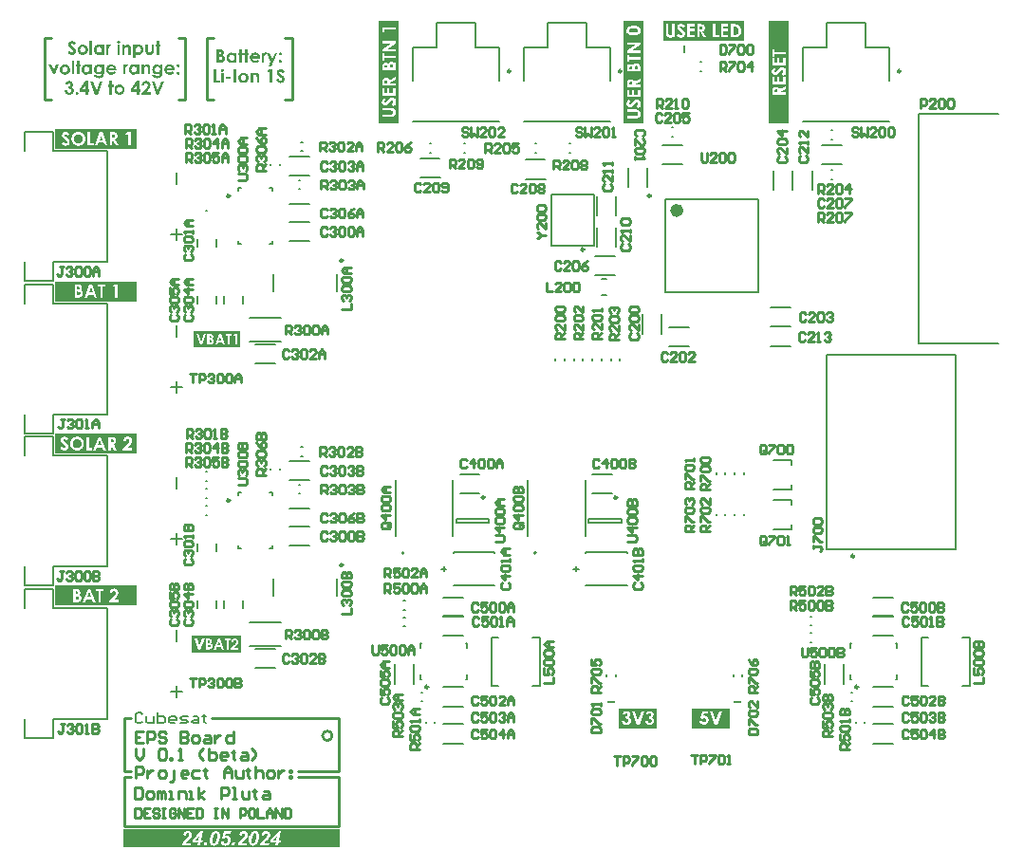
<source format=gto>
G04*
G04 #@! TF.GenerationSoftware,Altium Limited,Altium Designer,24.1.2 (44)*
G04*
G04 Layer_Color=65535*
%FSLAX44Y44*%
%MOMM*%
G71*
G04*
G04 #@! TF.SameCoordinates,2EF6C2FC-EFCF-4523-B91F-EB5A1425F999*
G04*
G04*
G04 #@! TF.FilePolarity,Positive*
G04*
G01*
G75*
%ADD10C,0.2500*%
%ADD11C,0.2000*%
%ADD12C,0.6000*%
%ADD13C,0.2540*%
%ADD14C,0.1270*%
%ADD15R,0.8000X0.1500*%
%ADD16R,0.1500X0.8000*%
G36*
X190601Y645220D02*
X117399D01*
Y663000D01*
X190601D01*
Y645220D01*
D02*
G37*
G36*
X305634Y731223D02*
X305745Y731205D01*
X305875Y731186D01*
X306023Y731149D01*
X306190Y731075D01*
X306356Y731001D01*
X305671Y729112D01*
X305653Y729131D01*
X305616Y729149D01*
X305541Y729186D01*
X305449Y729223D01*
X305245Y729279D01*
X305153Y729316D01*
X304967D01*
X304856Y729279D01*
X304745Y729242D01*
X304616Y729168D01*
X304468Y729057D01*
X304319Y728890D01*
X304190Y728687D01*
X304171Y728650D01*
X304134Y728557D01*
X304116Y728483D01*
X304079Y728390D01*
X304060Y728279D01*
X304023Y728149D01*
X303986Y727983D01*
X303968Y727816D01*
X303931Y727613D01*
X303912Y727390D01*
X303894Y727131D01*
X303875Y726853D01*
X303857Y726557D01*
Y726224D01*
X303875Y725798D01*
Y722261D01*
X301672D01*
Y731020D01*
X303597D01*
Y729909D01*
X303616Y729946D01*
X303653Y730020D01*
X303708Y730131D01*
X303801Y730279D01*
X303912Y730427D01*
X304060Y730594D01*
X304208Y730760D01*
X304375Y730890D01*
X304394Y730909D01*
X304468Y730946D01*
X304560Y731001D01*
X304708Y731075D01*
X304856Y731131D01*
X305042Y731186D01*
X305245Y731223D01*
X305467Y731242D01*
X305541D01*
X305634Y731223D01*
D02*
G37*
G36*
X318429Y731223D02*
X318559Y731205D01*
X318688Y731149D01*
X318836Y731094D01*
X318985Y731001D01*
X319133Y730872D01*
X319151Y730853D01*
X319188Y730797D01*
X319262Y730723D01*
X319336Y730612D01*
X319392Y730483D01*
X319466Y730334D01*
X319503Y730149D01*
X319522Y729964D01*
Y729946D01*
Y729872D01*
X319503Y729779D01*
X319466Y729668D01*
X319429Y729520D01*
X319355Y729372D01*
X319262Y729223D01*
X319133Y729075D01*
X319114Y729057D01*
X319059Y729020D01*
X318985Y728964D01*
X318892Y728909D01*
X318762Y728835D01*
X318596Y728779D01*
X318429Y728742D01*
X318244Y728724D01*
X318151D01*
X318059Y728742D01*
X317948Y728761D01*
X317799Y728816D01*
X317651Y728872D01*
X317503Y728964D01*
X317355Y729075D01*
X317337Y729094D01*
X317299Y729149D01*
X317244Y729223D01*
X317170Y729335D01*
X317096Y729464D01*
X317040Y729612D01*
X317003Y729779D01*
X316985Y729964D01*
Y729983D01*
Y730057D01*
X317003Y730149D01*
X317040Y730279D01*
X317077Y730427D01*
X317133Y730575D01*
X317225Y730723D01*
X317355Y730872D01*
X317374Y730890D01*
X317429Y730927D01*
X317503Y730983D01*
X317614Y731057D01*
X317744Y731131D01*
X317892Y731186D01*
X318059Y731223D01*
X318244Y731242D01*
X318337D01*
X318429Y731223D01*
D02*
G37*
G36*
X310282Y719058D02*
X308004D01*
X309800Y722928D01*
X306467Y731020D01*
X308726D01*
X310985Y725557D01*
X313485Y731020D01*
X315763D01*
X310282Y719058D01*
D02*
G37*
G36*
X289154Y731020D02*
X290450D01*
Y729131D01*
X289154D01*
Y722261D01*
X286951D01*
Y729131D01*
X285821D01*
Y731020D01*
X286951D01*
Y734260D01*
X289154D01*
Y731020D01*
D02*
G37*
G36*
X284210D02*
X285506D01*
Y729131D01*
X284210D01*
Y722261D01*
X282007D01*
Y729131D01*
X280877D01*
Y731020D01*
X282007D01*
Y734260D01*
X284210D01*
Y731020D01*
D02*
G37*
G36*
X274841Y731223D02*
X275026Y731205D01*
X275248Y731168D01*
X275508Y731112D01*
X275767Y731038D01*
X276026Y730946D01*
X276063Y730927D01*
X276137Y730890D01*
X276285Y730816D01*
X276452Y730723D01*
X276656Y730594D01*
X276878Y730446D01*
X277100Y730260D01*
X277322Y730057D01*
Y731020D01*
X279526D01*
Y722261D01*
X277322D01*
Y723187D01*
X277285Y723169D01*
X277211Y723094D01*
X277082Y722983D01*
X276915Y722854D01*
X276730Y722706D01*
X276507Y722558D01*
X276267Y722409D01*
X276026Y722298D01*
X275989Y722280D01*
X275915Y722261D01*
X275785Y722224D01*
X275600Y722169D01*
X275396Y722113D01*
X275156Y722076D01*
X274897Y722058D01*
X274619Y722039D01*
X274452D01*
X274341Y722058D01*
X274193Y722076D01*
X274008Y722113D01*
X273823Y722150D01*
X273619Y722206D01*
X273397Y722280D01*
X273156Y722354D01*
X272915Y722465D01*
X272656Y722595D01*
X272415Y722743D01*
X272156Y722928D01*
X271915Y723131D01*
X271675Y723354D01*
X271656Y723372D01*
X271619Y723409D01*
X271563Y723483D01*
X271490Y723594D01*
X271378Y723724D01*
X271286Y723872D01*
X271175Y724057D01*
X271064Y724261D01*
X270934Y724483D01*
X270823Y724724D01*
X270730Y725002D01*
X270638Y725279D01*
X270545Y725594D01*
X270490Y725909D01*
X270452Y726261D01*
X270434Y726613D01*
Y726631D01*
Y726705D01*
Y726816D01*
X270452Y726946D01*
X270471Y727131D01*
X270490Y727335D01*
X270527Y727557D01*
X270582Y727798D01*
X270730Y728316D01*
X270823Y728594D01*
X270934Y728872D01*
X271064Y729149D01*
X271230Y729427D01*
X271415Y729686D01*
X271619Y729946D01*
X271638Y729964D01*
X271675Y730001D01*
X271749Y730057D01*
X271841Y730149D01*
X271952Y730242D01*
X272101Y730353D01*
X272249Y730483D01*
X272434Y730594D01*
X272638Y730723D01*
X272860Y730834D01*
X273360Y731038D01*
X273637Y731131D01*
X273934Y731186D01*
X274230Y731223D01*
X274545Y731242D01*
X274674D01*
X274841Y731223D01*
D02*
G37*
G36*
X263916Y734093D02*
X264268D01*
X264657Y734056D01*
X265064Y734019D01*
X265434Y733964D01*
X265601Y733927D01*
X265749Y733890D01*
X265768D01*
X265805Y733871D01*
X265860Y733853D01*
X265916Y733834D01*
X266120Y733760D01*
X266360Y733649D01*
X266620Y733519D01*
X266897Y733334D01*
X267175Y733112D01*
X267434Y732834D01*
X267471Y732797D01*
X267545Y732705D01*
X267638Y732538D01*
X267768Y732334D01*
X267879Y732057D01*
X267990Y731760D01*
X268064Y731408D01*
X268082Y731038D01*
Y731001D01*
Y730927D01*
X268064Y730797D01*
X268045Y730631D01*
X268008Y730446D01*
X267953Y730242D01*
X267879Y730020D01*
X267786Y729816D01*
X267768Y729798D01*
X267731Y729723D01*
X267656Y729612D01*
X267564Y729483D01*
X267434Y729316D01*
X267286Y729149D01*
X267083Y728964D01*
X266860Y728779D01*
X266879D01*
X266916Y728761D01*
X266971Y728724D01*
X267045Y728687D01*
X267231Y728575D01*
X267453Y728427D01*
X267712Y728242D01*
X267971Y728020D01*
X268231Y727779D01*
X268434Y727501D01*
X268453Y727464D01*
X268508Y727372D01*
X268601Y727205D01*
X268694Y727001D01*
X268786Y726724D01*
X268879Y726428D01*
X268934Y726076D01*
X268953Y725705D01*
Y725687D01*
Y725668D01*
Y725613D01*
Y725539D01*
X268934Y725353D01*
X268897Y725094D01*
X268823Y724817D01*
X268731Y724502D01*
X268601Y724187D01*
X268434Y723872D01*
X268416Y723835D01*
X268342Y723743D01*
X268231Y723594D01*
X268064Y723409D01*
X267879Y723224D01*
X267638Y723020D01*
X267379Y722817D01*
X267083Y722650D01*
X267045Y722632D01*
X266934Y722595D01*
X266749Y722521D01*
X266490Y722465D01*
X266175Y722391D01*
X265786Y722317D01*
X265342Y722280D01*
X264842Y722261D01*
X261509D01*
Y734112D01*
X263768D01*
X263916Y734093D01*
D02*
G37*
G36*
X318429Y724539D02*
X318559Y724520D01*
X318688Y724465D01*
X318836Y724409D01*
X318985Y724317D01*
X319133Y724187D01*
X319151Y724168D01*
X319188Y724113D01*
X319262Y724039D01*
X319336Y723946D01*
X319392Y723817D01*
X319466Y723650D01*
X319503Y723483D01*
X319522Y723298D01*
Y723280D01*
Y723206D01*
X319503Y723113D01*
X319466Y722983D01*
X319429Y722835D01*
X319355Y722687D01*
X319262Y722539D01*
X319133Y722391D01*
X319114Y722372D01*
X319059Y722335D01*
X318985Y722280D01*
X318892Y722224D01*
X318762Y722150D01*
X318596Y722095D01*
X318429Y722058D01*
X318244Y722039D01*
X318151D01*
X318059Y722058D01*
X317948Y722076D01*
X317799Y722132D01*
X317651Y722187D01*
X317503Y722280D01*
X317355Y722391D01*
X317337Y722409D01*
X317299Y722465D01*
X317244Y722539D01*
X317170Y722650D01*
X317096Y722780D01*
X317040Y722928D01*
X317003Y723113D01*
X316985Y723298D01*
Y723317D01*
Y723391D01*
X317003Y723483D01*
X317040Y723613D01*
X317077Y723743D01*
X317133Y723891D01*
X317225Y724039D01*
X317355Y724187D01*
X317374Y724205D01*
X317429Y724242D01*
X317503Y724298D01*
X317614Y724372D01*
X317744Y724446D01*
X317892Y724502D01*
X318059Y724539D01*
X318244Y724557D01*
X318337D01*
X318429Y724539D01*
D02*
G37*
G36*
X296080Y731223D02*
X296246Y731205D01*
X296450Y731168D01*
X296672Y731131D01*
X296931Y731075D01*
X297190Y731001D01*
X297468Y730909D01*
X297746Y730816D01*
X298024Y730686D01*
X298302Y730520D01*
X298579Y730353D01*
X298839Y730149D01*
X299098Y729909D01*
X299116Y729890D01*
X299153Y729853D01*
X299209Y729779D01*
X299301Y729668D01*
X299394Y729538D01*
X299505Y729372D01*
X299635Y729186D01*
X299746Y728983D01*
X299875Y728742D01*
X299986Y728483D01*
X300098Y728187D01*
X300190Y727890D01*
X300283Y727557D01*
X300338Y727205D01*
X300375Y726816D01*
X300394Y726428D01*
X300375Y726020D01*
X293339D01*
Y726002D01*
Y725983D01*
X293376Y725872D01*
X293413Y725687D01*
X293487Y725483D01*
X293598Y725242D01*
X293746Y724983D01*
X293913Y724743D01*
X294135Y724520D01*
X294172Y724502D01*
X294265Y724428D01*
X294394Y724354D01*
X294598Y724242D01*
X294839Y724150D01*
X295135Y724057D01*
X295450Y723983D01*
X295820Y723965D01*
X295950D01*
X296024Y723983D01*
X296135D01*
X296265Y724002D01*
X296542Y724076D01*
X296876Y724168D01*
X297227Y724317D01*
X297598Y724539D01*
X297764Y724668D01*
X297931Y724817D01*
X299783Y723946D01*
Y723928D01*
X299746Y723909D01*
X299709Y723854D01*
X299653Y723780D01*
X299505Y723613D01*
X299320Y723391D01*
X299061Y723169D01*
X298783Y722928D01*
X298468Y722706D01*
X298116Y722502D01*
X298098D01*
X298079Y722483D01*
X298024Y722465D01*
X297950Y722428D01*
X297857Y722391D01*
X297746Y722354D01*
X297468Y722280D01*
X297135Y722187D01*
X296746Y722113D01*
X296320Y722058D01*
X295839Y722039D01*
X295635D01*
X295506Y722058D01*
X295320Y722076D01*
X295117Y722113D01*
X294895Y722150D01*
X294654Y722206D01*
X294394Y722261D01*
X294117Y722354D01*
X293839Y722465D01*
X293561Y722595D01*
X293284Y722743D01*
X293006Y722909D01*
X292747Y723113D01*
X292487Y723335D01*
X292469Y723354D01*
X292432Y723391D01*
X292376Y723465D01*
X292284Y723576D01*
X292191Y723687D01*
X292080Y723854D01*
X291969Y724020D01*
X291858Y724224D01*
X291728Y724446D01*
X291617Y724705D01*
X291506Y724965D01*
X291413Y725242D01*
X291321Y725557D01*
X291265Y725872D01*
X291228Y726224D01*
X291210Y726576D01*
Y726594D01*
Y726668D01*
Y726779D01*
X291228Y726909D01*
X291247Y727076D01*
X291284Y727279D01*
X291321Y727501D01*
X291376Y727742D01*
X291432Y728001D01*
X291524Y728279D01*
X291617Y728557D01*
X291747Y728835D01*
X291895Y729112D01*
X292061Y729390D01*
X292265Y729649D01*
X292487Y729909D01*
X292506Y729927D01*
X292543Y729964D01*
X292617Y730038D01*
X292728Y730112D01*
X292839Y730223D01*
X293006Y730334D01*
X293172Y730446D01*
X293376Y730575D01*
X293598Y730705D01*
X293857Y730816D01*
X294117Y730927D01*
X294394Y731038D01*
X294709Y731112D01*
X295024Y731186D01*
X295376Y731223D01*
X295728Y731242D01*
X295931D01*
X296080Y731223D01*
D02*
G37*
G36*
X266870Y716669D02*
X266999Y716632D01*
X267166Y716577D01*
X267314Y716503D01*
X267481Y716410D01*
X267647Y716262D01*
X267666Y716243D01*
X267721Y716188D01*
X267777Y716095D01*
X267869Y715984D01*
X267943Y715817D01*
X267999Y715651D01*
X268055Y715466D01*
X268073Y715244D01*
Y715225D01*
Y715151D01*
X268055Y715040D01*
X268018Y714892D01*
X267962Y714743D01*
X267888Y714577D01*
X267795Y714410D01*
X267647Y714244D01*
X267629Y714225D01*
X267573Y714188D01*
X267481Y714114D01*
X267369Y714040D01*
X267240Y713966D01*
X267073Y713892D01*
X266888Y713855D01*
X266684Y713836D01*
X266592D01*
X266481Y713855D01*
X266333Y713892D01*
X266185Y713929D01*
X266018Y714003D01*
X265851Y714114D01*
X265685Y714244D01*
X265666Y714262D01*
X265629Y714318D01*
X265555Y714410D01*
X265481Y714540D01*
X265407Y714688D01*
X265333Y714855D01*
X265296Y715058D01*
X265277Y715281D01*
Y715299D01*
Y715373D01*
X265296Y715484D01*
X265333Y715614D01*
X265370Y715780D01*
X265444Y715929D01*
X265555Y716095D01*
X265685Y716262D01*
X265703Y716280D01*
X265759Y716336D01*
X265851Y716392D01*
X265962Y716484D01*
X266110Y716558D01*
X266277Y716614D01*
X266462Y716669D01*
X266666Y716688D01*
X266758D01*
X266870Y716669D01*
D02*
G37*
G36*
X318938Y716447D02*
X319160Y716410D01*
X319420Y716355D01*
X319716Y716280D01*
X320012Y716188D01*
X320308Y716040D01*
X320327D01*
X320345Y716021D01*
X320457Y715966D01*
X320623Y715854D01*
X320827Y715706D01*
X321105Y715503D01*
X321401Y715244D01*
X321716Y714910D01*
X322068Y714540D01*
X320382Y713058D01*
X320364Y713077D01*
X320345Y713114D01*
X320290Y713170D01*
X320234Y713244D01*
X320068Y713447D01*
X319827Y713670D01*
X319568Y713892D01*
X319272Y714095D01*
X319105Y714169D01*
X318938Y714225D01*
X318772Y714262D01*
X318605Y714281D01*
X318531D01*
X318457Y714262D01*
X318346Y714244D01*
X318105Y714188D01*
X317994Y714114D01*
X317883Y714040D01*
X317864Y714021D01*
X317846Y714003D01*
X317753Y713892D01*
X317642Y713707D01*
X317624Y713614D01*
X317605Y713503D01*
Y713484D01*
Y713447D01*
X317624Y713392D01*
Y713318D01*
X317679Y713133D01*
X317790Y712929D01*
X317809Y712910D01*
X317864Y712855D01*
X317957Y712762D01*
X318105Y712614D01*
X318309Y712410D01*
X318457Y712281D01*
X318605Y712133D01*
X318772Y711985D01*
X318975Y711818D01*
X319198Y711614D01*
X319438Y711411D01*
X319457Y711392D01*
X319494Y711374D01*
X319568Y711318D01*
X319642Y711244D01*
X319864Y711059D01*
X320123Y710836D01*
X320401Y710614D01*
X320642Y710392D01*
X320864Y710188D01*
X320957Y710114D01*
X321012Y710059D01*
X321049Y710022D01*
X321123Y709948D01*
X321253Y709818D01*
X321382Y709633D01*
X321549Y709429D01*
X321716Y709207D01*
X321845Y708985D01*
X321975Y708744D01*
X321993Y708707D01*
X322030Y708633D01*
X322068Y708503D01*
X322123Y708337D01*
X322179Y708133D01*
X322234Y707892D01*
X322253Y707633D01*
X322271Y707355D01*
Y707337D01*
Y707300D01*
Y707207D01*
X322253Y707115D01*
X322234Y706985D01*
X322216Y706855D01*
X322142Y706522D01*
X322030Y706133D01*
X321845Y705744D01*
X321734Y705541D01*
X321586Y705337D01*
X321438Y705152D01*
X321253Y704967D01*
X321234Y704948D01*
X321216Y704930D01*
X321142Y704874D01*
X321068Y704819D01*
X320975Y704745D01*
X320845Y704670D01*
X320716Y704578D01*
X320549Y704504D01*
X320364Y704411D01*
X320179Y704319D01*
X319716Y704171D01*
X319198Y704060D01*
X318920Y704041D01*
X318624Y704022D01*
X318494D01*
X318420Y704041D01*
X318309Y704041D01*
X318179Y704059D01*
X317883Y704097D01*
X317531Y704171D01*
X317161Y704282D01*
X316790Y704430D01*
X316420Y704633D01*
X316402D01*
X316383Y704670D01*
X316272Y704744D01*
X316087Y704911D01*
X315883Y705115D01*
X315624Y705393D01*
X315364Y705726D01*
X315087Y706133D01*
X314828Y706596D01*
X316716Y707744D01*
X316735Y707726D01*
X316753Y707670D01*
X316809Y707596D01*
X316864Y707504D01*
X317050Y707244D01*
X317290Y706966D01*
X317568Y706670D01*
X317901Y706411D01*
X318086Y706319D01*
X318272Y706244D01*
X318475Y706189D01*
X318679Y706170D01*
X318772D01*
X318883Y706189D01*
X319012Y706207D01*
X319160Y706244D01*
X319327Y706319D01*
X319494Y706393D01*
X319642Y706504D01*
X319660Y706522D01*
X319697Y706559D01*
X319771Y706633D01*
X319846Y706726D01*
X319920Y706837D01*
X319994Y706967D01*
X320031Y707115D01*
X320049Y707281D01*
Y707300D01*
Y707355D01*
X320031Y707430D01*
X320012Y707541D01*
X319975Y707652D01*
X319920Y707781D01*
X319846Y707929D01*
X319734Y708078D01*
X319716Y708096D01*
X319679Y708152D01*
X319586Y708244D01*
X319457Y708392D01*
X319290Y708559D01*
X319068Y708781D01*
X318790Y709022D01*
X318438Y709318D01*
X318420Y709337D01*
X318346Y709392D01*
X318253Y709466D01*
X318123Y709577D01*
X317975Y709707D01*
X317790Y709855D01*
X317401Y710207D01*
X316975Y710596D01*
X316568Y711003D01*
X316383Y711207D01*
X316198Y711392D01*
X316050Y711577D01*
X315939Y711744D01*
Y711762D01*
X315920Y711781D01*
X315846Y711892D01*
X315772Y712059D01*
X315661Y712281D01*
X315568Y712540D01*
X315476Y712836D01*
X315402Y713151D01*
X315383Y713466D01*
Y713484D01*
Y713521D01*
Y713577D01*
X315402Y713670D01*
X315420Y713781D01*
X315439Y713892D01*
X315494Y714188D01*
X315605Y714521D01*
X315772Y714873D01*
X315883Y715058D01*
X316013Y715225D01*
X316142Y715410D01*
X316309Y715577D01*
X316327Y715595D01*
X316346Y715614D01*
X316402Y715651D01*
X316476Y715725D01*
X316568Y715780D01*
X316679Y715854D01*
X316957Y716021D01*
X317290Y716188D01*
X317679Y716336D01*
X318123Y716429D01*
X318364Y716447D01*
X318624Y716466D01*
X318772D01*
X318938Y716447D01*
D02*
G37*
G36*
X296866Y713281D02*
X296978D01*
X297107Y713244D01*
X297403Y713188D01*
X297755Y713077D01*
X298126Y712910D01*
X298311Y712799D01*
X298496Y712688D01*
X298681Y712540D01*
X298848Y712373D01*
X298885Y712336D01*
X298977Y712225D01*
X299088Y712059D01*
X299237Y711799D01*
X299385Y711485D01*
X299496Y711096D01*
X299588Y710633D01*
X299625Y710096D01*
Y704319D01*
X297422D01*
Y708133D01*
Y708152D01*
Y708207D01*
Y708281D01*
Y708392D01*
Y708522D01*
Y708652D01*
X297403Y708985D01*
X297385Y709337D01*
X297366Y709670D01*
X297329Y709966D01*
X297292Y710096D01*
X297274Y710207D01*
Y710226D01*
X297237Y710300D01*
X297200Y710392D01*
X297163Y710503D01*
X296996Y710762D01*
X296903Y710892D01*
X296774Y711003D01*
X296755Y711022D01*
X296718Y711040D01*
X296644Y711096D01*
X296552Y711151D01*
X296422Y711188D01*
X296274Y711244D01*
X296107Y711262D01*
X295922Y711281D01*
X295811D01*
X295700Y711262D01*
X295533Y711225D01*
X295367Y711170D01*
X295182Y711077D01*
X294978Y710966D01*
X294793Y710818D01*
X294774Y710799D01*
X294718Y710744D01*
X294645Y710633D01*
X294533Y710503D01*
X294441Y710318D01*
X294330Y710114D01*
X294219Y709874D01*
X294144Y709596D01*
Y709577D01*
X294126Y709503D01*
X294107Y709392D01*
Y709226D01*
X294089Y708985D01*
X294070Y708837D01*
Y708670D01*
X294052Y708485D01*
Y708281D01*
Y708059D01*
Y707818D01*
Y704319D01*
X291849D01*
Y713077D01*
X294052D01*
Y712170D01*
X294089Y712207D01*
X294182Y712281D01*
X294311Y712373D01*
X294496Y712522D01*
X294700Y712651D01*
X294922Y712799D01*
X295163Y712929D01*
X295385Y713040D01*
X295422Y713058D01*
X295496Y713077D01*
X295607Y713114D01*
X295774Y713170D01*
X295959Y713225D01*
X296181Y713262D01*
X296404Y713281D01*
X296644Y713299D01*
X296774D01*
X296866Y713281D01*
D02*
G37*
G36*
X274165Y707670D02*
X270073D01*
Y709725D01*
X274165D01*
Y707670D01*
D02*
G37*
G36*
X311346Y704319D02*
X309106D01*
Y714058D01*
X306662D01*
X307958Y716169D01*
X311346D01*
Y704319D01*
D02*
G37*
G36*
X278998D02*
X276757D01*
Y716169D01*
X278998D01*
Y704319D01*
D02*
G37*
G36*
X267758D02*
X265555D01*
Y713077D01*
X267758D01*
Y704319D01*
D02*
G37*
G36*
X261000Y706467D02*
X264314D01*
Y704319D01*
X258759D01*
Y716169D01*
X261000D01*
Y706467D01*
D02*
G37*
G36*
X285720Y713281D02*
X285849Y713262D01*
X286164Y713225D01*
X286516Y713151D01*
X286905Y713040D01*
X287312Y712873D01*
X287719Y712670D01*
X287738D01*
X287775Y712651D01*
X287830Y712614D01*
X287904Y712559D01*
X288090Y712429D01*
X288349Y712225D01*
X288608Y711984D01*
X288904Y711707D01*
X289182Y711374D01*
X289423Y710985D01*
Y710966D01*
X289441Y710929D01*
X289478Y710873D01*
X289515Y710799D01*
X289571Y710707D01*
X289627Y710577D01*
X289738Y710300D01*
X289849Y709966D01*
X289960Y709577D01*
X290034Y709152D01*
X290052Y708689D01*
Y708670D01*
Y708633D01*
Y708577D01*
Y708485D01*
X290034Y708374D01*
X290015Y708244D01*
X289978Y707948D01*
X289904Y707596D01*
X289793Y707189D01*
X289627Y706781D01*
X289423Y706374D01*
Y706356D01*
X289404Y706319D01*
X289367Y706263D01*
X289312Y706189D01*
X289182Y706004D01*
X288978Y705763D01*
X288738Y705485D01*
X288460Y705208D01*
X288127Y704930D01*
X287738Y704689D01*
X287719D01*
X287682Y704670D01*
X287627Y704633D01*
X287553Y704596D01*
X287460Y704559D01*
X287330Y704504D01*
X287053Y704393D01*
X286701Y704282D01*
X286312Y704189D01*
X285868Y704115D01*
X285405Y704097D01*
X285331D01*
X285219Y704115D01*
X285090D01*
X284923Y704134D01*
X284738Y704171D01*
X284534Y704208D01*
X284294Y704263D01*
X284053Y704337D01*
X283794Y704430D01*
X283516Y704522D01*
X283257Y704652D01*
X282979Y704819D01*
X282701Y704985D01*
X282442Y705189D01*
X282183Y705430D01*
X282164Y705448D01*
X282127Y705485D01*
X282053Y705559D01*
X281979Y705670D01*
X281887Y705800D01*
X281775Y705948D01*
X281646Y706133D01*
X281535Y706337D01*
X281405Y706559D01*
X281276Y706818D01*
X281164Y707078D01*
X281072Y707374D01*
X280998Y707670D01*
X280924Y708003D01*
X280887Y708337D01*
X280868Y708689D01*
Y708707D01*
Y708781D01*
X280887Y708892D01*
Y709022D01*
X280924Y709207D01*
X280942Y709411D01*
X280998Y709633D01*
X281053Y709874D01*
X281127Y710133D01*
X281238Y710411D01*
X281350Y710707D01*
X281498Y710985D01*
X281664Y711281D01*
X281868Y711559D01*
X282109Y711836D01*
X282368Y712096D01*
X282386Y712114D01*
X282423Y712151D01*
X282498Y712207D01*
X282609Y712281D01*
X282720Y712373D01*
X282868Y712485D01*
X283053Y712577D01*
X283238Y712707D01*
X283460Y712818D01*
X283683Y712910D01*
X284201Y713114D01*
X284479Y713188D01*
X284775Y713244D01*
X285090Y713281D01*
X285405Y713299D01*
X285608D01*
X285720Y713281D01*
D02*
G37*
G36*
X190601Y373220D02*
X117399D01*
Y391000D01*
X190601D01*
Y373220D01*
D02*
G37*
G36*
X772160Y668042D02*
X754380D01*
Y759438D01*
X772160D01*
Y668042D01*
D02*
G37*
G36*
X642620D02*
X624840D01*
Y759438D01*
X642620D01*
Y668042D01*
D02*
G37*
G36*
X282515Y468043D02*
X240725D01*
Y482600D01*
X282515D01*
Y468043D01*
D02*
G37*
G36*
X283500Y196026D02*
X239741D01*
Y210820D01*
X283500D01*
Y196026D01*
D02*
G37*
G36*
X719330Y128270D02*
X685290D01*
Y146050D01*
X719330D01*
Y128270D01*
D02*
G37*
G36*
X371324Y21859D02*
X178324D01*
Y37861D01*
X371324D01*
Y21859D01*
D02*
G37*
G36*
X424180Y668042D02*
X406400D01*
Y759438D01*
X424180D01*
Y668042D01*
D02*
G37*
G36*
X732144Y759460D02*
Y741680D01*
X659776D01*
Y759460D01*
X732144D01*
D02*
G37*
G36*
X190293Y237594D02*
X117091D01*
Y255374D01*
X190293D01*
Y237594D01*
D02*
G37*
G36*
X174365Y741741D02*
X174494Y741704D01*
X174661Y741649D01*
X174809Y741575D01*
X174976Y741482D01*
X175142Y741334D01*
X175161Y741316D01*
X175217Y741260D01*
X175272Y741168D01*
X175365Y741056D01*
X175439Y740890D01*
X175494Y740723D01*
X175550Y740538D01*
X175568Y740316D01*
Y740297D01*
Y740223D01*
X175550Y740112D01*
X175513Y739964D01*
X175457Y739816D01*
X175383Y739649D01*
X175291Y739482D01*
X175142Y739316D01*
X175124Y739297D01*
X175068Y739260D01*
X174976Y739186D01*
X174865Y739112D01*
X174735Y739038D01*
X174568Y738964D01*
X174383Y738927D01*
X174180Y738908D01*
X174087D01*
X173976Y738927D01*
X173828Y738964D01*
X173680Y739001D01*
X173513Y739075D01*
X173346Y739186D01*
X173180Y739316D01*
X173161Y739334D01*
X173124Y739390D01*
X173050Y739482D01*
X172976Y739612D01*
X172902Y739760D01*
X172828Y739927D01*
X172791Y740130D01*
X172772Y740353D01*
Y740371D01*
Y740445D01*
X172791Y740556D01*
X172828Y740686D01*
X172865Y740853D01*
X172939Y741001D01*
X173050Y741168D01*
X173180Y741334D01*
X173198Y741353D01*
X173254Y741408D01*
X173346Y741464D01*
X173457Y741556D01*
X173606Y741630D01*
X173772Y741686D01*
X173957Y741741D01*
X174161Y741760D01*
X174254D01*
X174365Y741741D01*
D02*
G37*
G36*
X132758Y741519D02*
X132980Y741482D01*
X133239Y741427D01*
X133536Y741353D01*
X133832Y741260D01*
X134128Y741112D01*
X134147D01*
X134165Y741093D01*
X134276Y741038D01*
X134443Y740927D01*
X134647Y740779D01*
X134924Y740575D01*
X135221Y740316D01*
X135535Y739982D01*
X135887Y739612D01*
X134202Y738131D01*
X134184Y738149D01*
X134165Y738186D01*
X134110Y738242D01*
X134054Y738316D01*
X133888Y738520D01*
X133647Y738742D01*
X133387Y738964D01*
X133091Y739168D01*
X132925Y739242D01*
X132758Y739297D01*
X132591Y739334D01*
X132425Y739353D01*
X132351D01*
X132276Y739334D01*
X132165Y739316D01*
X131925Y739260D01*
X131814Y739186D01*
X131702Y739112D01*
X131684Y739094D01*
X131665Y739075D01*
X131573Y738964D01*
X131462Y738779D01*
X131443Y738686D01*
X131425Y738575D01*
Y738557D01*
Y738520D01*
X131443Y738464D01*
Y738390D01*
X131499Y738205D01*
X131610Y738001D01*
X131628Y737983D01*
X131684Y737927D01*
X131777Y737834D01*
X131925Y737686D01*
X132128Y737483D01*
X132276Y737353D01*
X132425Y737205D01*
X132591Y737057D01*
X132795Y736890D01*
X133017Y736686D01*
X133258Y736483D01*
X133276Y736464D01*
X133313Y736446D01*
X133387Y736390D01*
X133462Y736316D01*
X133684Y736131D01*
X133943Y735909D01*
X134221Y735687D01*
X134461Y735464D01*
X134684Y735261D01*
X134776Y735187D01*
X134832Y735131D01*
X134869Y735094D01*
X134943Y735020D01*
X135072Y734890D01*
X135202Y734705D01*
X135369Y734501D01*
X135535Y734279D01*
X135665Y734057D01*
X135795Y733816D01*
X135813Y733779D01*
X135850Y733705D01*
X135887Y733576D01*
X135943Y733409D01*
X135998Y733205D01*
X136054Y732965D01*
X136072Y732705D01*
X136091Y732428D01*
Y732409D01*
Y732372D01*
Y732280D01*
X136072Y732187D01*
X136054Y732057D01*
X136035Y731928D01*
X135961Y731594D01*
X135850Y731206D01*
X135665Y730817D01*
X135554Y730613D01*
X135406Y730409D01*
X135258Y730224D01*
X135072Y730039D01*
X135054Y730021D01*
X135035Y730002D01*
X134961Y729946D01*
X134887Y729891D01*
X134795Y729817D01*
X134665Y729743D01*
X134536Y729650D01*
X134369Y729576D01*
X134184Y729483D01*
X133999Y729391D01*
X133536Y729243D01*
X133017Y729132D01*
X132739Y729113D01*
X132443Y729095D01*
X132314D01*
X132240Y729113D01*
X132128D01*
X131999Y729132D01*
X131702Y729169D01*
X131351Y729243D01*
X130980Y729354D01*
X130610Y729502D01*
X130240Y729706D01*
X130221D01*
X130203Y729743D01*
X130092Y729817D01*
X129906Y729984D01*
X129703Y730187D01*
X129444Y730465D01*
X129184Y730798D01*
X128906Y731206D01*
X128647Y731668D01*
X130536Y732816D01*
X130555Y732798D01*
X130573Y732742D01*
X130628Y732668D01*
X130684Y732576D01*
X130869Y732317D01*
X131110Y732039D01*
X131388Y731742D01*
X131721Y731483D01*
X131906Y731391D01*
X132091Y731317D01*
X132295Y731261D01*
X132499Y731243D01*
X132591D01*
X132702Y731261D01*
X132832Y731280D01*
X132980Y731317D01*
X133147Y731391D01*
X133313Y731465D01*
X133462Y731576D01*
X133480Y731594D01*
X133517Y731631D01*
X133591Y731705D01*
X133665Y731798D01*
X133739Y731909D01*
X133813Y732039D01*
X133850Y732187D01*
X133869Y732354D01*
Y732372D01*
Y732428D01*
X133850Y732502D01*
X133832Y732613D01*
X133795Y732724D01*
X133739Y732853D01*
X133665Y733002D01*
X133554Y733150D01*
X133536Y733168D01*
X133499Y733224D01*
X133406Y733316D01*
X133276Y733465D01*
X133110Y733631D01*
X132888Y733853D01*
X132610Y734094D01*
X132258Y734390D01*
X132240Y734409D01*
X132165Y734464D01*
X132073Y734538D01*
X131943Y734650D01*
X131795Y734779D01*
X131610Y734927D01*
X131221Y735279D01*
X130795Y735668D01*
X130388Y736075D01*
X130203Y736279D01*
X130017Y736464D01*
X129869Y736649D01*
X129758Y736816D01*
Y736835D01*
X129740Y736853D01*
X129666Y736964D01*
X129592Y737131D01*
X129480Y737353D01*
X129388Y737612D01*
X129295Y737909D01*
X129221Y738223D01*
X129203Y738538D01*
Y738557D01*
Y738594D01*
Y738649D01*
X129221Y738742D01*
X129240Y738853D01*
X129258Y738964D01*
X129314Y739260D01*
X129425Y739594D01*
X129592Y739945D01*
X129703Y740130D01*
X129832Y740297D01*
X129962Y740482D01*
X130129Y740649D01*
X130147Y740667D01*
X130166Y740686D01*
X130221Y740723D01*
X130295Y740797D01*
X130388Y740853D01*
X130499Y740927D01*
X130777Y741093D01*
X131110Y741260D01*
X131499Y741408D01*
X131943Y741501D01*
X132184Y741519D01*
X132443Y741538D01*
X132591D01*
X132758Y741519D01*
D02*
G37*
G36*
X182271Y738353D02*
X182382D01*
X182512Y738316D01*
X182808Y738260D01*
X183160Y738149D01*
X183531Y737983D01*
X183716Y737871D01*
X183901Y737760D01*
X184086Y737612D01*
X184253Y737446D01*
X184290Y737409D01*
X184382Y737298D01*
X184493Y737131D01*
X184641Y736872D01*
X184790Y736557D01*
X184901Y736168D01*
X184993Y735705D01*
X185030Y735168D01*
Y729391D01*
X182827D01*
Y733205D01*
Y733224D01*
Y733279D01*
Y733354D01*
Y733465D01*
Y733594D01*
Y733724D01*
X182808Y734057D01*
X182790Y734409D01*
X182771Y734742D01*
X182734Y735039D01*
X182697Y735168D01*
X182679Y735279D01*
Y735298D01*
X182642Y735372D01*
X182605Y735464D01*
X182568Y735575D01*
X182401Y735835D01*
X182308Y735964D01*
X182179Y736075D01*
X182160Y736094D01*
X182123Y736113D01*
X182049Y736168D01*
X181957Y736224D01*
X181827Y736261D01*
X181679Y736316D01*
X181512Y736335D01*
X181327Y736353D01*
X181216D01*
X181105Y736335D01*
X180938Y736298D01*
X180772Y736242D01*
X180586Y736150D01*
X180383Y736038D01*
X180198Y735890D01*
X180179Y735872D01*
X180123Y735816D01*
X180049Y735705D01*
X179938Y735575D01*
X179846Y735390D01*
X179735Y735187D01*
X179624Y734946D01*
X179549Y734668D01*
Y734650D01*
X179531Y734576D01*
X179512Y734464D01*
Y734298D01*
X179494Y734057D01*
X179475Y733909D01*
Y733742D01*
X179457Y733557D01*
Y733354D01*
Y733131D01*
Y732891D01*
Y729391D01*
X177253D01*
Y738149D01*
X179457D01*
Y737242D01*
X179494Y737279D01*
X179586Y737353D01*
X179716Y737446D01*
X179901Y737594D01*
X180105Y737723D01*
X180327Y737871D01*
X180568Y738001D01*
X180790Y738112D01*
X180827Y738131D01*
X180901Y738149D01*
X181012Y738186D01*
X181179Y738242D01*
X181364Y738297D01*
X181586Y738335D01*
X181808Y738353D01*
X182049Y738372D01*
X182179D01*
X182271Y738353D01*
D02*
G37*
G36*
X192418D02*
X192567Y738335D01*
X192733Y738297D01*
X192918Y738260D01*
X193141Y738205D01*
X193363Y738149D01*
X193585Y738057D01*
X193844Y737946D01*
X194085Y737834D01*
X194326Y737668D01*
X194585Y737501D01*
X194826Y737298D01*
X195048Y737075D01*
X195066Y737057D01*
X195103Y737020D01*
X195159Y736946D01*
X195233Y736835D01*
X195326Y736705D01*
X195437Y736557D01*
X195529Y736372D01*
X195659Y736168D01*
X195770Y735946D01*
X195863Y735687D01*
X195974Y735427D01*
X196066Y735131D01*
X196140Y734798D01*
X196196Y734464D01*
X196233Y734113D01*
X196251Y733742D01*
Y733724D01*
Y733650D01*
Y733557D01*
X196233Y733428D01*
X196214Y733261D01*
X196177Y733057D01*
X196140Y732835D01*
X196103Y732613D01*
X195955Y732094D01*
X195844Y731817D01*
X195733Y731539D01*
X195585Y731280D01*
X195418Y731002D01*
X195233Y730743D01*
X195011Y730483D01*
X194992Y730465D01*
X194955Y730428D01*
X194881Y730354D01*
X194789Y730280D01*
X194678Y730187D01*
X194529Y730076D01*
X194363Y729946D01*
X194177Y729835D01*
X193974Y729706D01*
X193752Y729576D01*
X193252Y729372D01*
X192974Y729298D01*
X192678Y729224D01*
X192381Y729187D01*
X192067Y729169D01*
X191937D01*
X191789Y729187D01*
X191604Y729206D01*
X191381Y729224D01*
X191141Y729280D01*
X190900Y729335D01*
X190641Y729428D01*
X190604Y729446D01*
X190530Y729483D01*
X190400Y729558D01*
X190233Y729650D01*
X190048Y729761D01*
X189826Y729928D01*
X189604Y730095D01*
X189363Y730317D01*
Y726188D01*
X187160D01*
Y738149D01*
X189363D01*
Y737186D01*
X189382Y737205D01*
X189474Y737279D01*
X189585Y737390D01*
X189752Y737520D01*
X189937Y737668D01*
X190159Y737816D01*
X190382Y737946D01*
X190641Y738075D01*
X190678Y738094D01*
X190770Y738131D01*
X190900Y738168D01*
X191085Y738223D01*
X191307Y738279D01*
X191567Y738335D01*
X191844Y738353D01*
X192122Y738372D01*
X192289D01*
X192418Y738353D01*
D02*
G37*
G36*
X166847Y738353D02*
X166958Y738334D01*
X167088Y738316D01*
X167236Y738279D01*
X167402Y738205D01*
X167569Y738131D01*
X166884Y736242D01*
X166866Y736261D01*
X166828Y736279D01*
X166754Y736316D01*
X166662Y736353D01*
X166458Y736409D01*
X166366Y736446D01*
X166180D01*
X166069Y736409D01*
X165958Y736372D01*
X165829Y736298D01*
X165681Y736187D01*
X165532Y736020D01*
X165403Y735816D01*
X165384Y735779D01*
X165347Y735687D01*
X165329Y735612D01*
X165292Y735520D01*
X165273Y735409D01*
X165236Y735279D01*
X165199Y735113D01*
X165180Y734946D01*
X165144Y734742D01*
X165125Y734520D01*
X165107Y734261D01*
X165088Y733983D01*
X165069Y733687D01*
Y733354D01*
X165088Y732928D01*
Y729391D01*
X162885D01*
Y738149D01*
X164810D01*
Y737038D01*
X164829Y737075D01*
X164866Y737149D01*
X164921Y737261D01*
X165014Y737409D01*
X165125Y737557D01*
X165273Y737723D01*
X165421Y737890D01*
X165588Y738020D01*
X165606Y738038D01*
X165681Y738075D01*
X165773Y738131D01*
X165921Y738205D01*
X166069Y738260D01*
X166255Y738316D01*
X166458Y738353D01*
X166680Y738372D01*
X166754D01*
X166847Y738353D01*
D02*
G37*
G36*
X205769Y734427D02*
Y734409D01*
Y734335D01*
Y734205D01*
Y734057D01*
X205750Y733872D01*
Y733650D01*
X205732Y733428D01*
Y733168D01*
X205676Y732650D01*
X205621Y732131D01*
X205565Y731891D01*
X205528Y731668D01*
X205473Y731465D01*
X205399Y731298D01*
Y731280D01*
X205380Y731261D01*
X205361Y731206D01*
X205324Y731132D01*
X205213Y730946D01*
X205065Y730706D01*
X204880Y730446D01*
X204658Y730187D01*
X204399Y729928D01*
X204084Y729706D01*
X204065D01*
X204047Y729687D01*
X203991Y729650D01*
X203936Y729632D01*
X203751Y729539D01*
X203491Y729446D01*
X203177Y729335D01*
X202806Y729261D01*
X202380Y729187D01*
X201899Y729169D01*
X201751D01*
X201658Y729187D01*
X201529D01*
X201399Y729206D01*
X201066Y729243D01*
X200677Y729317D01*
X200288Y729428D01*
X199899Y729595D01*
X199547Y729798D01*
X199529D01*
X199510Y729835D01*
X199399Y729909D01*
X199251Y730058D01*
X199066Y730261D01*
X198844Y730520D01*
X198640Y730835D01*
X198455Y731187D01*
X198288Y731594D01*
Y731613D01*
X198270Y731631D01*
Y731687D01*
X198251Y731761D01*
X198233Y731835D01*
X198214Y731965D01*
X198196Y732094D01*
X198177Y732261D01*
X198140Y732446D01*
X198121Y732650D01*
X198103Y732891D01*
X198085Y733150D01*
X198066Y733446D01*
Y733779D01*
X198048Y734113D01*
Y734501D01*
Y738149D01*
X200251D01*
Y733928D01*
Y733909D01*
Y733872D01*
Y733816D01*
Y733724D01*
X200270Y733520D01*
Y733261D01*
X200288Y732983D01*
X200325Y732687D01*
X200362Y732428D01*
X200418Y732224D01*
Y732206D01*
X200455Y732150D01*
X200492Y732057D01*
X200547Y731946D01*
X200714Y731705D01*
X200825Y731594D01*
X200955Y731483D01*
X200973Y731465D01*
X201029Y731446D01*
X201103Y731409D01*
X201214Y731354D01*
X201362Y731298D01*
X201510Y731261D01*
X201695Y731243D01*
X201899Y731224D01*
X201992D01*
X202103Y731243D01*
X202232Y731261D01*
X202528Y731335D01*
X202695Y731391D01*
X202843Y731483D01*
X202862Y731502D01*
X202899Y731539D01*
X202973Y731594D01*
X203065Y731668D01*
X203158Y731780D01*
X203251Y731909D01*
X203343Y732076D01*
X203417Y732243D01*
Y732261D01*
X203436Y732317D01*
X203473Y732428D01*
X203491Y732576D01*
X203528Y732798D01*
X203547Y733076D01*
Y733242D01*
X203565Y733428D01*
Y733631D01*
Y733853D01*
Y738149D01*
X205769D01*
Y734427D01*
D02*
G37*
G36*
X210417Y738149D02*
X211713D01*
Y736261D01*
X210417D01*
Y729391D01*
X208213D01*
Y736261D01*
X207084D01*
Y738149D01*
X208213D01*
Y741390D01*
X210417D01*
Y738149D01*
D02*
G37*
G36*
X175254Y729391D02*
X173050D01*
Y738149D01*
X175254D01*
Y729391D01*
D02*
G37*
G36*
X156496Y738353D02*
X156681Y738334D01*
X156904Y738297D01*
X157163Y738242D01*
X157422Y738168D01*
X157681Y738075D01*
X157718Y738057D01*
X157792Y738020D01*
X157941Y737946D01*
X158107Y737853D01*
X158311Y737723D01*
X158533Y737575D01*
X158755Y737390D01*
X158977Y737186D01*
Y738149D01*
X161181D01*
Y729391D01*
X158977D01*
Y730317D01*
X158940Y730298D01*
X158866Y730224D01*
X158737Y730113D01*
X158570Y729984D01*
X158385Y729835D01*
X158163Y729687D01*
X157922Y729539D01*
X157681Y729428D01*
X157644Y729409D01*
X157570Y729391D01*
X157441Y729354D01*
X157255Y729298D01*
X157052Y729243D01*
X156811Y729206D01*
X156552Y729187D01*
X156274Y729169D01*
X156107D01*
X155996Y729187D01*
X155848Y729206D01*
X155663Y729243D01*
X155478Y729280D01*
X155274Y729335D01*
X155052Y729409D01*
X154811Y729483D01*
X154571Y729595D01*
X154311Y729724D01*
X154071Y729872D01*
X153811Y730058D01*
X153571Y730261D01*
X153330Y730483D01*
X153311Y730502D01*
X153274Y730539D01*
X153219Y730613D01*
X153145Y730724D01*
X153034Y730854D01*
X152941Y731002D01*
X152830Y731187D01*
X152719Y731391D01*
X152589Y731613D01*
X152478Y731854D01*
X152386Y732131D01*
X152293Y732409D01*
X152200Y732724D01*
X152145Y733039D01*
X152108Y733391D01*
X152089Y733742D01*
Y733761D01*
Y733835D01*
Y733946D01*
X152108Y734076D01*
X152126Y734261D01*
X152145Y734464D01*
X152182Y734687D01*
X152237Y734927D01*
X152386Y735446D01*
X152478Y735724D01*
X152589Y736001D01*
X152719Y736279D01*
X152886Y736557D01*
X153071Y736816D01*
X153274Y737075D01*
X153293Y737094D01*
X153330Y737131D01*
X153404Y737186D01*
X153497Y737279D01*
X153608Y737372D01*
X153756Y737483D01*
X153904Y737612D01*
X154089Y737723D01*
X154293Y737853D01*
X154515Y737964D01*
X155015Y738168D01*
X155293Y738260D01*
X155589Y738316D01*
X155885Y738353D01*
X156200Y738372D01*
X156330D01*
X156496Y738353D01*
D02*
G37*
G36*
X150515Y729391D02*
X148312D01*
Y741538D01*
X150515D01*
Y729391D01*
D02*
G37*
G36*
X142424Y738353D02*
X142553Y738334D01*
X142868Y738297D01*
X143220Y738223D01*
X143609Y738112D01*
X144016Y737946D01*
X144423Y737742D01*
X144442D01*
X144479Y737723D01*
X144535Y737686D01*
X144609Y737631D01*
X144794Y737501D01*
X145053Y737298D01*
X145312Y737057D01*
X145609Y736779D01*
X145886Y736446D01*
X146127Y736057D01*
Y736038D01*
X146145Y736001D01*
X146182Y735946D01*
X146220Y735872D01*
X146275Y735779D01*
X146331Y735649D01*
X146442Y735372D01*
X146553Y735039D01*
X146664Y734650D01*
X146738Y734224D01*
X146756Y733761D01*
Y733742D01*
Y733705D01*
Y733650D01*
Y733557D01*
X146738Y733446D01*
X146720Y733316D01*
X146682Y733020D01*
X146608Y732668D01*
X146497Y732261D01*
X146331Y731854D01*
X146127Y731446D01*
Y731428D01*
X146108Y731391D01*
X146071Y731335D01*
X146016Y731261D01*
X145886Y731076D01*
X145682Y730835D01*
X145442Y730557D01*
X145164Y730280D01*
X144831Y730002D01*
X144442Y729761D01*
X144423D01*
X144386Y729743D01*
X144331Y729706D01*
X144257Y729669D01*
X144164Y729632D01*
X144035Y729576D01*
X143757Y729465D01*
X143405Y729354D01*
X143016Y729261D01*
X142572Y729187D01*
X142109Y729169D01*
X142035D01*
X141924Y729187D01*
X141794D01*
X141627Y729206D01*
X141442Y729243D01*
X141239Y729280D01*
X140998Y729335D01*
X140757Y729409D01*
X140498Y729502D01*
X140220Y729595D01*
X139961Y729724D01*
X139683Y729891D01*
X139405Y730058D01*
X139146Y730261D01*
X138887Y730502D01*
X138868Y730520D01*
X138831Y730557D01*
X138757Y730631D01*
X138683Y730743D01*
X138591Y730872D01*
X138480Y731020D01*
X138350Y731206D01*
X138239Y731409D01*
X138109Y731631D01*
X137980Y731891D01*
X137868Y732150D01*
X137776Y732446D01*
X137702Y732742D01*
X137628Y733076D01*
X137591Y733409D01*
X137572Y733761D01*
Y733779D01*
Y733853D01*
X137591Y733964D01*
Y734094D01*
X137628Y734279D01*
X137646Y734483D01*
X137702Y734705D01*
X137757Y734946D01*
X137831Y735205D01*
X137943Y735483D01*
X138054Y735779D01*
X138202Y736057D01*
X138369Y736353D01*
X138572Y736631D01*
X138813Y736909D01*
X139072Y737168D01*
X139091Y737186D01*
X139128Y737223D01*
X139202Y737279D01*
X139313Y737353D01*
X139424Y737446D01*
X139572Y737557D01*
X139757Y737649D01*
X139942Y737779D01*
X140165Y737890D01*
X140387Y737983D01*
X140905Y738186D01*
X141183Y738260D01*
X141479Y738316D01*
X141794Y738353D01*
X142109Y738372D01*
X142312D01*
X142424Y738353D01*
D02*
G37*
G36*
X199658Y720633D02*
X199769D01*
X199899Y720596D01*
X200195Y720540D01*
X200547Y720429D01*
X200918Y720262D01*
X201103Y720151D01*
X201288Y720040D01*
X201473Y719892D01*
X201640Y719725D01*
X201677Y719688D01*
X201769Y719577D01*
X201880Y719410D01*
X202029Y719151D01*
X202177Y718837D01*
X202288Y718448D01*
X202380Y717985D01*
X202417Y717448D01*
Y711671D01*
X200214D01*
Y715485D01*
Y715503D01*
Y715559D01*
Y715633D01*
Y715744D01*
Y715874D01*
Y716003D01*
X200195Y716337D01*
X200177Y716689D01*
X200158Y717022D01*
X200121Y717318D01*
X200084Y717448D01*
X200066Y717559D01*
Y717577D01*
X200029Y717651D01*
X199992Y717744D01*
X199955Y717855D01*
X199788Y718114D01*
X199695Y718244D01*
X199566Y718355D01*
X199547Y718374D01*
X199510Y718392D01*
X199436Y718448D01*
X199344Y718503D01*
X199214Y718540D01*
X199066Y718596D01*
X198899Y718614D01*
X198714Y718633D01*
X198603D01*
X198492Y718614D01*
X198325Y718577D01*
X198159Y718522D01*
X197973Y718429D01*
X197770Y718318D01*
X197585Y718170D01*
X197566Y718151D01*
X197511Y718096D01*
X197436Y717985D01*
X197325Y717855D01*
X197233Y717670D01*
X197122Y717466D01*
X197011Y717225D01*
X196936Y716948D01*
Y716929D01*
X196918Y716855D01*
X196900Y716744D01*
Y716578D01*
X196881Y716337D01*
X196862Y716189D01*
Y716022D01*
X196844Y715837D01*
Y715633D01*
Y715411D01*
Y715170D01*
Y711671D01*
X194640D01*
Y720429D01*
X196844D01*
Y719522D01*
X196881Y719559D01*
X196973Y719633D01*
X197103Y719725D01*
X197288Y719873D01*
X197492Y720003D01*
X197714Y720151D01*
X197955Y720281D01*
X198177Y720392D01*
X198214Y720410D01*
X198288Y720429D01*
X198399Y720466D01*
X198566Y720521D01*
X198751Y720577D01*
X198973Y720614D01*
X199195Y720633D01*
X199436Y720651D01*
X199566D01*
X199658Y720633D01*
D02*
G37*
G36*
X181919D02*
X182031Y720614D01*
X182160Y720596D01*
X182308Y720558D01*
X182475Y720484D01*
X182642Y720410D01*
X181957Y718522D01*
X181938Y718540D01*
X181901Y718559D01*
X181827Y718596D01*
X181734Y718633D01*
X181531Y718688D01*
X181438Y718725D01*
X181253D01*
X181142Y718688D01*
X181031Y718651D01*
X180901Y718577D01*
X180753Y718466D01*
X180605Y718299D01*
X180475Y718096D01*
X180457Y718059D01*
X180420Y717966D01*
X180401Y717892D01*
X180364Y717800D01*
X180346Y717689D01*
X180309Y717559D01*
X180271Y717392D01*
X180253Y717225D01*
X180216Y717022D01*
X180198Y716800D01*
X180179Y716540D01*
X180160Y716263D01*
X180142Y715966D01*
Y715633D01*
X180160Y715207D01*
Y711671D01*
X177957D01*
Y720429D01*
X179883D01*
Y719318D01*
X179901Y719355D01*
X179938Y719429D01*
X179994Y719540D01*
X180086Y719688D01*
X180198Y719836D01*
X180346Y720003D01*
X180494Y720170D01*
X180660Y720299D01*
X180679Y720318D01*
X180753Y720355D01*
X180846Y720410D01*
X180994Y720484D01*
X181142Y720540D01*
X181327Y720596D01*
X181531Y720633D01*
X181753Y720651D01*
X181827D01*
X181919Y720633D01*
D02*
G37*
G36*
X227378D02*
X227507Y720614D01*
X227637Y720558D01*
X227785Y720503D01*
X227933Y720410D01*
X228081Y720281D01*
X228100Y720262D01*
X228137Y720207D01*
X228211Y720133D01*
X228285Y720022D01*
X228341Y719892D01*
X228415Y719744D01*
X228452Y719559D01*
X228470Y719373D01*
Y719355D01*
Y719281D01*
X228452Y719188D01*
X228415Y719077D01*
X228378Y718929D01*
X228304Y718781D01*
X228211Y718633D01*
X228081Y718485D01*
X228063Y718466D01*
X228007Y718429D01*
X227933Y718374D01*
X227841Y718318D01*
X227711Y718244D01*
X227544Y718188D01*
X227378Y718151D01*
X227193Y718133D01*
X227100D01*
X227007Y718151D01*
X226896Y718170D01*
X226748Y718225D01*
X226600Y718281D01*
X226452Y718374D01*
X226304Y718485D01*
X226285Y718503D01*
X226248Y718559D01*
X226193Y718633D01*
X226119Y718744D01*
X226045Y718874D01*
X225989Y719022D01*
X225952Y719188D01*
X225933Y719373D01*
Y719392D01*
Y719466D01*
X225952Y719559D01*
X225989Y719688D01*
X226026Y719836D01*
X226082Y719985D01*
X226174Y720133D01*
X226304Y720281D01*
X226322Y720299D01*
X226378Y720336D01*
X226452Y720392D01*
X226563Y720466D01*
X226693Y720540D01*
X226841Y720596D01*
X227007Y720633D01*
X227193Y720651D01*
X227285D01*
X227378Y720633D01*
D02*
G37*
G36*
X117056Y711671D02*
X115630D01*
X111890Y720429D01*
X114149D01*
X116352Y715244D01*
X118574Y720429D01*
X120815D01*
X117056Y711671D01*
D02*
G37*
G36*
X187734Y720633D02*
X187919Y720614D01*
X188141Y720577D01*
X188400Y720521D01*
X188660Y720447D01*
X188919Y720355D01*
X188956Y720336D01*
X189030Y720299D01*
X189178Y720225D01*
X189345Y720133D01*
X189548Y720003D01*
X189771Y719855D01*
X189993Y719670D01*
X190215Y719466D01*
Y720429D01*
X192418D01*
Y711671D01*
X190215D01*
Y712596D01*
X190178Y712578D01*
X190104Y712504D01*
X189974Y712393D01*
X189808Y712263D01*
X189622Y712115D01*
X189400Y711967D01*
X189160Y711819D01*
X188919Y711708D01*
X188882Y711689D01*
X188808Y711671D01*
X188678Y711634D01*
X188493Y711578D01*
X188289Y711522D01*
X188048Y711485D01*
X187789Y711467D01*
X187512Y711448D01*
X187345D01*
X187234Y711467D01*
X187086Y711485D01*
X186901Y711522D01*
X186715Y711560D01*
X186512Y711615D01*
X186289Y711689D01*
X186049Y711763D01*
X185808Y711874D01*
X185549Y712004D01*
X185308Y712152D01*
X185049Y712337D01*
X184808Y712541D01*
X184567Y712763D01*
X184549Y712782D01*
X184512Y712819D01*
X184456Y712893D01*
X184382Y713004D01*
X184271Y713133D01*
X184179Y713281D01*
X184067Y713467D01*
X183956Y713670D01*
X183827Y713893D01*
X183716Y714133D01*
X183623Y714411D01*
X183531Y714689D01*
X183438Y715004D01*
X183382Y715318D01*
X183345Y715670D01*
X183327Y716022D01*
Y716040D01*
Y716115D01*
Y716226D01*
X183345Y716355D01*
X183364Y716540D01*
X183382Y716744D01*
X183419Y716966D01*
X183475Y717207D01*
X183623Y717726D01*
X183716Y718003D01*
X183827Y718281D01*
X183956Y718559D01*
X184123Y718837D01*
X184308Y719096D01*
X184512Y719355D01*
X184530Y719373D01*
X184567Y719410D01*
X184641Y719466D01*
X184734Y719559D01*
X184845Y719651D01*
X184993Y719762D01*
X185141Y719892D01*
X185327Y720003D01*
X185530Y720133D01*
X185753Y720244D01*
X186252Y720447D01*
X186530Y720540D01*
X186826Y720596D01*
X187123Y720633D01*
X187437Y720651D01*
X187567D01*
X187734Y720633D01*
D02*
G37*
G36*
X145516Y720633D02*
X145701Y720614D01*
X145923Y720577D01*
X146182Y720521D01*
X146442Y720447D01*
X146701Y720355D01*
X146738Y720336D01*
X146812Y720299D01*
X146960Y720225D01*
X147127Y720133D01*
X147331Y720003D01*
X147553Y719855D01*
X147775Y719670D01*
X147997Y719466D01*
Y720429D01*
X150201D01*
Y711671D01*
X147997D01*
Y712596D01*
X147960Y712578D01*
X147886Y712504D01*
X147756Y712393D01*
X147590Y712263D01*
X147405Y712115D01*
X147182Y711967D01*
X146942Y711819D01*
X146701Y711708D01*
X146664Y711689D01*
X146590Y711671D01*
X146460Y711634D01*
X146275Y711578D01*
X146071Y711522D01*
X145831Y711485D01*
X145571Y711467D01*
X145294Y711448D01*
X145127D01*
X145016Y711467D01*
X144868Y711485D01*
X144683Y711522D01*
X144497Y711559D01*
X144294Y711615D01*
X144072Y711689D01*
X143831Y711763D01*
X143590Y711874D01*
X143331Y712004D01*
X143090Y712152D01*
X142831Y712337D01*
X142590Y712541D01*
X142350Y712763D01*
X142331Y712782D01*
X142294Y712819D01*
X142239Y712893D01*
X142164Y713004D01*
X142053Y713133D01*
X141961Y713281D01*
X141850Y713467D01*
X141739Y713670D01*
X141609Y713893D01*
X141498Y714133D01*
X141405Y714411D01*
X141313Y714689D01*
X141220Y715004D01*
X141165Y715318D01*
X141128Y715670D01*
X141109Y716022D01*
Y716040D01*
Y716115D01*
Y716226D01*
X141128Y716355D01*
X141146Y716540D01*
X141165Y716744D01*
X141201Y716966D01*
X141257Y717207D01*
X141405Y717726D01*
X141498Y718003D01*
X141609Y718281D01*
X141739Y718559D01*
X141905Y718837D01*
X142090Y719096D01*
X142294Y719355D01*
X142312Y719373D01*
X142350Y719410D01*
X142424Y719466D01*
X142516Y719559D01*
X142627Y719651D01*
X142775Y719762D01*
X142924Y719892D01*
X143109Y720003D01*
X143312Y720133D01*
X143535Y720244D01*
X144035Y720447D01*
X144312Y720540D01*
X144609Y720595D01*
X144905Y720633D01*
X145220Y720651D01*
X145349D01*
X145516Y720633D01*
D02*
G37*
G36*
X139054Y720429D02*
X140350D01*
Y718540D01*
X139054D01*
Y711671D01*
X136850D01*
Y718540D01*
X135721D01*
Y720429D01*
X136850D01*
Y723669D01*
X139054D01*
Y720429D01*
D02*
G37*
G36*
X134591Y711671D02*
X132388D01*
Y723817D01*
X134591D01*
Y711671D01*
D02*
G37*
G36*
X227378Y713948D02*
X227507Y713930D01*
X227637Y713874D01*
X227785Y713819D01*
X227933Y713726D01*
X228081Y713596D01*
X228100Y713578D01*
X228137Y713522D01*
X228211Y713448D01*
X228285Y713356D01*
X228341Y713226D01*
X228415Y713059D01*
X228452Y712893D01*
X228470Y712708D01*
Y712689D01*
Y712615D01*
X228452Y712522D01*
X228415Y712393D01*
X228378Y712245D01*
X228304Y712096D01*
X228211Y711948D01*
X228081Y711800D01*
X228063Y711782D01*
X228007Y711745D01*
X227933Y711689D01*
X227841Y711634D01*
X227711Y711560D01*
X227544Y711504D01*
X227378Y711467D01*
X227193Y711448D01*
X227100D01*
X227007Y711467D01*
X226896Y711485D01*
X226748Y711541D01*
X226600Y711597D01*
X226452Y711689D01*
X226304Y711800D01*
X226285Y711819D01*
X226248Y711874D01*
X226193Y711948D01*
X226119Y712059D01*
X226045Y712189D01*
X225989Y712337D01*
X225952Y712522D01*
X225933Y712708D01*
Y712726D01*
Y712800D01*
X225952Y712893D01*
X225989Y713022D01*
X226026Y713152D01*
X226082Y713300D01*
X226174Y713448D01*
X226304Y713596D01*
X226322Y713615D01*
X226378Y713652D01*
X226452Y713707D01*
X226563Y713782D01*
X226693Y713856D01*
X226841Y713911D01*
X227007Y713948D01*
X227193Y713967D01*
X227285D01*
X227378Y713948D01*
D02*
G37*
G36*
X219879Y720633D02*
X220045Y720614D01*
X220249Y720577D01*
X220471Y720540D01*
X220730Y720484D01*
X220990Y720410D01*
X221267Y720318D01*
X221545Y720225D01*
X221823Y720096D01*
X222101Y719929D01*
X222378Y719762D01*
X222638Y719559D01*
X222897Y719318D01*
X222915Y719299D01*
X222952Y719262D01*
X223008Y719188D01*
X223100Y719077D01*
X223193Y718948D01*
X223304Y718781D01*
X223434Y718596D01*
X223545Y718392D01*
X223675Y718151D01*
X223786Y717892D01*
X223897Y717596D01*
X223989Y717300D01*
X224082Y716966D01*
X224137Y716615D01*
X224174Y716226D01*
X224193Y715837D01*
X224174Y715429D01*
X217138D01*
Y715411D01*
Y715392D01*
X217175Y715281D01*
X217212Y715096D01*
X217286Y714892D01*
X217397Y714652D01*
X217546Y714392D01*
X217712Y714152D01*
X217934Y713930D01*
X217971Y713911D01*
X218064Y713837D01*
X218193Y713763D01*
X218397Y713652D01*
X218638Y713559D01*
X218934Y713467D01*
X219249Y713393D01*
X219619Y713374D01*
X219749D01*
X219823Y713393D01*
X219934D01*
X220064Y713411D01*
X220341Y713485D01*
X220675Y713578D01*
X221027Y713726D01*
X221397Y713948D01*
X221564Y714078D01*
X221730Y714226D01*
X223582Y713356D01*
Y713337D01*
X223545Y713318D01*
X223508Y713263D01*
X223452Y713189D01*
X223304Y713022D01*
X223119Y712800D01*
X222860Y712578D01*
X222582Y712337D01*
X222267Y712115D01*
X221915Y711911D01*
X221897D01*
X221878Y711893D01*
X221823Y711874D01*
X221749Y711837D01*
X221656Y711800D01*
X221545Y711763D01*
X221267Y711689D01*
X220934Y711597D01*
X220545Y711522D01*
X220119Y711467D01*
X219638Y711448D01*
X219434D01*
X219305Y711467D01*
X219119Y711485D01*
X218916Y711522D01*
X218694Y711560D01*
X218453Y711615D01*
X218193Y711671D01*
X217916Y711763D01*
X217638Y711874D01*
X217360Y712004D01*
X217083Y712152D01*
X216805Y712319D01*
X216546Y712522D01*
X216286Y712745D01*
X216268Y712763D01*
X216231Y712800D01*
X216175Y712874D01*
X216083Y712985D01*
X215990Y713096D01*
X215879Y713263D01*
X215768Y713430D01*
X215657Y713633D01*
X215527Y713856D01*
X215416Y714115D01*
X215305Y714374D01*
X215212Y714652D01*
X215120Y714967D01*
X215064Y715281D01*
X215027Y715633D01*
X215009Y715985D01*
Y716003D01*
Y716077D01*
Y716189D01*
X215027Y716318D01*
X215046Y716485D01*
X215083Y716689D01*
X215120Y716911D01*
X215175Y717151D01*
X215231Y717411D01*
X215324Y717689D01*
X215416Y717966D01*
X215546Y718244D01*
X215694Y718522D01*
X215861Y718800D01*
X216064Y719059D01*
X216286Y719318D01*
X216305Y719336D01*
X216342Y719373D01*
X216416Y719447D01*
X216527Y719522D01*
X216638Y719633D01*
X216805Y719744D01*
X216971Y719855D01*
X217175Y719985D01*
X217397Y720114D01*
X217657Y720225D01*
X217916Y720336D01*
X218193Y720447D01*
X218508Y720521D01*
X218823Y720596D01*
X219175Y720633D01*
X219527Y720651D01*
X219730D01*
X219879Y720633D01*
D02*
G37*
G36*
X167754Y720633D02*
X167921Y720614D01*
X168125Y720577D01*
X168347Y720540D01*
X168606Y720484D01*
X168865Y720410D01*
X169143Y720318D01*
X169421Y720225D01*
X169699Y720096D01*
X169976Y719929D01*
X170254Y719762D01*
X170513Y719559D01*
X170772Y719318D01*
X170791Y719299D01*
X170828Y719262D01*
X170884Y719188D01*
X170976Y719077D01*
X171069Y718948D01*
X171180Y718781D01*
X171310Y718596D01*
X171421Y718392D01*
X171550Y718151D01*
X171661Y717892D01*
X171772Y717596D01*
X171865Y717300D01*
X171958Y716966D01*
X172013Y716615D01*
X172050Y716226D01*
X172069Y715837D01*
X172050Y715429D01*
X165014D01*
Y715411D01*
Y715392D01*
X165051Y715281D01*
X165088Y715096D01*
X165162Y714892D01*
X165273Y714652D01*
X165421Y714392D01*
X165588Y714152D01*
X165810Y713930D01*
X165847Y713911D01*
X165940Y713837D01*
X166069Y713763D01*
X166273Y713652D01*
X166514Y713559D01*
X166810Y713467D01*
X167125Y713393D01*
X167495Y713374D01*
X167625D01*
X167699Y713393D01*
X167810D01*
X167939Y713411D01*
X168217Y713485D01*
X168550Y713578D01*
X168902Y713726D01*
X169273Y713948D01*
X169439Y714078D01*
X169606Y714226D01*
X171458Y713355D01*
Y713337D01*
X171421Y713318D01*
X171384Y713263D01*
X171328Y713189D01*
X171180Y713022D01*
X170995Y712800D01*
X170735Y712578D01*
X170458Y712337D01*
X170143Y712115D01*
X169791Y711911D01*
X169773D01*
X169754Y711893D01*
X169699Y711874D01*
X169625Y711837D01*
X169532Y711800D01*
X169421Y711763D01*
X169143Y711689D01*
X168810Y711597D01*
X168421Y711522D01*
X167995Y711467D01*
X167514Y711448D01*
X167310D01*
X167180Y711467D01*
X166995Y711485D01*
X166791Y711522D01*
X166569Y711559D01*
X166329Y711615D01*
X166069Y711671D01*
X165792Y711763D01*
X165514Y711874D01*
X165236Y712004D01*
X164958Y712152D01*
X164681Y712319D01*
X164421Y712522D01*
X164162Y712745D01*
X164144Y712763D01*
X164107Y712800D01*
X164051Y712874D01*
X163958Y712985D01*
X163866Y713096D01*
X163755Y713263D01*
X163644Y713430D01*
X163533Y713633D01*
X163403Y713856D01*
X163292Y714115D01*
X163181Y714374D01*
X163088Y714652D01*
X162996Y714967D01*
X162940Y715281D01*
X162903Y715633D01*
X162885Y715985D01*
Y716003D01*
Y716077D01*
Y716189D01*
X162903Y716318D01*
X162922Y716485D01*
X162959Y716689D01*
X162996Y716911D01*
X163051Y717151D01*
X163107Y717411D01*
X163199Y717688D01*
X163292Y717966D01*
X163421Y718244D01*
X163570Y718522D01*
X163736Y718799D01*
X163940Y719059D01*
X164162Y719318D01*
X164181Y719336D01*
X164218Y719373D01*
X164292Y719447D01*
X164403Y719522D01*
X164514Y719633D01*
X164681Y719744D01*
X164847Y719855D01*
X165051Y719985D01*
X165273Y720114D01*
X165532Y720225D01*
X165792Y720336D01*
X166069Y720447D01*
X166384Y720521D01*
X166699Y720595D01*
X167051Y720633D01*
X167402Y720651D01*
X167606D01*
X167754Y720633D01*
D02*
G37*
G36*
X126499D02*
X126629Y720614D01*
X126944Y720577D01*
X127296Y720503D01*
X127684Y720392D01*
X128092Y720225D01*
X128499Y720022D01*
X128518D01*
X128555Y720003D01*
X128610Y719966D01*
X128684Y719910D01*
X128869Y719781D01*
X129129Y719577D01*
X129388Y719336D01*
X129684Y719059D01*
X129962Y718725D01*
X130203Y718336D01*
Y718318D01*
X130221Y718281D01*
X130258Y718225D01*
X130295Y718151D01*
X130351Y718059D01*
X130406Y717929D01*
X130517Y717651D01*
X130628Y717318D01*
X130740Y716929D01*
X130814Y716503D01*
X130832Y716040D01*
Y716022D01*
Y715985D01*
Y715929D01*
Y715837D01*
X130814Y715726D01*
X130795Y715596D01*
X130758Y715300D01*
X130684Y714948D01*
X130573Y714541D01*
X130406Y714133D01*
X130203Y713726D01*
Y713707D01*
X130184Y713670D01*
X130147Y713615D01*
X130092Y713541D01*
X129962Y713355D01*
X129758Y713115D01*
X129517Y712837D01*
X129240Y712559D01*
X128906Y712282D01*
X128518Y712041D01*
X128499D01*
X128462Y712022D01*
X128407Y711985D01*
X128333Y711948D01*
X128240Y711911D01*
X128110Y711856D01*
X127832Y711745D01*
X127481Y711634D01*
X127092Y711541D01*
X126648Y711467D01*
X126185Y711448D01*
X126110D01*
X125999Y711467D01*
X125870D01*
X125703Y711485D01*
X125518Y711522D01*
X125314Y711559D01*
X125074Y711615D01*
X124833Y711689D01*
X124574Y711782D01*
X124296Y711874D01*
X124037Y712004D01*
X123759Y712170D01*
X123481Y712337D01*
X123222Y712541D01*
X122963Y712782D01*
X122944Y712800D01*
X122907Y712837D01*
X122833Y712911D01*
X122759Y713022D01*
X122666Y713152D01*
X122555Y713300D01*
X122426Y713485D01*
X122315Y713689D01*
X122185Y713911D01*
X122055Y714170D01*
X121944Y714429D01*
X121852Y714726D01*
X121778Y715022D01*
X121704Y715355D01*
X121666Y715689D01*
X121648Y716040D01*
Y716059D01*
Y716133D01*
X121666Y716244D01*
Y716374D01*
X121704Y716559D01*
X121722Y716763D01*
X121778Y716985D01*
X121833Y717225D01*
X121907Y717485D01*
X122018Y717763D01*
X122129Y718059D01*
X122278Y718336D01*
X122444Y718633D01*
X122648Y718911D01*
X122889Y719188D01*
X123148Y719447D01*
X123166Y719466D01*
X123203Y719503D01*
X123278Y719559D01*
X123389Y719633D01*
X123500Y719725D01*
X123648Y719836D01*
X123833Y719929D01*
X124018Y720059D01*
X124240Y720170D01*
X124462Y720262D01*
X124981Y720466D01*
X125259Y720540D01*
X125555Y720595D01*
X125870Y720633D01*
X126185Y720651D01*
X126388D01*
X126499Y720633D01*
D02*
G37*
G36*
X208528Y720633D02*
X208713Y720614D01*
X208935Y720577D01*
X209176Y720540D01*
X209417Y720466D01*
X209676Y720373D01*
X209713Y720355D01*
X209787Y720318D01*
X209935Y720244D01*
X210102Y720151D01*
X210306Y720022D01*
X210546Y719873D01*
X210787Y719670D01*
X211046Y719447D01*
Y720429D01*
X213213D01*
Y712911D01*
Y712893D01*
Y712819D01*
Y712708D01*
X213194Y712559D01*
Y712374D01*
X213157Y712152D01*
X213139Y711930D01*
X213102Y711689D01*
X212990Y711152D01*
X212824Y710615D01*
X212731Y710356D01*
X212602Y710115D01*
X212472Y709874D01*
X212305Y709671D01*
X212287Y709652D01*
X212250Y709615D01*
X212176Y709541D01*
X212083Y709449D01*
X211953Y709337D01*
X211805Y709226D01*
X211620Y709097D01*
X211416Y708967D01*
X211176Y708819D01*
X210898Y708689D01*
X210602Y708578D01*
X210287Y708467D01*
X209935Y708375D01*
X209546Y708300D01*
X209139Y708263D01*
X208694Y708245D01*
X208491D01*
X208380Y708263D01*
X208250D01*
X207954Y708282D01*
X207602Y708319D01*
X207250Y708393D01*
X206880Y708467D01*
X206528Y708578D01*
X206510D01*
X206491Y708597D01*
X206380Y708634D01*
X206213Y708708D01*
X206010Y708819D01*
X205787Y708949D01*
X205528Y709115D01*
X205287Y709300D01*
X205047Y709523D01*
X205028Y709560D01*
X204954Y709634D01*
X204843Y709763D01*
X204713Y709949D01*
X204565Y710171D01*
X204417Y710430D01*
X204288Y710726D01*
X204158Y711041D01*
X206584D01*
X206602Y711022D01*
X206639Y710985D01*
X206713Y710911D01*
X206806Y710837D01*
X206936Y710745D01*
X207084Y710652D01*
X207232Y710560D01*
X207417Y710467D01*
X207435D01*
X207509Y710430D01*
X207621Y710411D01*
X207769Y710374D01*
X207935Y710337D01*
X208139Y710300D01*
X208380Y710282D01*
X208620Y710263D01*
X208769D01*
X208935Y710282D01*
X209139Y710300D01*
X209361Y710337D01*
X209602Y710374D01*
X209824Y710449D01*
X210046Y710541D01*
X210065Y710560D01*
X210139Y710597D01*
X210231Y710652D01*
X210361Y710745D01*
X210472Y710837D01*
X210602Y710967D01*
X210731Y711096D01*
X210824Y711263D01*
X210842Y711282D01*
X210861Y711356D01*
X210898Y711448D01*
X210935Y711615D01*
X210972Y711819D01*
X211009Y712078D01*
X211046Y712393D01*
Y712763D01*
X211028Y712745D01*
X210935Y712671D01*
X210824Y712559D01*
X210676Y712430D01*
X210491Y712300D01*
X210268Y712152D01*
X210046Y712022D01*
X209806Y711911D01*
X209769Y711893D01*
X209694Y711874D01*
X209565Y711837D01*
X209398Y711800D01*
X209176Y711745D01*
X208935Y711708D01*
X208676Y711689D01*
X208380Y711671D01*
X208213D01*
X208083Y711689D01*
X207935Y711708D01*
X207750Y711745D01*
X207547Y711782D01*
X207343Y711837D01*
X206861Y711985D01*
X206621Y712078D01*
X206361Y712207D01*
X206102Y712356D01*
X205861Y712522D01*
X205621Y712708D01*
X205380Y712930D01*
X205361Y712948D01*
X205324Y712985D01*
X205269Y713059D01*
X205195Y713152D01*
X205102Y713281D01*
X204991Y713430D01*
X204899Y713615D01*
X204788Y713819D01*
X204658Y714041D01*
X204565Y714281D01*
X204454Y714541D01*
X204362Y714837D01*
X204288Y715133D01*
X204232Y715448D01*
X204195Y715800D01*
X204177Y716152D01*
Y716170D01*
Y716244D01*
Y716355D01*
X204195Y716503D01*
X204214Y716670D01*
X204251Y716874D01*
X204288Y717114D01*
X204343Y717355D01*
X204399Y717614D01*
X204491Y717892D01*
X204584Y718170D01*
X204713Y718448D01*
X204862Y718725D01*
X205028Y719003D01*
X205232Y719262D01*
X205454Y719503D01*
X205473Y719522D01*
X205510Y719559D01*
X205565Y719614D01*
X205658Y719688D01*
X205769Y719762D01*
X205917Y719873D01*
X206065Y719966D01*
X206250Y720077D01*
X206436Y720188D01*
X206658Y720281D01*
X207121Y720466D01*
X207380Y720540D01*
X207658Y720596D01*
X207954Y720633D01*
X208250Y720651D01*
X208380D01*
X208528Y720633D01*
D02*
G37*
G36*
X156404Y720633D02*
X156589Y720614D01*
X156811Y720577D01*
X157052Y720540D01*
X157292Y720466D01*
X157552Y720373D01*
X157589Y720355D01*
X157663Y720318D01*
X157811Y720244D01*
X157978Y720151D01*
X158181Y720022D01*
X158422Y719873D01*
X158663Y719670D01*
X158922Y719447D01*
Y720429D01*
X161088D01*
Y712911D01*
Y712893D01*
Y712819D01*
Y712708D01*
X161070Y712559D01*
Y712374D01*
X161033Y712152D01*
X161014Y711930D01*
X160977Y711689D01*
X160866Y711152D01*
X160700Y710615D01*
X160607Y710356D01*
X160477Y710115D01*
X160348Y709874D01*
X160181Y709671D01*
X160163Y709652D01*
X160126Y709615D01*
X160051Y709541D01*
X159959Y709448D01*
X159829Y709337D01*
X159681Y709226D01*
X159496Y709097D01*
X159292Y708967D01*
X159052Y708819D01*
X158774Y708689D01*
X158477Y708578D01*
X158163Y708467D01*
X157811Y708375D01*
X157422Y708300D01*
X157015Y708263D01*
X156570Y708245D01*
X156367D01*
X156256Y708263D01*
X156126D01*
X155830Y708282D01*
X155478Y708319D01*
X155126Y708393D01*
X154756Y708467D01*
X154404Y708578D01*
X154385D01*
X154367Y708597D01*
X154256Y708634D01*
X154089Y708708D01*
X153885Y708819D01*
X153663Y708949D01*
X153404Y709115D01*
X153163Y709300D01*
X152922Y709523D01*
X152904Y709560D01*
X152830Y709634D01*
X152719Y709763D01*
X152589Y709949D01*
X152441Y710171D01*
X152293Y710430D01*
X152163Y710726D01*
X152034Y711041D01*
X154459D01*
X154478Y711022D01*
X154515Y710985D01*
X154589Y710911D01*
X154682Y710837D01*
X154811Y710745D01*
X154959Y710652D01*
X155107Y710559D01*
X155293Y710467D01*
X155311D01*
X155385Y710430D01*
X155496Y710411D01*
X155645Y710374D01*
X155811Y710337D01*
X156015Y710300D01*
X156256Y710282D01*
X156496Y710263D01*
X156644D01*
X156811Y710282D01*
X157015Y710300D01*
X157237Y710337D01*
X157478Y710374D01*
X157700Y710448D01*
X157922Y710541D01*
X157941Y710559D01*
X158015Y710597D01*
X158107Y710652D01*
X158237Y710745D01*
X158348Y710837D01*
X158477Y710967D01*
X158607Y711096D01*
X158700Y711263D01*
X158718Y711282D01*
X158737Y711356D01*
X158774Y711448D01*
X158811Y711615D01*
X158848Y711819D01*
X158885Y712078D01*
X158922Y712393D01*
Y712763D01*
X158903Y712745D01*
X158811Y712670D01*
X158700Y712559D01*
X158552Y712430D01*
X158366Y712300D01*
X158144Y712152D01*
X157922Y712022D01*
X157681Y711911D01*
X157644Y711893D01*
X157570Y711874D01*
X157441Y711837D01*
X157274Y711800D01*
X157052Y711745D01*
X156811Y711708D01*
X156552Y711689D01*
X156256Y711671D01*
X156089D01*
X155959Y711689D01*
X155811Y711708D01*
X155626Y711745D01*
X155422Y711782D01*
X155219Y711837D01*
X154737Y711985D01*
X154496Y712078D01*
X154237Y712207D01*
X153978Y712356D01*
X153737Y712522D01*
X153497Y712708D01*
X153256Y712930D01*
X153237Y712948D01*
X153200Y712985D01*
X153145Y713059D01*
X153071Y713152D01*
X152978Y713281D01*
X152867Y713430D01*
X152774Y713615D01*
X152663Y713819D01*
X152534Y714041D01*
X152441Y714281D01*
X152330Y714541D01*
X152237Y714837D01*
X152163Y715133D01*
X152108Y715448D01*
X152071Y715800D01*
X152052Y716152D01*
Y716170D01*
Y716244D01*
Y716355D01*
X152071Y716503D01*
X152089Y716670D01*
X152126Y716874D01*
X152163Y717114D01*
X152219Y717355D01*
X152274Y717614D01*
X152367Y717892D01*
X152460Y718170D01*
X152589Y718448D01*
X152737Y718725D01*
X152904Y719003D01*
X153108Y719262D01*
X153330Y719503D01*
X153348Y719522D01*
X153385Y719559D01*
X153441Y719614D01*
X153534Y719688D01*
X153645Y719762D01*
X153793Y719873D01*
X153941Y719966D01*
X154126Y720077D01*
X154311Y720188D01*
X154534Y720281D01*
X154996Y720466D01*
X155256Y720540D01*
X155533Y720595D01*
X155830Y720633D01*
X156126Y720651D01*
X156256D01*
X156404Y720633D01*
D02*
G37*
G36*
X210111Y693728D02*
X207945D01*
X203760Y705579D01*
X206074D01*
X209056Y697153D01*
X212092Y705579D01*
X214388D01*
X210111Y693728D01*
D02*
G37*
G36*
X155358Y693728D02*
X153191D01*
X149006Y705579D01*
X151321D01*
X154302Y697153D01*
X157339Y705579D01*
X159635D01*
X155358Y693728D01*
D02*
G37*
G36*
X130342Y705856D02*
X130471D01*
X130619Y705819D01*
X130953Y705764D01*
X131323Y705653D01*
X131730Y705486D01*
X131934Y705375D01*
X132138Y705264D01*
X132341Y705116D01*
X132527Y704949D01*
X132545Y704930D01*
X132563Y704912D01*
X132619Y704856D01*
X132675Y704782D01*
X132841Y704597D01*
X133027Y704319D01*
X133212Y704005D01*
X133378Y703634D01*
X133489Y703208D01*
X133508Y702986D01*
X133526Y702746D01*
Y702709D01*
Y702616D01*
X133508Y702468D01*
X133471Y702264D01*
X133415Y702042D01*
X133341Y701801D01*
X133230Y701542D01*
X133082Y701301D01*
X133063Y701264D01*
X133008Y701190D01*
X132897Y701079D01*
X132767Y700931D01*
X132601Y700764D01*
X132378Y700579D01*
X132138Y700412D01*
X131841Y700246D01*
X131860D01*
X131897Y700227D01*
X131952Y700209D01*
X132027Y700190D01*
X132212Y700098D01*
X132452Y699987D01*
X132730Y699838D01*
X133008Y699635D01*
X133286Y699394D01*
X133526Y699116D01*
X133545Y699079D01*
X133619Y698968D01*
X133712Y698801D01*
X133841Y698579D01*
X133952Y698301D01*
X134045Y697987D01*
X134119Y697616D01*
X134137Y697228D01*
Y697209D01*
Y697153D01*
Y697079D01*
X134119Y696968D01*
X134100Y696820D01*
X134082Y696672D01*
X134045Y696487D01*
X133989Y696302D01*
X133841Y695876D01*
X133749Y695635D01*
X133638Y695413D01*
X133508Y695191D01*
X133341Y694969D01*
X133156Y694746D01*
X132952Y694524D01*
X132934Y694506D01*
X132897Y694469D01*
X132841Y694432D01*
X132749Y694358D01*
X132619Y694265D01*
X132490Y694172D01*
X132323Y694080D01*
X132138Y693987D01*
X131934Y693876D01*
X131712Y693783D01*
X131453Y693691D01*
X131193Y693598D01*
X130916Y693524D01*
X130601Y693487D01*
X130286Y693450D01*
X129953Y693432D01*
X129786D01*
X129675Y693450D01*
X129527Y693469D01*
X129342Y693487D01*
X129157Y693524D01*
X128953Y693561D01*
X128508Y693691D01*
X128046Y693876D01*
X127805Y693987D01*
X127583Y694135D01*
X127342Y694283D01*
X127138Y694469D01*
X127120Y694487D01*
X127101Y694524D01*
X127046Y694580D01*
X126972Y694654D01*
X126879Y694765D01*
X126786Y694894D01*
X126694Y695043D01*
X126583Y695209D01*
X126490Y695413D01*
X126379Y695617D01*
X126286Y695857D01*
X126194Y696117D01*
X126120Y696376D01*
X126046Y696672D01*
X126009Y696987D01*
X125972Y697320D01*
X128212D01*
Y697302D01*
Y697283D01*
X128249Y697172D01*
X128286Y697005D01*
X128342Y696802D01*
X128416Y696580D01*
X128527Y696357D01*
X128675Y696135D01*
X128842Y695950D01*
X128860Y695931D01*
X128934Y695876D01*
X129045Y695802D01*
X129193Y695728D01*
X129360Y695654D01*
X129582Y695580D01*
X129823Y695524D01*
X130082Y695506D01*
X130212D01*
X130360Y695524D01*
X130545Y695561D01*
X130749Y695635D01*
X130971Y695709D01*
X131193Y695839D01*
X131397Y696005D01*
X131416Y696024D01*
X131471Y696098D01*
X131564Y696209D01*
X131656Y696357D01*
X131749Y696524D01*
X131841Y696746D01*
X131897Y696987D01*
X131916Y697246D01*
Y697265D01*
Y697283D01*
X131897Y697376D01*
X131878Y697542D01*
X131823Y697728D01*
X131749Y697931D01*
X131619Y698172D01*
X131453Y698394D01*
X131212Y698616D01*
X131175Y698635D01*
X131082Y698709D01*
X130916Y698801D01*
X130693Y698894D01*
X130416Y699005D01*
X130064Y699098D01*
X129675Y699153D01*
X129212Y699190D01*
Y701116D01*
X129249D01*
X129342Y701135D01*
X129490Y701153D01*
X129656Y701172D01*
X129860Y701209D01*
X130064Y701246D01*
X130249Y701301D01*
X130416Y701357D01*
X130434D01*
X130490Y701394D01*
X130564Y701431D01*
X130656Y701486D01*
X130860Y701653D01*
X131045Y701875D01*
X131064Y701894D01*
X131082Y701931D01*
X131119Y702005D01*
X131156Y702097D01*
X131230Y702320D01*
X131267Y702449D01*
Y702579D01*
Y702597D01*
Y702653D01*
X131249Y702746D01*
X131230Y702857D01*
X131175Y702986D01*
X131119Y703116D01*
X131027Y703245D01*
X130916Y703375D01*
X130897Y703394D01*
X130860Y703431D01*
X130786Y703486D01*
X130675Y703542D01*
X130545Y703597D01*
X130397Y703653D01*
X130230Y703690D01*
X130027Y703708D01*
X129953D01*
X129860Y703690D01*
X129731Y703671D01*
X129601Y703634D01*
X129453Y703579D01*
X129286Y703505D01*
X129138Y703412D01*
X129120Y703394D01*
X129082Y703357D01*
X129008Y703301D01*
X128934Y703208D01*
X128842Y703097D01*
X128749Y702968D01*
X128675Y702820D01*
X128619Y702653D01*
X126453D01*
Y702672D01*
Y702709D01*
X126472Y702783D01*
X126490Y702875D01*
X126509Y702986D01*
X126546Y703097D01*
X126638Y703394D01*
X126749Y703727D01*
X126916Y704079D01*
X127120Y704430D01*
X127379Y704745D01*
X127397Y704764D01*
X127434Y704801D01*
X127490Y704856D01*
X127564Y704930D01*
X127675Y705005D01*
X127805Y705097D01*
X127953Y705208D01*
X128120Y705319D01*
X128305Y705412D01*
X128508Y705523D01*
X128990Y705708D01*
X129231Y705764D01*
X129508Y705819D01*
X129805Y705856D01*
X130101Y705875D01*
X130249D01*
X130342Y705856D01*
D02*
G37*
G36*
X199186Y705856D02*
X199445Y705819D01*
X199742Y705764D01*
X200056Y705671D01*
X200390Y705560D01*
X200705Y705412D01*
X200723D01*
X200742Y705393D01*
X200834Y705319D01*
X201001Y705227D01*
X201186Y705079D01*
X201390Y704893D01*
X201612Y704671D01*
X201834Y704393D01*
X202038Y704097D01*
X202056Y704060D01*
X202112Y703949D01*
X202204Y703783D01*
X202297Y703560D01*
X202371Y703301D01*
X202464Y703005D01*
X202519Y702690D01*
X202538Y702357D01*
Y702338D01*
Y702301D01*
Y702246D01*
Y702171D01*
X202519Y702079D01*
X202501Y701968D01*
X202464Y701672D01*
X202390Y701338D01*
X202278Y700949D01*
X202130Y700524D01*
X201927Y700079D01*
Y700061D01*
X201890Y700024D01*
X201853Y699950D01*
X201816Y699857D01*
X201742Y699746D01*
X201649Y699616D01*
X201538Y699450D01*
X201427Y699264D01*
X201279Y699061D01*
X201112Y698857D01*
X200945Y698616D01*
X200742Y698357D01*
X200520Y698098D01*
X200279Y697820D01*
X200019Y697524D01*
X199723Y697209D01*
X198372Y695820D01*
X202630D01*
Y693728D01*
X194409D01*
Y694802D01*
X198057Y698542D01*
X198075Y698561D01*
X198112Y698598D01*
X198186Y698672D01*
X198279Y698764D01*
X198372Y698876D01*
X198501Y699005D01*
X198779Y699320D01*
X199075Y699653D01*
X199371Y700005D01*
X199631Y700357D01*
X199742Y700524D01*
X199834Y700690D01*
Y700709D01*
X199853Y700727D01*
X199908Y700838D01*
X199982Y700986D01*
X200056Y701190D01*
X200131Y701412D01*
X200205Y701672D01*
X200260Y701931D01*
X200279Y702171D01*
Y702209D01*
Y702283D01*
X200260Y702412D01*
X200223Y702579D01*
X200168Y702746D01*
X200075Y702931D01*
X199964Y703134D01*
X199816Y703301D01*
X199797Y703320D01*
X199742Y703375D01*
X199631Y703449D01*
X199501Y703542D01*
X199334Y703616D01*
X199131Y703690D01*
X198909Y703745D01*
X198649Y703764D01*
X198520D01*
X198390Y703727D01*
X198223Y703690D01*
X198020Y703634D01*
X197816Y703523D01*
X197612Y703394D01*
X197427Y703208D01*
X197409Y703190D01*
X197353Y703116D01*
X197279Y702986D01*
X197187Y702820D01*
X197094Y702616D01*
X197020Y702375D01*
X196946Y702079D01*
X196927Y701764D01*
X194724D01*
Y701783D01*
Y701857D01*
X194742Y701949D01*
X194761Y702079D01*
X194779Y702246D01*
X194798Y702431D01*
X194853Y702635D01*
X194909Y702857D01*
X195039Y703338D01*
X195150Y703579D01*
X195261Y703838D01*
X195390Y704079D01*
X195539Y704320D01*
X195705Y704542D01*
X195909Y704764D01*
X195927Y704782D01*
X195964Y704819D01*
X196020Y704875D01*
X196112Y704930D01*
X196224Y705023D01*
X196353Y705116D01*
X196520Y705208D01*
X196686Y705319D01*
X196890Y705431D01*
X197112Y705523D01*
X197353Y705616D01*
X197612Y705708D01*
X197872Y705764D01*
X198168Y705819D01*
X198483Y705856D01*
X198797Y705875D01*
X198983D01*
X199186Y705856D01*
D02*
G37*
G36*
X192557Y698246D02*
X193613D01*
Y696154D01*
X192557D01*
Y693728D01*
X190354D01*
Y696154D01*
X185169D01*
Y698227D01*
X190317Y705875D01*
X192557D01*
Y698246D01*
D02*
G37*
G36*
X168301Y702486D02*
X169597D01*
Y700598D01*
X168301D01*
Y693728D01*
X166097D01*
Y700598D01*
X164968D01*
Y702486D01*
X166097D01*
Y705727D01*
X168301D01*
Y702486D01*
D02*
G37*
G36*
X147044Y698246D02*
X148099D01*
Y696154D01*
X147044D01*
Y693728D01*
X144840D01*
Y696154D01*
X139655D01*
Y698227D01*
X144803Y705875D01*
X147044D01*
Y698246D01*
D02*
G37*
G36*
X175207Y702690D02*
X175337Y702672D01*
X175652Y702634D01*
X176003Y702560D01*
X176392Y702449D01*
X176800Y702283D01*
X177207Y702079D01*
X177226D01*
X177263Y702060D01*
X177318Y702023D01*
X177392Y701968D01*
X177577Y701838D01*
X177837Y701635D01*
X178096Y701394D01*
X178392Y701116D01*
X178670Y700783D01*
X178911Y700394D01*
Y700375D01*
X178929Y700338D01*
X178966Y700283D01*
X179003Y700209D01*
X179059Y700116D01*
X179114Y699987D01*
X179225Y699709D01*
X179336Y699376D01*
X179448Y698987D01*
X179522Y698561D01*
X179540Y698098D01*
Y698079D01*
Y698042D01*
Y697987D01*
Y697894D01*
X179522Y697783D01*
X179503Y697654D01*
X179466Y697357D01*
X179392Y697005D01*
X179281Y696598D01*
X179114Y696191D01*
X178911Y695783D01*
Y695765D01*
X178892Y695728D01*
X178855Y695672D01*
X178799Y695598D01*
X178670Y695413D01*
X178466Y695172D01*
X178225Y694894D01*
X177948Y694617D01*
X177614Y694339D01*
X177226Y694098D01*
X177207D01*
X177170Y694080D01*
X177115Y694043D01*
X177040Y694006D01*
X176948Y693969D01*
X176818Y693913D01*
X176541Y693802D01*
X176189Y693691D01*
X175800Y693598D01*
X175355Y693524D01*
X174893Y693506D01*
X174818D01*
X174707Y693524D01*
X174578D01*
X174411Y693543D01*
X174226Y693580D01*
X174022Y693617D01*
X173782Y693672D01*
X173541Y693746D01*
X173281Y693839D01*
X173004Y693932D01*
X172745Y694061D01*
X172467Y694228D01*
X172189Y694395D01*
X171930Y694598D01*
X171671Y694839D01*
X171652Y694857D01*
X171615Y694894D01*
X171541Y694969D01*
X171467Y695080D01*
X171374Y695209D01*
X171263Y695357D01*
X171134Y695543D01*
X171022Y695746D01*
X170893Y695968D01*
X170763Y696228D01*
X170652Y696487D01*
X170560Y696783D01*
X170485Y697079D01*
X170411Y697413D01*
X170374Y697746D01*
X170356Y698098D01*
Y698116D01*
Y698191D01*
X170374Y698301D01*
Y698431D01*
X170411Y698616D01*
X170430Y698820D01*
X170485Y699042D01*
X170541Y699283D01*
X170615Y699542D01*
X170726Y699820D01*
X170837Y700116D01*
X170986Y700394D01*
X171152Y700690D01*
X171356Y700968D01*
X171597Y701246D01*
X171856Y701505D01*
X171874Y701523D01*
X171911Y701561D01*
X171985Y701616D01*
X172097Y701690D01*
X172208Y701783D01*
X172356Y701894D01*
X172541Y701986D01*
X172726Y702116D01*
X172948Y702227D01*
X173170Y702320D01*
X173689Y702523D01*
X173967Y702597D01*
X174263Y702653D01*
X174578Y702690D01*
X174893Y702709D01*
X175096D01*
X175207Y702690D01*
D02*
G37*
G36*
X137211Y696005D02*
X137341Y695987D01*
X137470Y695931D01*
X137619Y695876D01*
X137767Y695783D01*
X137915Y695654D01*
X137933Y695635D01*
X137970Y695580D01*
X138045Y695506D01*
X138118Y695413D01*
X138174Y695283D01*
X138248Y695117D01*
X138285Y694950D01*
X138304Y694765D01*
Y694746D01*
Y694672D01*
X138285Y694580D01*
X138248Y694450D01*
X138211Y694302D01*
X138137Y694154D01*
X138045Y694006D01*
X137915Y693858D01*
X137896Y693839D01*
X137841Y693802D01*
X137767Y693746D01*
X137674Y693691D01*
X137544Y693617D01*
X137378Y693561D01*
X137211Y693524D01*
X137026Y693506D01*
X136933D01*
X136841Y693524D01*
X136730Y693543D01*
X136582Y693598D01*
X136433Y693654D01*
X136285Y693746D01*
X136137Y693858D01*
X136119Y693876D01*
X136082Y693932D01*
X136026Y694006D01*
X135952Y694117D01*
X135878Y694246D01*
X135822Y694395D01*
X135785Y694580D01*
X135767Y694765D01*
Y694783D01*
Y694857D01*
X135785Y694950D01*
X135822Y695080D01*
X135859Y695209D01*
X135915Y695357D01*
X136008Y695506D01*
X136137Y695654D01*
X136156Y695672D01*
X136211Y695709D01*
X136285Y695765D01*
X136397Y695839D01*
X136526Y695913D01*
X136674Y695968D01*
X136841Y696005D01*
X137026Y696024D01*
X137119D01*
X137211Y696005D01*
D02*
G37*
G36*
X654560Y128270D02*
X620520D01*
Y146050D01*
X654560D01*
Y128270D01*
D02*
G37*
G36*
X190601Y509220D02*
X117399D01*
Y527000D01*
X190601D01*
Y509220D01*
D02*
G37*
%LPC*%
G36*
X127031Y660460D02*
X126882D01*
X126623Y660442D01*
X126383Y660423D01*
X125938Y660330D01*
X125549Y660182D01*
X125216Y660016D01*
X124938Y659849D01*
X124827Y659775D01*
X124734Y659719D01*
X124661Y659645D01*
X124605Y659608D01*
X124586Y659590D01*
X124568Y659571D01*
X124401Y659405D01*
X124272Y659219D01*
X124142Y659053D01*
X124031Y658868D01*
X123864Y658516D01*
X123753Y658183D01*
X123698Y657886D01*
X123679Y657775D01*
X123661Y657664D01*
X123642Y657571D01*
Y657516D01*
Y657479D01*
Y657460D01*
X123661Y657145D01*
X123735Y656831D01*
X123827Y656535D01*
X123920Y656275D01*
X124031Y656053D01*
X124105Y655886D01*
X124179Y655775D01*
X124198Y655757D01*
Y655738D01*
X124309Y655572D01*
X124457Y655386D01*
X124642Y655201D01*
X124827Y654998D01*
X125234Y654590D01*
X125660Y654201D01*
X126049Y653850D01*
X126234Y653701D01*
X126383Y653572D01*
X126512Y653461D01*
X126605Y653387D01*
X126679Y653331D01*
X126697Y653313D01*
X127049Y653016D01*
X127327Y652776D01*
X127549Y652553D01*
X127716Y652387D01*
X127845Y652239D01*
X127938Y652146D01*
X127975Y652091D01*
X127993Y652072D01*
X128104Y651924D01*
X128179Y651776D01*
X128234Y651646D01*
X128271Y651535D01*
X128290Y651424D01*
X128308Y651350D01*
Y651294D01*
Y651276D01*
X128290Y651109D01*
X128253Y650961D01*
X128179Y650831D01*
X128104Y650720D01*
X128031Y650628D01*
X127956Y650554D01*
X127919Y650517D01*
X127901Y650498D01*
X127753Y650387D01*
X127586Y650313D01*
X127419Y650239D01*
X127271Y650202D01*
X127142Y650183D01*
X127031Y650165D01*
X126938D01*
X126734Y650183D01*
X126531Y650239D01*
X126346Y650313D01*
X126160Y650406D01*
X125827Y650665D01*
X125549Y650961D01*
X125309Y651239D01*
X125123Y651498D01*
X125068Y651590D01*
X125012Y651665D01*
X124994Y651720D01*
X124975Y651739D01*
X123087Y650591D01*
X123346Y650128D01*
X123624Y649720D01*
X123883Y649387D01*
X124142Y649109D01*
X124346Y648906D01*
X124531Y648739D01*
X124642Y648665D01*
X124661Y648628D01*
X124679D01*
X125049Y648424D01*
X125420Y648276D01*
X125790Y648165D01*
X126142Y648091D01*
X126438Y648054D01*
X126568Y648035D01*
X126679D01*
X126753Y648017D01*
X126882D01*
X127179Y648035D01*
X127457Y648054D01*
X127975Y648165D01*
X128438Y648313D01*
X128623Y648406D01*
X128808Y648498D01*
X128975Y648572D01*
X129104Y648665D01*
X129234Y648739D01*
X129327Y648813D01*
X129401Y648869D01*
X129475Y648924D01*
X129493Y648943D01*
X129512Y648961D01*
X129697Y649146D01*
X129845Y649332D01*
X129993Y649535D01*
X130104Y649739D01*
X130289Y650128D01*
X130401Y650517D01*
X130475Y650850D01*
X130493Y650980D01*
X130512Y651109D01*
X130530Y651202D01*
Y651350D01*
X130512Y651628D01*
X130493Y651887D01*
X130438Y652128D01*
X130382Y652331D01*
X130326Y652498D01*
X130289Y652627D01*
X130253Y652701D01*
X130234Y652739D01*
X130104Y652979D01*
X129975Y653202D01*
X129808Y653424D01*
X129641Y653627D01*
X129512Y653812D01*
X129382Y653942D01*
X129308Y654016D01*
X129271Y654053D01*
X129215Y654109D01*
X129123Y654183D01*
X128901Y654387D01*
X128660Y654609D01*
X128382Y654831D01*
X128123Y655053D01*
X127901Y655238D01*
X127827Y655312D01*
X127753Y655368D01*
X127716Y655386D01*
X127697Y655405D01*
X127457Y655609D01*
X127234Y655812D01*
X127031Y655979D01*
X126864Y656127D01*
X126716Y656275D01*
X126568Y656405D01*
X126364Y656609D01*
X126216Y656757D01*
X126123Y656849D01*
X126068Y656905D01*
X126049Y656923D01*
X125938Y657127D01*
X125883Y657312D01*
Y657386D01*
X125864Y657442D01*
Y657479D01*
Y657497D01*
X125883Y657608D01*
X125901Y657701D01*
X126012Y657886D01*
X126105Y657997D01*
X126123Y658016D01*
X126142Y658034D01*
X126253Y658108D01*
X126364Y658183D01*
X126605Y658238D01*
X126716Y658257D01*
X126790Y658275D01*
X126864D01*
X127031Y658257D01*
X127197Y658220D01*
X127364Y658164D01*
X127530Y658090D01*
X127827Y657886D01*
X128086Y657664D01*
X128327Y657442D01*
X128493Y657238D01*
X128549Y657164D01*
X128604Y657109D01*
X128623Y657072D01*
X128642Y657053D01*
X130326Y658534D01*
X129975Y658905D01*
X129660Y659238D01*
X129364Y659497D01*
X129086Y659701D01*
X128882Y659849D01*
X128716Y659960D01*
X128604Y660016D01*
X128586Y660034D01*
X128567D01*
X128271Y660182D01*
X127975Y660275D01*
X127679Y660349D01*
X127419Y660404D01*
X127197Y660442D01*
X127031Y660460D01*
D02*
G37*
G36*
X184914Y660164D02*
X181525D01*
X180229Y658053D01*
X182673D01*
Y648313D01*
X184914D01*
Y660164D01*
D02*
G37*
G36*
X168841D02*
X166138D01*
Y648313D01*
X168378D01*
Y653331D01*
X168582D01*
X171267Y648313D01*
X173729D01*
X170915Y653572D01*
X171304Y653738D01*
X171656Y653924D01*
X171952Y654127D01*
X172174Y654313D01*
X172359Y654498D01*
X172489Y654627D01*
X172581Y654720D01*
X172600Y654757D01*
X172785Y655072D01*
X172933Y655405D01*
X173026Y655720D01*
X173100Y656034D01*
X173137Y656312D01*
X173174Y656535D01*
Y656609D01*
Y656664D01*
Y656701D01*
Y656720D01*
X173155Y657127D01*
X173100Y657497D01*
X173007Y657812D01*
X172915Y658108D01*
X172822Y658331D01*
X172730Y658497D01*
X172674Y658608D01*
X172656Y658645D01*
X172452Y658923D01*
X172230Y659164D01*
X172007Y659368D01*
X171804Y659534D01*
X171619Y659664D01*
X171452Y659738D01*
X171359Y659793D01*
X171341Y659812D01*
X171322D01*
X171156Y659867D01*
X170970Y659923D01*
X170526Y660016D01*
X170063Y660071D01*
X169619Y660127D01*
X169397D01*
X169193Y660145D01*
X169008D01*
X168841Y660164D01*
D02*
G37*
G36*
X159675D02*
X157398D01*
X152824Y648313D01*
X155176D01*
X156120Y650757D01*
X160953D01*
X161879Y648313D01*
X164230D01*
X159675Y660164D01*
D02*
G37*
G36*
X148751D02*
X146510D01*
Y648313D01*
X152065D01*
Y650461D01*
X148751D01*
Y660164D01*
D02*
G37*
G36*
X138363Y660460D02*
X137937D01*
X137641Y660423D01*
X137067Y660330D01*
X136530Y660182D01*
X136289Y660108D01*
X136067Y660034D01*
X135863Y659960D01*
X135678Y659886D01*
X135530Y659812D01*
X135400Y659738D01*
X135289Y659682D01*
X135215Y659645D01*
X135159Y659627D01*
X135141Y659608D01*
X134641Y659275D01*
X134197Y658905D01*
X133808Y658534D01*
X133493Y658164D01*
X133234Y657849D01*
X133141Y657701D01*
X133048Y657590D01*
X132993Y657479D01*
X132937Y657405D01*
X132919Y657368D01*
X132900Y657349D01*
X132752Y657090D01*
X132641Y656812D01*
X132437Y656275D01*
X132289Y655738D01*
X132197Y655275D01*
X132160Y655053D01*
X132123Y654849D01*
X132104Y654683D01*
Y654535D01*
X132086Y654405D01*
Y654238D01*
X132104Y653775D01*
X132160Y653331D01*
X132252Y652887D01*
X132363Y652479D01*
X132493Y652091D01*
X132641Y651739D01*
X132808Y651405D01*
X132974Y651091D01*
X133123Y650813D01*
X133289Y650572D01*
X133437Y650350D01*
X133567Y650183D01*
X133678Y650035D01*
X133771Y649943D01*
X133826Y649868D01*
X133845Y649850D01*
X134178Y649535D01*
X134548Y649239D01*
X134900Y648998D01*
X135271Y648794D01*
X135659Y648609D01*
X136011Y648461D01*
X136382Y648350D01*
X136715Y648239D01*
X137048Y648165D01*
X137326Y648109D01*
X137604Y648072D01*
X137826Y648054D01*
X138011Y648035D01*
X138159Y648017D01*
X138270D01*
X138733Y648035D01*
X139178Y648091D01*
X139603Y648184D01*
X140011Y648295D01*
X140400Y648424D01*
X140751Y648572D01*
X141085Y648739D01*
X141381Y648906D01*
X141659Y649072D01*
X141881Y649239D01*
X142103Y649387D01*
X142270Y649517D01*
X142399Y649628D01*
X142510Y649720D01*
X142566Y649776D01*
X142584Y649794D01*
X142899Y650146D01*
X143177Y650498D01*
X143418Y650868D01*
X143622Y651239D01*
X143807Y651609D01*
X143936Y651979D01*
X144066Y652331D01*
X144158Y652664D01*
X144233Y652998D01*
X144288Y653276D01*
X144325Y653535D01*
X144362Y653757D01*
Y653942D01*
X144381Y654090D01*
Y654201D01*
X144362Y654683D01*
X144307Y655146D01*
X144214Y655572D01*
X144103Y655997D01*
X143955Y656386D01*
X143807Y656757D01*
X143640Y657090D01*
X143473Y657386D01*
X143307Y657664D01*
X143140Y657923D01*
X142992Y658127D01*
X142844Y658312D01*
X142733Y658442D01*
X142640Y658553D01*
X142584Y658608D01*
X142566Y658627D01*
X142214Y658942D01*
X141862Y659238D01*
X141492Y659479D01*
X141122Y659682D01*
X140770Y659867D01*
X140400Y660016D01*
X140066Y660127D01*
X139733Y660238D01*
X139418Y660312D01*
X139140Y660367D01*
X138881Y660404D01*
X138678Y660423D01*
X138492Y660442D01*
X138363Y660460D01*
D02*
G37*
%LPD*%
G36*
X169563Y657942D02*
X169785Y657923D01*
X169952Y657905D01*
X170082Y657868D01*
X170156Y657849D01*
X170211Y657831D01*
X170230D01*
X170471Y657701D01*
X170637Y657571D01*
X170748Y657460D01*
X170785Y657423D01*
Y657405D01*
X170859Y657294D01*
X170896Y657183D01*
X170970Y656960D01*
Y656868D01*
X170989Y656812D01*
Y656757D01*
Y656738D01*
X170970Y656516D01*
X170915Y656312D01*
X170859Y656164D01*
X170785Y656034D01*
X170693Y655942D01*
X170637Y655868D01*
X170582Y655831D01*
X170563Y655812D01*
X170378Y655720D01*
X170156Y655646D01*
X169915Y655609D01*
X169674Y655572D01*
X169452Y655553D01*
X169248Y655535D01*
X168378D01*
Y657960D01*
X169304D01*
X169563Y657942D01*
D02*
G37*
G36*
X160138Y652942D02*
X156953D01*
X158546Y657016D01*
X160138Y652942D01*
D02*
G37*
G36*
X138511Y658257D02*
X138807Y658220D01*
X139066Y658164D01*
X139326Y658090D01*
X139807Y657905D01*
X140011Y657794D01*
X140214Y657682D01*
X140381Y657571D01*
X140529Y657460D01*
X140659Y657368D01*
X140770Y657275D01*
X140863Y657201D01*
X140918Y657145D01*
X140955Y657109D01*
X140974Y657090D01*
X141177Y656868D01*
X141344Y656627D01*
X141511Y656386D01*
X141640Y656146D01*
X141751Y655905D01*
X141844Y655664D01*
X141973Y655220D01*
X142029Y655016D01*
X142066Y654812D01*
X142085Y654646D01*
X142103Y654498D01*
X142122Y654387D01*
Y654294D01*
Y654238D01*
Y654220D01*
X142103Y653905D01*
X142066Y653609D01*
X142010Y653331D01*
X141955Y653053D01*
X141770Y652572D01*
X141659Y652350D01*
X141566Y652146D01*
X141455Y651961D01*
X141344Y651813D01*
X141251Y651665D01*
X141177Y651553D01*
X141103Y651461D01*
X141048Y651405D01*
X141011Y651368D01*
X140992Y651350D01*
X140770Y651146D01*
X140548Y650980D01*
X140325Y650813D01*
X140085Y650683D01*
X139863Y650572D01*
X139622Y650480D01*
X139196Y650350D01*
X139011Y650294D01*
X138826Y650257D01*
X138659Y650239D01*
X138529Y650220D01*
X138400Y650202D01*
X138252D01*
X137992Y650220D01*
X137733Y650239D01*
X137270Y650350D01*
X136844Y650480D01*
X136474Y650646D01*
X136307Y650739D01*
X136178Y650813D01*
X136048Y650887D01*
X135937Y650961D01*
X135863Y651016D01*
X135807Y651054D01*
X135770Y651072D01*
X135752Y651091D01*
X135511Y651313D01*
X135289Y651553D01*
X135104Y651813D01*
X134937Y652054D01*
X134808Y652313D01*
X134697Y652572D01*
X134604Y652831D01*
X134530Y653072D01*
X134456Y653313D01*
X134419Y653516D01*
X134382Y653720D01*
X134363Y653887D01*
Y654016D01*
X134345Y654109D01*
Y654183D01*
Y654201D01*
X134363Y654535D01*
X134400Y654831D01*
X134456Y655127D01*
X134511Y655405D01*
X134604Y655664D01*
X134697Y655905D01*
X134789Y656127D01*
X134900Y656331D01*
X135011Y656516D01*
X135104Y656664D01*
X135196Y656812D01*
X135289Y656923D01*
X135344Y657016D01*
X135400Y657072D01*
X135437Y657109D01*
X135456Y657127D01*
X135678Y657331D01*
X135900Y657497D01*
X136122Y657664D01*
X136363Y657794D01*
X136585Y657905D01*
X136826Y657997D01*
X137252Y658127D01*
X137455Y658183D01*
X137641Y658220D01*
X137807Y658238D01*
X137937Y658257D01*
X138048Y658275D01*
X138215D01*
X138511Y658257D01*
D02*
G37*
%LPC*%
G36*
X274989Y729223D02*
X274897D01*
X274823Y729205D01*
X274637Y729186D01*
X274397Y729131D01*
X274119Y729057D01*
X273841Y728927D01*
X273563Y728742D01*
X273286Y728501D01*
X273249Y728464D01*
X273174Y728372D01*
X273082Y728205D01*
X272952Y728001D01*
X272823Y727724D01*
X272730Y727409D01*
X272656Y727057D01*
X272619Y726650D01*
Y726631D01*
Y726594D01*
Y726539D01*
X272638Y726464D01*
X272656Y726261D01*
X272712Y726002D01*
X272786Y725705D01*
X272915Y725390D01*
X273082Y725076D01*
X273304Y724780D01*
X273341Y724743D01*
X273434Y724668D01*
X273582Y724557D01*
X273767Y724428D01*
X274026Y724280D01*
X274304Y724168D01*
X274637Y724094D01*
X274989Y724057D01*
X275100D01*
X275174Y724076D01*
X275359Y724094D01*
X275600Y724150D01*
X275878Y724224D01*
X276174Y724354D01*
X276452Y724520D01*
X276730Y724761D01*
X276767Y724798D01*
X276841Y724891D01*
X276952Y725057D01*
X277082Y725261D01*
X277193Y725539D01*
X277304Y725872D01*
X277378Y726242D01*
X277415Y726650D01*
Y726668D01*
Y726705D01*
Y726761D01*
X277396Y726835D01*
X277378Y727057D01*
X277322Y727316D01*
X277248Y727613D01*
X277118Y727909D01*
X276952Y728224D01*
X276730Y728501D01*
X276693Y728538D01*
X276600Y728612D01*
X276452Y728724D01*
X276248Y728872D01*
X276007Y729001D01*
X275711Y729112D01*
X275359Y729186D01*
X274989Y729223D01*
D02*
G37*
G36*
X264324Y731964D02*
X263750D01*
Y729464D01*
X264379D01*
X264527Y729483D01*
X264712Y729501D01*
X264916Y729538D01*
X265120Y729612D01*
X265323Y729686D01*
X265490Y729798D01*
X265509Y729816D01*
X265546Y729872D01*
X265620Y729946D01*
X265694Y730057D01*
X265768Y730186D01*
X265842Y730353D01*
X265879Y730538D01*
X265898Y730742D01*
Y730760D01*
Y730834D01*
X265879Y730927D01*
X265842Y731057D01*
X265805Y731205D01*
X265731Y731353D01*
X265638Y731501D01*
X265509Y731631D01*
X265490Y731649D01*
X265434Y731686D01*
X265342Y731742D01*
X265212Y731797D01*
X265046Y731853D01*
X264842Y731908D01*
X264601Y731945D01*
X264324Y731964D01*
D02*
G37*
G36*
X264212Y727446D02*
X263750D01*
Y724409D01*
X264527D01*
X264657Y724428D01*
X264786D01*
X265083Y724446D01*
X265397Y724502D01*
X265712Y724557D01*
X266009Y724650D01*
X266120Y724705D01*
X266231Y724761D01*
X266249Y724780D01*
X266305Y724835D01*
X266397Y724909D01*
X266490Y725020D01*
X266564Y725168D01*
X266657Y725335D01*
X266712Y725539D01*
X266731Y725779D01*
Y725816D01*
Y725909D01*
X266694Y726057D01*
X266657Y726224D01*
X266583Y726428D01*
X266490Y726631D01*
X266342Y726816D01*
X266138Y727001D01*
X266120Y727020D01*
X266027Y727076D01*
X265879Y727150D01*
X265675Y727224D01*
X265416Y727298D01*
X265083Y727372D01*
X264675Y727427D01*
X264212Y727446D01*
D02*
G37*
G36*
X295839Y729372D02*
X295691D01*
X295506Y729353D01*
X295283Y729316D01*
X295043Y729242D01*
X294765Y729149D01*
X294487Y729020D01*
X294228Y728853D01*
X294209Y728835D01*
X294154Y728798D01*
X294080Y728705D01*
X293969Y728594D01*
X293839Y728446D01*
X293709Y728261D01*
X293580Y728020D01*
X293432Y727742D01*
X298190D01*
X298172Y727779D01*
X298153Y727872D01*
X298079Y728001D01*
X298005Y728168D01*
X297876Y728353D01*
X297728Y728538D01*
X297542Y728724D01*
X297320Y728909D01*
X297283Y728927D01*
X297209Y728983D01*
X297079Y729057D01*
X296894Y729149D01*
X296691Y729223D01*
X296431Y729298D01*
X296154Y729353D01*
X295839Y729372D01*
D02*
G37*
G36*
X285423Y711225D02*
X285331D01*
X285257Y711207D01*
X285071Y711188D01*
X284831Y711133D01*
X284553Y711059D01*
X284275Y710929D01*
X283997Y710744D01*
X283720Y710503D01*
X283683Y710466D01*
X283609Y710374D01*
X283516Y710226D01*
X283386Y710022D01*
X283257Y709744D01*
X283164Y709448D01*
X283090Y709077D01*
X283053Y708689D01*
Y708670D01*
Y708633D01*
Y708577D01*
X283072Y708503D01*
X283090Y708300D01*
X283146Y708040D01*
X283220Y707744D01*
X283331Y707448D01*
X283498Y707133D01*
X283720Y706855D01*
X283757Y706818D01*
X283849Y706744D01*
X283979Y706633D01*
X284183Y706504D01*
X284423Y706374D01*
X284720Y706263D01*
X285053Y706189D01*
X285423Y706152D01*
X285516D01*
X285590Y706170D01*
X285793Y706189D01*
X286034Y706244D01*
X286294Y706319D01*
X286590Y706448D01*
X286868Y706615D01*
X287145Y706855D01*
X287182Y706892D01*
X287256Y706985D01*
X287367Y707152D01*
X287497Y707355D01*
X287608Y707615D01*
X287719Y707929D01*
X287793Y708300D01*
X287830Y708689D01*
Y708707D01*
Y708744D01*
Y708800D01*
X287812Y708874D01*
X287793Y709077D01*
X287738Y709337D01*
X287664Y709633D01*
X287534Y709948D01*
X287367Y710244D01*
X287145Y710522D01*
X287108Y710559D01*
X287034Y710633D01*
X286886Y710744D01*
X286682Y710873D01*
X286442Y711003D01*
X286145Y711114D01*
X285793Y711188D01*
X285423Y711225D01*
D02*
G37*
G36*
X125799Y388460D02*
X125651D01*
X125392Y388442D01*
X125151Y388423D01*
X124707Y388330D01*
X124318Y388182D01*
X123985Y388016D01*
X123707Y387849D01*
X123596Y387775D01*
X123503Y387719D01*
X123429Y387645D01*
X123373Y387608D01*
X123355Y387590D01*
X123336Y387571D01*
X123170Y387405D01*
X123040Y387219D01*
X122911Y387053D01*
X122800Y386868D01*
X122633Y386516D01*
X122522Y386183D01*
X122466Y385886D01*
X122448Y385775D01*
X122429Y385664D01*
X122411Y385571D01*
Y385516D01*
Y385479D01*
Y385460D01*
X122429Y385145D01*
X122503Y384831D01*
X122596Y384534D01*
X122688Y384275D01*
X122800Y384053D01*
X122874Y383886D01*
X122948Y383775D01*
X122966Y383757D01*
Y383738D01*
X123077Y383572D01*
X123225Y383386D01*
X123411Y383201D01*
X123596Y382998D01*
X124003Y382590D01*
X124429Y382201D01*
X124818Y381850D01*
X125003Y381701D01*
X125151Y381572D01*
X125281Y381461D01*
X125373Y381387D01*
X125447Y381331D01*
X125466Y381313D01*
X125818Y381016D01*
X126096Y380776D01*
X126318Y380553D01*
X126484Y380387D01*
X126614Y380239D01*
X126706Y380146D01*
X126744Y380090D01*
X126762Y380072D01*
X126873Y379924D01*
X126947Y379776D01*
X127003Y379646D01*
X127040Y379535D01*
X127058Y379424D01*
X127077Y379350D01*
Y379294D01*
Y379276D01*
X127058Y379109D01*
X127021Y378961D01*
X126947Y378831D01*
X126873Y378720D01*
X126799Y378628D01*
X126725Y378554D01*
X126688Y378517D01*
X126670Y378498D01*
X126521Y378387D01*
X126355Y378313D01*
X126188Y378239D01*
X126040Y378202D01*
X125910Y378183D01*
X125799Y378165D01*
X125707D01*
X125503Y378183D01*
X125299Y378239D01*
X125114Y378313D01*
X124929Y378405D01*
X124596Y378665D01*
X124318Y378961D01*
X124077Y379239D01*
X123892Y379498D01*
X123836Y379591D01*
X123781Y379665D01*
X123762Y379720D01*
X123744Y379739D01*
X121855Y378591D01*
X122114Y378128D01*
X122392Y377720D01*
X122651Y377387D01*
X122911Y377109D01*
X123114Y376906D01*
X123300Y376739D01*
X123411Y376665D01*
X123429Y376628D01*
X123448D01*
X123818Y376424D01*
X124188Y376276D01*
X124559Y376165D01*
X124910Y376091D01*
X125207Y376054D01*
X125336Y376035D01*
X125447D01*
X125521Y376017D01*
X125651D01*
X125947Y376035D01*
X126225Y376054D01*
X126744Y376165D01*
X127206Y376313D01*
X127392Y376406D01*
X127577Y376498D01*
X127744Y376572D01*
X127873Y376665D01*
X128003Y376739D01*
X128095Y376813D01*
X128169Y376869D01*
X128243Y376924D01*
X128262Y376943D01*
X128280Y376961D01*
X128466Y377146D01*
X128614Y377332D01*
X128762Y377535D01*
X128873Y377739D01*
X129058Y378128D01*
X129169Y378517D01*
X129243Y378850D01*
X129262Y378979D01*
X129280Y379109D01*
X129299Y379202D01*
Y379350D01*
X129280Y379628D01*
X129262Y379887D01*
X129206Y380127D01*
X129151Y380331D01*
X129095Y380498D01*
X129058Y380628D01*
X129021Y380701D01*
X129003Y380739D01*
X128873Y380979D01*
X128743Y381202D01*
X128577Y381424D01*
X128410Y381627D01*
X128280Y381813D01*
X128151Y381942D01*
X128077Y382016D01*
X128040Y382053D01*
X127984Y382109D01*
X127892Y382183D01*
X127669Y382387D01*
X127429Y382609D01*
X127151Y382831D01*
X126892Y383053D01*
X126670Y383238D01*
X126595Y383312D01*
X126521Y383368D01*
X126484Y383386D01*
X126466Y383405D01*
X126225Y383609D01*
X126003Y383812D01*
X125799Y383979D01*
X125633Y384127D01*
X125484Y384275D01*
X125336Y384405D01*
X125133Y384609D01*
X124985Y384757D01*
X124892Y384849D01*
X124836Y384905D01*
X124818Y384923D01*
X124707Y385127D01*
X124651Y385312D01*
Y385386D01*
X124633Y385442D01*
Y385479D01*
Y385497D01*
X124651Y385608D01*
X124670Y385701D01*
X124781Y385886D01*
X124873Y385997D01*
X124892Y386016D01*
X124910Y386034D01*
X125021Y386108D01*
X125133Y386183D01*
X125373Y386238D01*
X125484Y386256D01*
X125559Y386275D01*
X125633D01*
X125799Y386256D01*
X125966Y386219D01*
X126132Y386164D01*
X126299Y386090D01*
X126595Y385886D01*
X126855Y385664D01*
X127095Y385442D01*
X127262Y385238D01*
X127318Y385164D01*
X127373Y385108D01*
X127392Y385071D01*
X127410Y385053D01*
X129095Y386534D01*
X128743Y386905D01*
X128429Y387238D01*
X128132Y387497D01*
X127855Y387701D01*
X127651Y387849D01*
X127484Y387960D01*
X127373Y388016D01*
X127355Y388034D01*
X127336D01*
X127040Y388182D01*
X126744Y388275D01*
X126447Y388349D01*
X126188Y388405D01*
X125966Y388442D01*
X125799Y388460D01*
D02*
G37*
G36*
X182497D02*
X182312D01*
X181997Y388442D01*
X181682Y388405D01*
X181386Y388349D01*
X181127Y388293D01*
X180868Y388201D01*
X180627Y388108D01*
X180405Y388016D01*
X180201Y387905D01*
X180034Y387793D01*
X179868Y387701D01*
X179738Y387608D01*
X179627Y387516D01*
X179534Y387460D01*
X179479Y387405D01*
X179442Y387368D01*
X179423Y387349D01*
X179220Y387127D01*
X179053Y386905D01*
X178905Y386664D01*
X178775Y386423D01*
X178664Y386164D01*
X178553Y385923D01*
X178423Y385442D01*
X178368Y385220D01*
X178312Y385016D01*
X178294Y384831D01*
X178275Y384664D01*
X178257Y384534D01*
X178238Y384442D01*
Y384368D01*
Y384349D01*
X180442D01*
X180460Y384664D01*
X180534Y384960D01*
X180608Y385201D01*
X180701Y385405D01*
X180793Y385571D01*
X180868Y385701D01*
X180923Y385775D01*
X180942Y385794D01*
X181127Y385979D01*
X181331Y386108D01*
X181534Y386219D01*
X181738Y386275D01*
X181905Y386312D01*
X182034Y386349D01*
X182164D01*
X182423Y386331D01*
X182645Y386275D01*
X182849Y386201D01*
X183015Y386127D01*
X183145Y386034D01*
X183256Y385960D01*
X183312Y385905D01*
X183330Y385886D01*
X183478Y385719D01*
X183589Y385516D01*
X183682Y385331D01*
X183738Y385164D01*
X183775Y384997D01*
X183793Y384868D01*
Y384794D01*
Y384757D01*
X183775Y384516D01*
X183719Y384257D01*
X183645Y383997D01*
X183571Y383775D01*
X183497Y383572D01*
X183423Y383424D01*
X183367Y383312D01*
X183349Y383294D01*
Y383275D01*
X183256Y383109D01*
X183145Y382942D01*
X182886Y382590D01*
X182590Y382238D01*
X182293Y381905D01*
X182016Y381590D01*
X181886Y381461D01*
X181793Y381350D01*
X181701Y381257D01*
X181627Y381183D01*
X181590Y381146D01*
X181571Y381127D01*
X177923Y377387D01*
Y376313D01*
X186145D01*
Y378405D01*
X181886D01*
X183238Y379794D01*
X183534Y380109D01*
X183793Y380405D01*
X184034Y380683D01*
X184256Y380942D01*
X184460Y381202D01*
X184627Y381442D01*
X184793Y381646D01*
X184941Y381850D01*
X185052Y382035D01*
X185163Y382201D01*
X185256Y382331D01*
X185330Y382442D01*
X185367Y382535D01*
X185404Y382609D01*
X185441Y382646D01*
Y382664D01*
X185645Y383109D01*
X185793Y383535D01*
X185904Y383923D01*
X185978Y384257D01*
X186015Y384553D01*
X186034Y384664D01*
X186052Y384757D01*
Y384831D01*
Y384886D01*
Y384923D01*
Y384942D01*
X186034Y385275D01*
X185978Y385590D01*
X185886Y385886D01*
X185812Y386145D01*
X185719Y386368D01*
X185626Y386534D01*
X185571Y386645D01*
X185552Y386682D01*
X185349Y386979D01*
X185126Y387256D01*
X184904Y387479D01*
X184701Y387664D01*
X184515Y387812D01*
X184349Y387905D01*
X184256Y387979D01*
X184238Y387997D01*
X184219D01*
X183904Y388145D01*
X183571Y388256D01*
X183256Y388349D01*
X182960Y388405D01*
X182701Y388442D01*
X182497Y388460D01*
D02*
G37*
G36*
X167610Y388164D02*
X164906D01*
Y376313D01*
X167147D01*
Y381331D01*
X167351D01*
X170035Y376313D01*
X172498D01*
X169684Y381572D01*
X170072Y381739D01*
X170424Y381924D01*
X170721Y382127D01*
X170943Y382313D01*
X171128Y382498D01*
X171257Y382627D01*
X171350Y382720D01*
X171369Y382757D01*
X171554Y383072D01*
X171702Y383405D01*
X171794Y383720D01*
X171868Y384035D01*
X171905Y384312D01*
X171943Y384534D01*
Y384609D01*
Y384664D01*
Y384701D01*
Y384720D01*
X171924Y385127D01*
X171868Y385497D01*
X171776Y385812D01*
X171683Y386108D01*
X171591Y386331D01*
X171498Y386497D01*
X171443Y386608D01*
X171424Y386645D01*
X171220Y386923D01*
X170998Y387164D01*
X170776Y387368D01*
X170572Y387534D01*
X170387Y387664D01*
X170221Y387738D01*
X170128Y387793D01*
X170109Y387812D01*
X170091D01*
X169924Y387868D01*
X169739Y387923D01*
X169295Y388016D01*
X168832Y388071D01*
X168387Y388127D01*
X168165D01*
X167962Y388145D01*
X167776D01*
X167610Y388164D01*
D02*
G37*
G36*
X158444D02*
X156166D01*
X151593Y376313D01*
X153944D01*
X154889Y378757D01*
X159722D01*
X160648Y376313D01*
X162999D01*
X158444Y388164D01*
D02*
G37*
G36*
X147519D02*
X145279D01*
Y376313D01*
X150834D01*
Y378461D01*
X147519D01*
Y388164D01*
D02*
G37*
G36*
X137131Y388460D02*
X136706D01*
X136409Y388423D01*
X135835Y388330D01*
X135298Y388182D01*
X135057Y388108D01*
X134835Y388034D01*
X134632Y387960D01*
X134446Y387886D01*
X134298Y387812D01*
X134169Y387738D01*
X134058Y387682D01*
X133984Y387645D01*
X133928Y387627D01*
X133910Y387608D01*
X133410Y387275D01*
X132965Y386905D01*
X132576Y386534D01*
X132261Y386164D01*
X132002Y385849D01*
X131910Y385701D01*
X131817Y385590D01*
X131762Y385479D01*
X131706Y385405D01*
X131687Y385368D01*
X131669Y385349D01*
X131521Y385090D01*
X131410Y384812D01*
X131206Y384275D01*
X131058Y383738D01*
X130965Y383275D01*
X130928Y383053D01*
X130891Y382850D01*
X130873Y382683D01*
Y382535D01*
X130854Y382405D01*
Y382238D01*
X130873Y381776D01*
X130928Y381331D01*
X131021Y380887D01*
X131132Y380479D01*
X131262Y380090D01*
X131410Y379739D01*
X131576Y379405D01*
X131743Y379091D01*
X131891Y378813D01*
X132058Y378572D01*
X132206Y378350D01*
X132336Y378183D01*
X132447Y378035D01*
X132539Y377943D01*
X132595Y377868D01*
X132613Y377850D01*
X132947Y377535D01*
X133317Y377239D01*
X133669Y376998D01*
X134039Y376795D01*
X134428Y376609D01*
X134780Y376461D01*
X135150Y376350D01*
X135483Y376239D01*
X135817Y376165D01*
X136094Y376109D01*
X136372Y376072D01*
X136594Y376054D01*
X136780Y376035D01*
X136928Y376017D01*
X137039D01*
X137502Y376035D01*
X137946Y376091D01*
X138372Y376184D01*
X138779Y376295D01*
X139168Y376424D01*
X139520Y376572D01*
X139853Y376739D01*
X140150Y376906D01*
X140427Y377072D01*
X140649Y377239D01*
X140872Y377387D01*
X141038Y377517D01*
X141168Y377628D01*
X141279Y377720D01*
X141335Y377776D01*
X141353Y377794D01*
X141668Y378146D01*
X141946Y378498D01*
X142186Y378868D01*
X142390Y379239D01*
X142575Y379609D01*
X142705Y379979D01*
X142835Y380331D01*
X142927Y380664D01*
X143001Y380998D01*
X143057Y381276D01*
X143094Y381535D01*
X143131Y381757D01*
Y381942D01*
X143149Y382090D01*
Y382201D01*
X143131Y382683D01*
X143075Y383146D01*
X142983Y383572D01*
X142872Y383997D01*
X142723Y384386D01*
X142575Y384757D01*
X142409Y385090D01*
X142242Y385386D01*
X142075Y385664D01*
X141909Y385923D01*
X141761Y386127D01*
X141612Y386312D01*
X141501Y386442D01*
X141409Y386553D01*
X141353Y386608D01*
X141335Y386627D01*
X140983Y386942D01*
X140631Y387238D01*
X140261Y387479D01*
X139890Y387682D01*
X139538Y387868D01*
X139168Y388016D01*
X138835Y388127D01*
X138502Y388238D01*
X138187Y388312D01*
X137909Y388367D01*
X137650Y388405D01*
X137446Y388423D01*
X137261Y388442D01*
X137131Y388460D01*
D02*
G37*
%LPD*%
G36*
X168332Y385942D02*
X168554Y385923D01*
X168721Y385905D01*
X168850Y385868D01*
X168924Y385849D01*
X168980Y385831D01*
X168998D01*
X169239Y385701D01*
X169406Y385571D01*
X169517Y385460D01*
X169554Y385423D01*
Y385405D01*
X169628Y385294D01*
X169665Y385183D01*
X169739Y384960D01*
Y384868D01*
X169758Y384812D01*
Y384757D01*
Y384738D01*
X169739Y384516D01*
X169684Y384312D01*
X169628Y384164D01*
X169554Y384035D01*
X169461Y383942D01*
X169406Y383868D01*
X169350Y383831D01*
X169332Y383812D01*
X169147Y383720D01*
X168924Y383646D01*
X168684Y383609D01*
X168443Y383572D01*
X168221Y383553D01*
X168017Y383535D01*
X167147D01*
Y385960D01*
X168073D01*
X168332Y385942D01*
D02*
G37*
G36*
X158907Y380942D02*
X155722D01*
X157315Y385016D01*
X158907Y380942D01*
D02*
G37*
G36*
X137280Y386256D02*
X137576Y386219D01*
X137835Y386164D01*
X138094Y386090D01*
X138576Y385905D01*
X138779Y385794D01*
X138983Y385682D01*
X139150Y385571D01*
X139298Y385460D01*
X139427Y385368D01*
X139538Y385275D01*
X139631Y385201D01*
X139687Y385145D01*
X139724Y385108D01*
X139742Y385090D01*
X139946Y384868D01*
X140112Y384627D01*
X140279Y384386D01*
X140409Y384146D01*
X140520Y383905D01*
X140612Y383664D01*
X140742Y383220D01*
X140798Y383016D01*
X140835Y382812D01*
X140853Y382646D01*
X140872Y382498D01*
X140890Y382387D01*
Y382294D01*
Y382238D01*
Y382220D01*
X140872Y381905D01*
X140835Y381609D01*
X140779Y381331D01*
X140724Y381053D01*
X140538Y380572D01*
X140427Y380350D01*
X140335Y380146D01*
X140224Y379961D01*
X140112Y379813D01*
X140020Y379665D01*
X139946Y379553D01*
X139872Y379461D01*
X139816Y379405D01*
X139779Y379368D01*
X139761Y379350D01*
X139538Y379146D01*
X139316Y378979D01*
X139094Y378813D01*
X138853Y378683D01*
X138631Y378572D01*
X138391Y378480D01*
X137965Y378350D01*
X137780Y378294D01*
X137594Y378257D01*
X137428Y378239D01*
X137298Y378220D01*
X137168Y378202D01*
X137020D01*
X136761Y378220D01*
X136502Y378239D01*
X136039Y378350D01*
X135613Y378480D01*
X135243Y378646D01*
X135076Y378739D01*
X134946Y378813D01*
X134817Y378887D01*
X134706Y378961D01*
X134632Y379016D01*
X134576Y379054D01*
X134539Y379072D01*
X134521Y379091D01*
X134280Y379313D01*
X134058Y379553D01*
X133872Y379813D01*
X133706Y380053D01*
X133576Y380313D01*
X133465Y380572D01*
X133372Y380831D01*
X133298Y381072D01*
X133224Y381313D01*
X133187Y381516D01*
X133150Y381720D01*
X133132Y381887D01*
Y382016D01*
X133113Y382109D01*
Y382183D01*
Y382201D01*
X133132Y382535D01*
X133169Y382831D01*
X133224Y383127D01*
X133280Y383405D01*
X133372Y383664D01*
X133465Y383905D01*
X133558Y384127D01*
X133669Y384331D01*
X133780Y384516D01*
X133872Y384664D01*
X133965Y384812D01*
X134058Y384923D01*
X134113Y385016D01*
X134169Y385071D01*
X134206Y385108D01*
X134224Y385127D01*
X134446Y385331D01*
X134669Y385497D01*
X134891Y385664D01*
X135132Y385794D01*
X135354Y385905D01*
X135595Y385997D01*
X136020Y386127D01*
X136224Y386183D01*
X136409Y386219D01*
X136576Y386238D01*
X136706Y386256D01*
X136817Y386275D01*
X136983D01*
X137280Y386256D01*
D02*
G37*
%LPC*%
G36*
X769067Y734016D02*
Y731849D01*
X759438D01*
Y734016D01*
X769067D01*
X757216D01*
Y727442D01*
X759438D01*
Y729553D01*
X769067D01*
Y734016D01*
D02*
G37*
G36*
Y726516D02*
X757216D01*
Y720054D01*
X769067D01*
Y726516D01*
D02*
G37*
G36*
X769363Y717888D02*
D01*
Y714240D01*
X769345Y714536D01*
X769326Y714814D01*
X769215Y715332D01*
X769067Y715795D01*
X768974Y715981D01*
X768882Y716166D01*
X768808Y716332D01*
X768715Y716462D01*
X768641Y716592D01*
X768567Y716684D01*
X768512Y716758D01*
X768456Y716832D01*
X768437Y716851D01*
X768419Y716869D01*
X768234Y717055D01*
X768049Y717203D01*
X767845Y717351D01*
X767641Y717462D01*
X767252Y717647D01*
X766863Y717758D01*
X766530Y717832D01*
X766401Y717851D01*
X766271Y717869D01*
X766178Y717888D01*
X769363D01*
X756920D01*
X766030D01*
X765752Y717869D01*
X765493Y717851D01*
X765253Y717795D01*
X765049Y717740D01*
X764882Y717684D01*
X764753Y717647D01*
X764678Y717610D01*
X764641Y717591D01*
X764401Y717462D01*
X764179Y717332D01*
X763956Y717166D01*
X763753Y716999D01*
X763568Y716869D01*
X763438Y716740D01*
X763364Y716666D01*
X763327Y716629D01*
X763271Y716573D01*
X763197Y716480D01*
X762993Y716258D01*
X762771Y716018D01*
X762549Y715740D01*
X762327Y715481D01*
X762142Y715258D01*
X762068Y715184D01*
X762012Y715110D01*
X761994Y715073D01*
X761975Y715055D01*
X761771Y714814D01*
X761568Y714592D01*
X761401Y714388D01*
X761253Y714221D01*
X761105Y714073D01*
X760975Y713925D01*
X760771Y713722D01*
X760623Y713573D01*
X760531Y713481D01*
X760475Y713425D01*
X760457Y713407D01*
X760253Y713296D01*
X760068Y713240D01*
X759994D01*
X759938Y713222D01*
X759901D01*
X759883D01*
X759772Y713240D01*
X759679Y713259D01*
X759494Y713370D01*
X759383Y713462D01*
X759364Y713481D01*
X759346Y713499D01*
X759272Y713611D01*
X759198Y713722D01*
X759142Y713962D01*
X759124Y714073D01*
X759105Y714147D01*
Y714221D01*
X759124Y714388D01*
X759161Y714555D01*
X759216Y714722D01*
X759290Y714888D01*
X759494Y715184D01*
X759716Y715444D01*
X759938Y715684D01*
X760142Y715851D01*
X760216Y715907D01*
X760272Y715962D01*
X760309Y715981D01*
X760327Y715999D01*
X758846Y717684D01*
X758475Y717332D01*
X758142Y717018D01*
X757883Y716721D01*
X757679Y716443D01*
X757531Y716240D01*
X757420Y716073D01*
X757365Y715962D01*
X757346Y715944D01*
Y715925D01*
X757198Y715629D01*
X757105Y715332D01*
X757031Y715036D01*
X756976Y714777D01*
X756939Y714555D01*
X756920Y714388D01*
Y714240D01*
X756939Y713981D01*
X756957Y713740D01*
X757050Y713296D01*
X757198Y712907D01*
X757365Y712573D01*
X757531Y712296D01*
X757605Y712185D01*
X757661Y712092D01*
X757735Y712018D01*
X757772Y711963D01*
X757790Y711944D01*
X757809Y711925D01*
X757975Y711759D01*
X758161Y711629D01*
X758327Y711500D01*
X758512Y711388D01*
X758864Y711222D01*
X759198Y711111D01*
X759494Y711055D01*
X759605Y711037D01*
X759716Y711018D01*
X759809Y711000D01*
X759864D01*
X759901D01*
X759920D01*
X760235Y711018D01*
X760549Y711092D01*
X760846Y711185D01*
X761105Y711277D01*
X761327Y711388D01*
X761494Y711462D01*
X761605Y711537D01*
X761623Y711555D01*
X761642D01*
X761808Y711666D01*
X761994Y711814D01*
X762179Y712000D01*
X762383Y712185D01*
X762790Y712592D01*
X763179Y713018D01*
X763531Y713407D01*
X763679Y713592D01*
X763808Y713740D01*
X763919Y713870D01*
X763993Y713962D01*
X764049Y714036D01*
X764068Y714055D01*
X764364Y714407D01*
X764604Y714684D01*
X764827Y714907D01*
X764993Y715073D01*
X765141Y715203D01*
X765234Y715295D01*
X765290Y715332D01*
X765308Y715351D01*
X765456Y715462D01*
X765604Y715536D01*
X765734Y715592D01*
X765845Y715629D01*
X765956Y715647D01*
X766030Y715666D01*
X766086D01*
X766104D01*
X766271Y715647D01*
X766419Y715610D01*
X766549Y715536D01*
X766660Y715462D01*
X766752Y715388D01*
X766826Y715314D01*
X766863Y715277D01*
X766882Y715258D01*
X766993Y715110D01*
X767067Y714944D01*
X767141Y714777D01*
X767178Y714629D01*
X767197Y714499D01*
X767215Y714388D01*
Y714296D01*
X767197Y714092D01*
X767141Y713888D01*
X767067Y713703D01*
X766975Y713518D01*
X766715Y713185D01*
X766419Y712907D01*
X766141Y712666D01*
X765882Y712481D01*
X765789Y712425D01*
X765715Y712370D01*
X765660Y712351D01*
X765641Y712333D01*
X766789Y710444D01*
X767252Y710703D01*
X767660Y710981D01*
X767993Y711240D01*
X768271Y711500D01*
X768474Y711703D01*
X768641Y711888D01*
X768715Y712000D01*
X768752Y712018D01*
Y712037D01*
X768956Y712407D01*
X769104Y712777D01*
X769215Y713148D01*
X769289Y713499D01*
X769326Y713796D01*
X769345Y713925D01*
Y714036D01*
X769363Y714110D01*
Y710444D01*
X756920D01*
X769363D01*
Y717888D01*
D02*
G37*
G36*
X769067Y709370D02*
X757216D01*
Y702908D01*
X769067D01*
Y709370D01*
D02*
G37*
G36*
Y701056D02*
X757216D01*
D01*
X769067D01*
D02*
G37*
G36*
D02*
X763808Y698242D01*
X763642Y698631D01*
X763456Y698982D01*
X763253Y699279D01*
X763068Y699501D01*
X762882Y699686D01*
X762753Y699816D01*
X762660Y699908D01*
X762623Y699927D01*
X762308Y700112D01*
X761975Y700260D01*
X761660Y700353D01*
X761346Y700427D01*
X761068Y700464D01*
X760846Y700501D01*
X760771D01*
X760716D01*
X760679D01*
X760660D01*
X760253Y700482D01*
X759883Y700427D01*
X759568Y700334D01*
X759272Y700241D01*
X759050Y700149D01*
X758883Y700056D01*
X758772Y700001D01*
X758735Y699982D01*
X758457Y699779D01*
X758216Y699556D01*
X758013Y699334D01*
X757846Y699130D01*
X757716Y698945D01*
X757642Y698779D01*
X757587Y698686D01*
X757568Y698668D01*
Y698649D01*
X757513Y698482D01*
X757457Y698297D01*
X757365Y697853D01*
X757309Y697390D01*
X757253Y696945D01*
Y696723D01*
X757235Y696520D01*
Y696335D01*
X757216Y696168D01*
Y693464D01*
X769067D01*
Y701056D01*
D02*
G37*
%LPD*%
G36*
X766845Y722295D02*
X763734D01*
Y726516D01*
X766845D01*
Y722295D01*
D02*
G37*
G36*
X761549D02*
X759401D01*
Y726516D01*
X761549D01*
Y722295D01*
D02*
G37*
G36*
X766845Y705148D02*
X763734D01*
Y709370D01*
X766845D01*
Y705148D01*
D02*
G37*
G36*
X761549D02*
X759401D01*
Y709370D01*
X761549D01*
Y705148D01*
D02*
G37*
G36*
X769067Y695705D02*
X764049D01*
Y695909D01*
X769067Y698594D01*
Y695705D01*
D02*
G37*
G36*
X760864Y698297D02*
X761068Y698242D01*
X761216Y698186D01*
X761346Y698112D01*
X761438Y698019D01*
X761512Y697964D01*
X761549Y697908D01*
X761568Y697890D01*
X761660Y697705D01*
X761734Y697483D01*
X761771Y697242D01*
X761808Y697001D01*
X761827Y696779D01*
X761845Y696575D01*
Y695705D01*
X759420D01*
Y696631D01*
X759438Y696890D01*
X759457Y697112D01*
X759475Y697279D01*
X759512Y697408D01*
X759531Y697483D01*
X759549Y697538D01*
Y697557D01*
X759679Y697797D01*
X759809Y697964D01*
X759920Y698075D01*
X759957Y698112D01*
X759975D01*
X760086Y698186D01*
X760198Y698223D01*
X760420Y698297D01*
X760512D01*
X760568Y698316D01*
X760623D01*
X760642D01*
X760864Y698297D01*
D02*
G37*
%LPC*%
G36*
X639823Y755088D02*
X627380D01*
Y746774D01*
D01*
Y750884D01*
X627399Y750514D01*
X627454Y750181D01*
X627528Y749847D01*
X627639Y749551D01*
X627750Y749273D01*
X627880Y749014D01*
X628028Y748792D01*
X628176Y748588D01*
X628343Y748385D01*
X628473Y748236D01*
X628621Y748088D01*
X628732Y747977D01*
X628843Y747885D01*
X628917Y747829D01*
X628973Y747792D01*
X628991Y747774D01*
X629287Y747607D01*
X629621Y747440D01*
X629972Y747311D01*
X630361Y747200D01*
X631139Y747014D01*
X631917Y746903D01*
X632287Y746866D01*
X632620Y746829D01*
X632935Y746811D01*
X633194Y746792D01*
X633416Y746774D01*
X634157D01*
X634565Y746792D01*
X634935Y746829D01*
X635287Y746848D01*
X635601Y746885D01*
X635898Y746940D01*
X636175Y746977D01*
X636416Y747033D01*
X636620Y747070D01*
X636805Y747107D01*
X636972Y747162D01*
X637101Y747200D01*
X637212Y747237D01*
X637286Y747255D01*
X637323Y747274D01*
X637342D01*
X637786Y747477D01*
X638157Y747718D01*
X638490Y747959D01*
X638749Y748181D01*
X638953Y748385D01*
X639101Y748551D01*
X639175Y748662D01*
X639212Y748681D01*
Y748699D01*
X639416Y749051D01*
X639564Y749440D01*
X639675Y749810D01*
X639749Y750162D01*
X639786Y750477D01*
X639805Y750625D01*
Y750736D01*
X639823Y750829D01*
Y750958D01*
X639805Y751440D01*
X639731Y751866D01*
X639638Y752236D01*
X639508Y752569D01*
X639397Y752810D01*
X639305Y753014D01*
X639268Y753069D01*
X639231Y753125D01*
X639212Y753143D01*
Y753162D01*
X638953Y753477D01*
X638657Y753754D01*
X638342Y753977D01*
X638027Y754180D01*
X637731Y754347D01*
X637601Y754402D01*
X637509Y754458D01*
X637416Y754495D01*
X637342Y754532D01*
X637305Y754551D01*
X637286D01*
X637027Y754643D01*
X636749Y754736D01*
X636157Y754865D01*
X635546Y754958D01*
X634953Y755014D01*
X634694Y755051D01*
X634435Y755069D01*
X634213D01*
X634009Y755088D01*
X639823D01*
D02*
G37*
G36*
X639527Y740348D02*
X627676D01*
Y730868D01*
X639527D01*
Y733108D01*
X631768D01*
X639527Y738182D01*
Y740348D01*
D02*
G37*
G36*
Y729331D02*
Y727165D01*
X629898D01*
Y729331D01*
X639527D01*
X627676D01*
Y722758D01*
X629898D01*
Y724869D01*
X639527D01*
Y729331D01*
D02*
G37*
G36*
Y721776D02*
X636083D01*
X635713Y721758D01*
X635361Y721702D01*
X635065Y721610D01*
X634787Y721517D01*
X634583Y721424D01*
X634416Y721332D01*
X634324Y721276D01*
X634287Y721258D01*
X634009Y721054D01*
X633768Y720795D01*
X633546Y720536D01*
X633361Y720276D01*
X633213Y720054D01*
X633102Y719869D01*
X633065Y719795D01*
X633028Y719740D01*
X633009Y719702D01*
Y719684D01*
X632824Y719906D01*
X632639Y720110D01*
X632472Y720258D01*
X632305Y720387D01*
X632176Y720480D01*
X632065Y720554D01*
X631991Y720591D01*
X631972Y720610D01*
X631768Y720702D01*
X631546Y720776D01*
X631343Y720832D01*
X631157Y720869D01*
X630991Y720888D01*
X630861Y720906D01*
X630787D01*
X630750D01*
X630380Y720888D01*
X630028Y720813D01*
X629732Y720702D01*
X629454Y720591D01*
X629250Y720462D01*
X629084Y720369D01*
X628991Y720295D01*
X628954Y720258D01*
X628676Y719999D01*
X628454Y719721D01*
X628269Y719443D01*
X628139Y719184D01*
X628028Y718943D01*
X627954Y718740D01*
X627936Y718684D01*
X627917Y718628D01*
X627898Y718591D01*
Y718573D01*
X627862Y718425D01*
X627825Y718258D01*
X627769Y717888D01*
X627732Y717480D01*
X627695Y717092D01*
Y716740D01*
X627676Y716592D01*
Y721776D01*
X634335D01*
X627676D01*
Y714333D01*
X639527D01*
Y717666D01*
X639508Y718166D01*
X639471Y718610D01*
X639397Y718999D01*
X639323Y719314D01*
X639268Y719573D01*
X639194Y719758D01*
X639157Y719869D01*
X639138Y719906D01*
X638971Y720202D01*
X638768Y720462D01*
X638564Y720702D01*
X638379Y720888D01*
X638194Y721054D01*
X638046Y721165D01*
X637953Y721239D01*
X637916Y721258D01*
X637601Y721424D01*
X637286Y721554D01*
X636972Y721647D01*
X636694Y721721D01*
X636435Y721758D01*
X636250Y721776D01*
X639527D01*
D02*
G37*
G36*
Y707907D02*
X627676D01*
D01*
X639527D01*
D02*
G37*
G36*
D02*
X634268Y705093D01*
X634102Y705482D01*
X633916Y705834D01*
X633713Y706130D01*
X633528Y706352D01*
X633342Y706537D01*
X633213Y706667D01*
X633120Y706759D01*
X633083Y706778D01*
X632768Y706963D01*
X632435Y707111D01*
X632120Y707204D01*
X631805Y707278D01*
X631528Y707315D01*
X631306Y707352D01*
X631231D01*
X631176D01*
X631139D01*
X631120D01*
X630713Y707333D01*
X630343Y707278D01*
X630028Y707185D01*
X629732Y707093D01*
X629510Y707000D01*
X629343Y706908D01*
X629232Y706852D01*
X629195Y706833D01*
X628917Y706630D01*
X628676Y706407D01*
X628473Y706185D01*
X628306Y705982D01*
X628176Y705797D01*
X628102Y705630D01*
X628047Y705537D01*
X628028Y705519D01*
Y705500D01*
X627973Y705333D01*
X627917Y705148D01*
X627825Y704704D01*
X627769Y704241D01*
X627713Y703797D01*
Y703575D01*
X627695Y703371D01*
Y703186D01*
X627676Y703019D01*
Y700315D01*
X639527D01*
Y707907D01*
D02*
G37*
G36*
Y698075D02*
X627676D01*
Y691613D01*
X639527D01*
Y698075D01*
D02*
G37*
G36*
X639823Y689446D02*
X627380D01*
X636490D01*
X636213Y689428D01*
X635953Y689409D01*
X635713Y689354D01*
X635509Y689298D01*
X635342Y689243D01*
X635213Y689206D01*
X635139Y689168D01*
X635102Y689150D01*
X634861Y689020D01*
X634639Y688891D01*
X634416Y688724D01*
X634213Y688558D01*
X634027Y688428D01*
X633898Y688298D01*
X633824Y688224D01*
X633787Y688187D01*
X633731Y688132D01*
X633657Y688039D01*
X633453Y687817D01*
X633231Y687576D01*
X633009Y687298D01*
X632787Y687039D01*
X632602Y686817D01*
X632528Y686743D01*
X632472Y686669D01*
X632454Y686632D01*
X632435Y686613D01*
X632231Y686373D01*
X632028Y686150D01*
X631861Y685947D01*
X631713Y685780D01*
X631565Y685632D01*
X631435Y685484D01*
X631231Y685280D01*
X631083Y685132D01*
X630991Y685039D01*
X630935Y684984D01*
X630917Y684965D01*
X630713Y684854D01*
X630528Y684799D01*
X630454D01*
X630398Y684780D01*
X630361D01*
X630343D01*
X630232Y684799D01*
X630139Y684817D01*
X629954Y684928D01*
X629843Y685021D01*
X629824Y685039D01*
X629806Y685058D01*
X629732Y685169D01*
X629658Y685280D01*
X629602Y685521D01*
X629584Y685632D01*
X629565Y685706D01*
Y685780D01*
X629584Y685947D01*
X629621Y686113D01*
X629676Y686280D01*
X629750Y686447D01*
X629954Y686743D01*
X630176Y687002D01*
X630398Y687243D01*
X630602Y687410D01*
X630676Y687465D01*
X630732Y687521D01*
X630769Y687539D01*
X630787Y687558D01*
X629306Y689243D01*
X628936Y688891D01*
X628602Y688576D01*
X628343Y688280D01*
X628139Y688002D01*
X627991Y687798D01*
X627880Y687632D01*
X627825Y687521D01*
X627806Y687502D01*
Y687484D01*
X627658Y687187D01*
X627565Y686891D01*
X627491Y686595D01*
X627436Y686336D01*
X627399Y686113D01*
X627380Y685947D01*
Y686113D01*
Y685947D01*
Y685798D01*
X627399Y685539D01*
X627417Y685299D01*
X627510Y684854D01*
X627658Y684465D01*
X627825Y684132D01*
X627991Y683854D01*
X628065Y683743D01*
X628121Y683651D01*
X628195Y683577D01*
X628232Y683521D01*
X628250Y683503D01*
X628269Y683484D01*
X628436Y683317D01*
X628621Y683188D01*
X628787Y683058D01*
X628973Y682947D01*
X629324Y682780D01*
X629658Y682669D01*
X629954Y682614D01*
X630065Y682595D01*
X630176Y682577D01*
X630269Y682558D01*
X630324D01*
X630361D01*
X630380D01*
X630695Y682577D01*
X631009Y682651D01*
X631306Y682743D01*
X631565Y682836D01*
X631787Y682947D01*
X631954Y683021D01*
X632065Y683095D01*
X632083Y683114D01*
X632102D01*
X632268Y683225D01*
X632454Y683373D01*
X632639Y683558D01*
X632842Y683743D01*
X633250Y684150D01*
X633639Y684576D01*
X633991Y684965D01*
X634139Y685150D01*
X634268Y685299D01*
X634379Y685428D01*
X634453Y685521D01*
X634509Y685595D01*
X634528Y685613D01*
X634824Y685965D01*
X635065Y686243D01*
X635287Y686465D01*
X635453Y686632D01*
X635601Y686761D01*
X635694Y686854D01*
X635750Y686891D01*
X635768Y686909D01*
X635916Y687021D01*
X636064Y687095D01*
X636194Y687150D01*
X636305Y687187D01*
X636416Y687206D01*
X636490Y687224D01*
X636546D01*
X636564D01*
X636731Y687206D01*
X636879Y687169D01*
X637009Y687095D01*
X637120Y687021D01*
X637212Y686947D01*
X637286Y686872D01*
X637323Y686835D01*
X637342Y686817D01*
X637453Y686669D01*
X637527Y686502D01*
X637601Y686336D01*
X637638Y686187D01*
X637657Y686058D01*
X637675Y685947D01*
Y685854D01*
X637657Y685650D01*
X637601Y685447D01*
X637527Y685262D01*
X637435Y685076D01*
X637175Y684743D01*
X636879Y684465D01*
X636601Y684225D01*
X636342Y684039D01*
X636250Y683984D01*
X636175Y683928D01*
X636120Y683910D01*
X636101Y683891D01*
X637249Y682003D01*
X637712Y682262D01*
X638120Y682540D01*
X638453Y682799D01*
X638731Y683058D01*
X638934Y683262D01*
X639101Y683447D01*
X639175Y683558D01*
X639212Y683577D01*
Y683595D01*
X639416Y683965D01*
X639564Y684336D01*
X639675Y684706D01*
X639749Y685058D01*
X639786Y685354D01*
X639805Y685484D01*
Y685595D01*
X639823Y685669D01*
Y682003D01*
Y685798D01*
X639805Y686095D01*
X639786Y686373D01*
X639675Y686891D01*
X639527Y687354D01*
X639434Y687539D01*
X639342Y687724D01*
X639268Y687891D01*
X639175Y688020D01*
X639101Y688150D01*
X639027Y688243D01*
X638971Y688317D01*
X638916Y688391D01*
X638897Y688409D01*
X638879Y688428D01*
X638694Y688613D01*
X638509Y688761D01*
X638305Y688909D01*
X638101Y689020D01*
X637712Y689206D01*
X637323Y689317D01*
X636990Y689391D01*
X636861Y689409D01*
X636731Y689428D01*
X636638Y689446D01*
X639823D01*
D02*
G37*
G36*
X627676Y678170D02*
D01*
Y676448D01*
Y678170D01*
D02*
G37*
G36*
X639823Y680410D02*
X627676D01*
Y678170D01*
X635065D01*
X635472D01*
X635824Y678133D01*
X636101Y678114D01*
X636305Y678077D01*
X636472Y678040D01*
X636583Y678022D01*
X636657Y677984D01*
X636675D01*
X636824Y677911D01*
X636972Y677818D01*
X637083Y677725D01*
X637194Y677614D01*
X637268Y677522D01*
X637323Y677448D01*
X637360Y677392D01*
X637379Y677374D01*
X637472Y677207D01*
X637527Y677040D01*
X637583Y676873D01*
X637601Y676707D01*
X637620Y676559D01*
X637638Y676448D01*
Y676355D01*
X637620Y676151D01*
X637601Y675966D01*
X637564Y675800D01*
X637509Y675651D01*
X637472Y675540D01*
X637435Y675448D01*
X637416Y675392D01*
X637398Y675374D01*
X637305Y675226D01*
X637194Y675114D01*
X637083Y675022D01*
X636990Y674929D01*
X636898Y674874D01*
X636824Y674837D01*
X636768Y674800D01*
X636749D01*
X636564Y674744D01*
X636361Y674707D01*
X636120Y674670D01*
X635898Y674651D01*
X635676D01*
X635509Y674633D01*
X635435D01*
X635379D01*
X635361D01*
X635342D01*
X627676D01*
Y674670D01*
Y672393D01*
X635139D01*
X635490Y672411D01*
X635805Y672430D01*
X636120Y672448D01*
X636379Y672485D01*
X636638Y672522D01*
X636861Y672559D01*
X637046Y672596D01*
X637212Y672633D01*
X637360Y672670D01*
X637490Y672707D01*
X637601Y672744D01*
X637675Y672763D01*
X637731Y672781D01*
X637749Y672800D01*
X637768D01*
X638083Y672967D01*
X638379Y673189D01*
X638620Y673411D01*
X638842Y673633D01*
X639008Y673837D01*
X639138Y674004D01*
X639212Y674115D01*
X639249Y674133D01*
Y674152D01*
X639434Y674522D01*
X639582Y674911D01*
X639675Y675281D01*
X639749Y675633D01*
X639786Y675929D01*
X639805Y676059D01*
Y676170D01*
X639823Y676263D01*
Y676392D01*
X639805Y676744D01*
X639768Y677077D01*
X639731Y677374D01*
X639675Y677614D01*
X639619Y677836D01*
X639564Y677984D01*
X639546Y678077D01*
X639527Y678114D01*
X639397Y678392D01*
X639249Y678633D01*
X639083Y678855D01*
X638934Y679059D01*
X638786Y679207D01*
X638675Y679336D01*
X638601Y679410D01*
X638564Y679429D01*
X638323Y679632D01*
X638083Y679799D01*
X637860Y679929D01*
X637657Y680040D01*
X637490Y680114D01*
X637342Y680170D01*
X637268Y680188D01*
X637231Y680207D01*
X637083Y680244D01*
X636935Y680281D01*
X636546Y680318D01*
X636138Y680355D01*
X635731Y680392D01*
X635361D01*
X635194Y680410D01*
X639823D01*
D02*
G37*
%LPD*%
G36*
X632787Y755069D02*
X632417Y755032D01*
X632065Y755014D01*
X631731Y754977D01*
X631435Y754921D01*
X631176Y754884D01*
X630917Y754828D01*
X630695Y754773D01*
X630509Y754736D01*
X630343Y754699D01*
X630213Y754643D01*
X630102Y754625D01*
X630028Y754588D01*
X629991Y754569D01*
X629972D01*
X629510Y754365D01*
X629121Y754125D01*
X628787Y753884D01*
X628510Y753643D01*
X628287Y753440D01*
X628139Y753254D01*
X628065Y753143D01*
X628028Y753125D01*
Y753106D01*
X627806Y752755D01*
X627658Y752366D01*
X627547Y751995D01*
X627454Y751644D01*
X627417Y751347D01*
X627399Y751218D01*
Y751107D01*
X627380Y751014D01*
Y755088D01*
X633194D01*
X632787Y755069D01*
D02*
G37*
G36*
X634435Y752810D02*
X634787Y752773D01*
X635120Y752736D01*
X635416Y752699D01*
X635676Y752644D01*
X635916Y752588D01*
X636138Y752532D01*
X636324Y752477D01*
X636490Y752421D01*
X636620Y752366D01*
X636731Y752329D01*
X636805Y752292D01*
X636861Y752255D01*
X636898Y752236D01*
X636916D01*
X637064Y752143D01*
X637175Y752051D01*
X637379Y751829D01*
X637509Y751607D01*
X637620Y751403D01*
X637675Y751218D01*
X637694Y751069D01*
X637712Y750977D01*
Y750940D01*
X637694Y750792D01*
X637675Y750644D01*
X637583Y750366D01*
X637435Y750125D01*
X637286Y749921D01*
X637138Y749773D01*
X636990Y749644D01*
X636898Y749570D01*
X636861Y749551D01*
X636694Y749459D01*
X636490Y749385D01*
X636250Y749311D01*
X636009Y749255D01*
X635509Y749162D01*
X634990Y749107D01*
X634750Y749070D01*
X634528D01*
X634305Y749051D01*
X634139Y749033D01*
X633972D01*
X633861D01*
X633787D01*
X633768D01*
X633453D01*
X633157Y749051D01*
X632879D01*
X632639Y749070D01*
X632398Y749088D01*
X632176Y749107D01*
X631991Y749125D01*
X631824Y749144D01*
X631657Y749162D01*
X631528Y749181D01*
X631417Y749199D01*
X631324Y749218D01*
X631250Y749236D01*
X631194Y749255D01*
X631176D01*
X631157D01*
X630843Y749348D01*
X630583Y749459D01*
X630361Y749570D01*
X630195Y749681D01*
X630065Y749773D01*
X629972Y749847D01*
X629917Y749903D01*
X629898Y749921D01*
X629769Y750088D01*
X629676Y750273D01*
X629621Y750440D01*
X629565Y750607D01*
X629547Y750736D01*
X629528Y750847D01*
Y750940D01*
X629547Y751088D01*
X629565Y751236D01*
X629658Y751495D01*
X629806Y751736D01*
X629972Y751921D01*
X630139Y752088D01*
X630269Y752199D01*
X630380Y752273D01*
X630398Y752292D01*
X630417D01*
X630602Y752384D01*
X630806Y752477D01*
X631046Y752532D01*
X631287Y752606D01*
X631824Y752699D01*
X632361Y752755D01*
X632620Y752792D01*
X632861Y752810D01*
X633065D01*
X633268Y752829D01*
X633416D01*
X633528D01*
X633620D01*
X633639D01*
X634046D01*
X634435Y752810D01*
D02*
G37*
G36*
X627676Y732997D02*
Y738108D01*
X635490D01*
X627676Y732997D01*
D02*
G37*
G36*
X636250Y719536D02*
X636453Y719480D01*
X636620Y719388D01*
X636768Y719314D01*
X636879Y719221D01*
X636953Y719128D01*
X637009Y719073D01*
X637027Y719054D01*
X637083Y718943D01*
X637138Y718832D01*
X637231Y718536D01*
X637286Y718221D01*
X637342Y717906D01*
X637360Y717610D01*
Y717480D01*
X637379Y717351D01*
Y716573D01*
X634342D01*
Y717036D01*
X634361Y717499D01*
X634416Y717906D01*
X634491Y718240D01*
X634565Y718499D01*
X634639Y718702D01*
X634713Y718851D01*
X634768Y718943D01*
X634787Y718962D01*
X634972Y719165D01*
X635157Y719314D01*
X635361Y719406D01*
X635564Y719480D01*
X635731Y719517D01*
X635879Y719554D01*
X635972D01*
X636009D01*
X636250Y719536D01*
D02*
G37*
G36*
X631250Y718702D02*
X631435Y718665D01*
X631602Y718591D01*
X631731Y718517D01*
X631843Y718443D01*
X631917Y718369D01*
X631972Y718332D01*
X631991Y718314D01*
X632102Y718147D01*
X632176Y717943D01*
X632250Y717740D01*
X632287Y717536D01*
X632305Y717351D01*
X632324Y717203D01*
Y716573D01*
X629824D01*
Y717147D01*
X629843Y717425D01*
X629880Y717666D01*
X629935Y717869D01*
X629991Y718036D01*
X630047Y718166D01*
X630102Y718258D01*
X630139Y718314D01*
X630158Y718332D01*
X630287Y718462D01*
X630435Y718554D01*
X630583Y718628D01*
X630732Y718665D01*
X630861Y718702D01*
X630954Y718721D01*
X631028D01*
X631046D01*
X631250Y718702D01*
D02*
G37*
G36*
X639527Y702556D02*
X634509D01*
Y702760D01*
X639527Y705445D01*
Y702556D01*
D02*
G37*
G36*
X631324Y705148D02*
X631528Y705093D01*
X631676Y705037D01*
X631805Y704963D01*
X631898Y704871D01*
X631972Y704815D01*
X632009Y704760D01*
X632028Y704741D01*
X632120Y704556D01*
X632194Y704334D01*
X632231Y704093D01*
X632268Y703852D01*
X632287Y703630D01*
X632305Y703426D01*
Y702556D01*
X629880D01*
Y703482D01*
X629898Y703741D01*
X629917Y703963D01*
X629935Y704130D01*
X629972Y704260D01*
X629991Y704334D01*
X630009Y704389D01*
Y704408D01*
X630139Y704648D01*
X630269Y704815D01*
X630380Y704926D01*
X630417Y704963D01*
X630435D01*
X630546Y705037D01*
X630658Y705074D01*
X630880Y705148D01*
X630972D01*
X631028Y705167D01*
X631083D01*
X631102D01*
X631324Y705148D01*
D02*
G37*
G36*
X637305Y693853D02*
X634194D01*
Y698075D01*
X637305D01*
Y693853D01*
D02*
G37*
G36*
X632009D02*
X629861D01*
Y698075D01*
X632009D01*
Y693853D01*
D02*
G37*
%LPC*%
G36*
X251765Y480060D02*
X249929D01*
X247500Y473322D01*
X245116Y480060D01*
X243265D01*
X246612Y470583D01*
X248344D01*
X251765Y480060D01*
D02*
G37*
G36*
X279975D02*
X277265D01*
X276228Y478372D01*
X278183D01*
Y470583D01*
X279975D01*
Y480060D01*
D02*
G37*
G36*
X274970D02*
X269713D01*
Y478283D01*
X271401D01*
Y470583D01*
X273237D01*
Y478283D01*
X274970D01*
Y480060D01*
D02*
G37*
G36*
X265596D02*
X263775D01*
X260117Y470583D01*
X261998D01*
X262753Y472537D01*
X266618D01*
X267358Y470583D01*
X269239D01*
X265596Y480060D01*
D02*
G37*
G36*
X255023D02*
X253216D01*
Y470583D01*
X255882D01*
X256282Y470598D01*
X256637Y470627D01*
X256948Y470686D01*
X257200Y470746D01*
X257407Y470790D01*
X257555Y470849D01*
X257644Y470879D01*
X257674Y470894D01*
X257911Y471027D01*
X258118Y471190D01*
X258310Y471353D01*
X258458Y471501D01*
X258592Y471649D01*
X258681Y471767D01*
X258740Y471841D01*
X258755Y471871D01*
X258888Y472123D01*
X258992Y472374D01*
X259066Y472626D01*
X259125Y472848D01*
X259154Y473056D01*
X259169Y473204D01*
Y473337D01*
X259154Y473633D01*
X259110Y473915D01*
X259036Y474151D01*
X258962Y474374D01*
X258888Y474537D01*
X258814Y474670D01*
X258769Y474744D01*
X258755Y474773D01*
X258592Y474996D01*
X258384Y475188D01*
X258177Y475366D01*
X257970Y475514D01*
X257792Y475632D01*
X257644Y475721D01*
X257585Y475751D01*
X257540Y475780D01*
X257511Y475795D01*
X257496D01*
X257674Y475943D01*
X257836Y476091D01*
X257955Y476225D01*
X258059Y476358D01*
X258133Y476462D01*
X258192Y476550D01*
X258221Y476610D01*
X258236Y476624D01*
X258310Y476787D01*
X258370Y476965D01*
X258414Y477128D01*
X258444Y477276D01*
X258458Y477409D01*
X258473Y477513D01*
Y477572D01*
Y477602D01*
X258458Y477898D01*
X258399Y478179D01*
X258310Y478416D01*
X258221Y478638D01*
X258118Y478801D01*
X258044Y478935D01*
X257985Y479009D01*
X257955Y479038D01*
X257748Y479260D01*
X257526Y479438D01*
X257303Y479586D01*
X257096Y479690D01*
X256904Y479779D01*
X256741Y479838D01*
X256696Y479853D01*
X256652Y479868D01*
X256622Y479882D01*
X256607D01*
X256489Y479912D01*
X256356Y479941D01*
X256059Y479986D01*
X255734Y480016D01*
X255423Y480045D01*
X255141D01*
X255023Y480060D01*
D02*
G37*
%LPD*%
G36*
X265966Y474285D02*
X263419D01*
X264693Y477543D01*
X265966Y474285D01*
D02*
G37*
G36*
X255689Y478327D02*
X255882Y478298D01*
X256045Y478253D01*
X256178Y478209D01*
X256282Y478165D01*
X256356Y478120D01*
X256400Y478091D01*
X256415Y478076D01*
X256519Y477972D01*
X256593Y477854D01*
X256652Y477735D01*
X256681Y477617D01*
X256711Y477513D01*
X256726Y477439D01*
Y477380D01*
Y477365D01*
X256711Y477202D01*
X256681Y477054D01*
X256622Y476921D01*
X256563Y476817D01*
X256504Y476728D01*
X256444Y476669D01*
X256415Y476624D01*
X256400Y476610D01*
X256267Y476521D01*
X256104Y476462D01*
X255941Y476402D01*
X255778Y476373D01*
X255630Y476358D01*
X255512Y476343D01*
X255008D01*
Y478342D01*
X255467D01*
X255689Y478327D01*
D02*
G37*
G36*
X255749Y474714D02*
X256074Y474670D01*
X256341Y474611D01*
X256548Y474551D01*
X256711Y474492D01*
X256830Y474433D01*
X256904Y474389D01*
X256918Y474374D01*
X257081Y474226D01*
X257200Y474077D01*
X257274Y473915D01*
X257333Y473752D01*
X257363Y473618D01*
X257392Y473500D01*
Y473426D01*
Y473396D01*
X257377Y473204D01*
X257333Y473041D01*
X257259Y472908D01*
X257200Y472789D01*
X257126Y472700D01*
X257052Y472641D01*
X257007Y472597D01*
X256992Y472582D01*
X256904Y472537D01*
X256815Y472493D01*
X256578Y472419D01*
X256326Y472374D01*
X256074Y472330D01*
X255837Y472315D01*
X255734D01*
X255630Y472300D01*
X255008D01*
Y474729D01*
X255378D01*
X255749Y474714D01*
D02*
G37*
%LPC*%
G36*
X250780Y208043D02*
X248944D01*
X246516Y201305D01*
X244132Y208043D01*
X242281D01*
X245627Y198566D01*
X247360D01*
X250780Y208043D01*
D02*
G37*
G36*
X278042Y208280D02*
X277894D01*
X277642Y208265D01*
X277391Y208236D01*
X277154Y208191D01*
X276947Y208147D01*
X276739Y208073D01*
X276547Y207999D01*
X276369Y207925D01*
X276206Y207836D01*
X276073Y207747D01*
X275940Y207673D01*
X275836Y207599D01*
X275747Y207525D01*
X275673Y207480D01*
X275629Y207436D01*
X275599Y207406D01*
X275584Y207391D01*
X275421Y207214D01*
X275288Y207036D01*
X275170Y206844D01*
X275066Y206651D01*
X274977Y206444D01*
X274888Y206251D01*
X274785Y205866D01*
X274740Y205689D01*
X274696Y205526D01*
X274681Y205378D01*
X274666Y205244D01*
X274651Y205141D01*
X274636Y205067D01*
Y205007D01*
Y204993D01*
X276399D01*
X276413Y205244D01*
X276473Y205481D01*
X276532Y205674D01*
X276606Y205837D01*
X276680Y205970D01*
X276739Y206074D01*
X276784Y206133D01*
X276798Y206148D01*
X276947Y206296D01*
X277109Y206399D01*
X277272Y206488D01*
X277435Y206533D01*
X277568Y206562D01*
X277672Y206592D01*
X277776D01*
X277983Y206577D01*
X278161Y206533D01*
X278324Y206473D01*
X278457Y206414D01*
X278561Y206340D01*
X278649Y206281D01*
X278694Y206236D01*
X278709Y206222D01*
X278827Y206088D01*
X278916Y205926D01*
X278990Y205777D01*
X279034Y205644D01*
X279064Y205511D01*
X279079Y205407D01*
Y205348D01*
Y205318D01*
X279064Y205126D01*
X279020Y204918D01*
X278960Y204711D01*
X278901Y204534D01*
X278842Y204371D01*
X278783Y204252D01*
X278738Y204163D01*
X278724Y204149D01*
Y204134D01*
X278649Y204000D01*
X278561Y203867D01*
X278353Y203586D01*
X278116Y203304D01*
X277879Y203038D01*
X277657Y202786D01*
X277554Y202682D01*
X277480Y202594D01*
X277405Y202520D01*
X277346Y202460D01*
X277317Y202431D01*
X277302Y202416D01*
X274385Y199425D01*
Y198566D01*
X280959D01*
Y200239D01*
X277554D01*
X278635Y201350D01*
X278872Y201602D01*
X279079Y201838D01*
X279271Y202061D01*
X279449Y202268D01*
X279612Y202475D01*
X279745Y202668D01*
X279879Y202831D01*
X279997Y202994D01*
X280086Y203142D01*
X280175Y203275D01*
X280249Y203379D01*
X280308Y203467D01*
X280338Y203541D01*
X280367Y203601D01*
X280397Y203630D01*
Y203645D01*
X280560Y204000D01*
X280678Y204341D01*
X280767Y204652D01*
X280826Y204918D01*
X280856Y205156D01*
X280871Y205244D01*
X280886Y205318D01*
Y205378D01*
Y205422D01*
Y205452D01*
Y205466D01*
X280871Y205733D01*
X280826Y205985D01*
X280752Y206222D01*
X280693Y206429D01*
X280619Y206607D01*
X280545Y206740D01*
X280501Y206829D01*
X280486Y206858D01*
X280323Y207095D01*
X280145Y207318D01*
X279967Y207495D01*
X279804Y207643D01*
X279656Y207762D01*
X279523Y207836D01*
X279449Y207895D01*
X279434Y207910D01*
X279419D01*
X279168Y208028D01*
X278901Y208117D01*
X278649Y208191D01*
X278412Y208236D01*
X278205Y208265D01*
X278042Y208280D01*
D02*
G37*
G36*
X273985Y208043D02*
X268728D01*
Y206266D01*
X270416D01*
Y198566D01*
X272252D01*
Y206266D01*
X273985D01*
Y208043D01*
D02*
G37*
G36*
X264611D02*
X262790D01*
X259132Y198566D01*
X261013D01*
X261768Y200520D01*
X265633D01*
X266373Y198566D01*
X268254D01*
X264611Y208043D01*
D02*
G37*
G36*
X254038D02*
X252232D01*
Y198566D01*
X254897D01*
X255297Y198581D01*
X255652Y198610D01*
X255963Y198669D01*
X256215Y198729D01*
X256422Y198773D01*
X256570Y198832D01*
X256659Y198862D01*
X256689Y198877D01*
X256926Y199010D01*
X257133Y199173D01*
X257326Y199336D01*
X257474Y199484D01*
X257607Y199632D01*
X257696Y199750D01*
X257755Y199825D01*
X257770Y199854D01*
X257903Y200106D01*
X258007Y200358D01*
X258081Y200609D01*
X258140Y200832D01*
X258170Y201039D01*
X258185Y201187D01*
Y201320D01*
X258170Y201616D01*
X258125Y201898D01*
X258051Y202135D01*
X257977Y202357D01*
X257903Y202520D01*
X257829Y202653D01*
X257785Y202727D01*
X257770Y202757D01*
X257607Y202979D01*
X257400Y203171D01*
X257192Y203349D01*
X256985Y203497D01*
X256807Y203615D01*
X256659Y203704D01*
X256600Y203734D01*
X256556Y203764D01*
X256526Y203778D01*
X256511D01*
X256689Y203926D01*
X256852Y204074D01*
X256970Y204208D01*
X257074Y204341D01*
X257148Y204445D01*
X257207Y204534D01*
X257237Y204593D01*
X257252Y204608D01*
X257326Y204771D01*
X257385Y204948D01*
X257429Y205111D01*
X257459Y205259D01*
X257474Y205392D01*
X257488Y205496D01*
Y205555D01*
Y205585D01*
X257474Y205881D01*
X257414Y206162D01*
X257326Y206399D01*
X257237Y206621D01*
X257133Y206784D01*
X257059Y206918D01*
X257000Y206992D01*
X256970Y207021D01*
X256763Y207243D01*
X256541Y207421D01*
X256319Y207569D01*
X256111Y207673D01*
X255919Y207762D01*
X255756Y207821D01*
X255711Y207836D01*
X255667Y207851D01*
X255637Y207865D01*
X255623D01*
X255504Y207895D01*
X255371Y207925D01*
X255075Y207969D01*
X254749Y207999D01*
X254438Y208028D01*
X254157D01*
X254038Y208043D01*
D02*
G37*
%LPD*%
G36*
X264981Y202268D02*
X262435D01*
X263708Y205526D01*
X264981Y202268D01*
D02*
G37*
G36*
X254705Y206311D02*
X254897Y206281D01*
X255060Y206236D01*
X255193Y206192D01*
X255297Y206148D01*
X255371Y206103D01*
X255415Y206074D01*
X255430Y206059D01*
X255534Y205955D01*
X255608Y205837D01*
X255667Y205718D01*
X255697Y205600D01*
X255726Y205496D01*
X255741Y205422D01*
Y205363D01*
Y205348D01*
X255726Y205185D01*
X255697Y205037D01*
X255637Y204904D01*
X255578Y204800D01*
X255519Y204711D01*
X255460Y204652D01*
X255430Y204608D01*
X255415Y204593D01*
X255282Y204504D01*
X255119Y204445D01*
X254956Y204385D01*
X254793Y204356D01*
X254645Y204341D01*
X254527Y204326D01*
X254023D01*
Y206325D01*
X254482D01*
X254705Y206311D01*
D02*
G37*
G36*
X254764Y202697D02*
X255090Y202653D01*
X255356Y202594D01*
X255563Y202534D01*
X255726Y202475D01*
X255845Y202416D01*
X255919Y202372D01*
X255934Y202357D01*
X256096Y202209D01*
X256215Y202061D01*
X256289Y201898D01*
X256348Y201735D01*
X256378Y201602D01*
X256408Y201483D01*
Y201409D01*
Y201379D01*
X256393Y201187D01*
X256348Y201024D01*
X256274Y200891D01*
X256215Y200772D01*
X256141Y200683D01*
X256067Y200624D01*
X256022Y200580D01*
X256008Y200565D01*
X255919Y200520D01*
X255830Y200476D01*
X255593Y200402D01*
X255341Y200358D01*
X255090Y200313D01*
X254853Y200298D01*
X254749D01*
X254645Y200284D01*
X254023D01*
Y202712D01*
X254394D01*
X254764Y202697D01*
D02*
G37*
%LPC*%
G36*
X712272Y143510D02*
X709976D01*
X706939Y135085D01*
X703958Y143510D01*
X701643D01*
X705828Y131659D01*
X707995D01*
X712272Y143510D01*
D02*
G37*
G36*
X700255D02*
X694700D01*
X693274Y136918D01*
X695107Y136511D01*
X695366Y136751D01*
X695589Y136937D01*
X695681Y136992D01*
X695755Y137029D01*
X695792Y137066D01*
X695811D01*
X696088Y137177D01*
X696329Y137233D01*
X696422Y137251D01*
X696551D01*
X696792Y137233D01*
X697014Y137177D01*
X697218Y137085D01*
X697385Y136992D01*
X697533Y136881D01*
X697625Y136807D01*
X697699Y136733D01*
X697718Y136714D01*
X697885Y136511D01*
X698014Y136288D01*
X698088Y136066D01*
X698162Y135863D01*
X698199Y135659D01*
X698218Y135511D01*
Y135418D01*
Y135400D01*
Y135381D01*
X698199Y135085D01*
X698144Y134807D01*
X698051Y134566D01*
X697959Y134363D01*
X697848Y134215D01*
X697773Y134085D01*
X697699Y134011D01*
X697681Y133993D01*
X697477Y133826D01*
X697273Y133696D01*
X697051Y133604D01*
X696866Y133548D01*
X696681Y133511D01*
X696551Y133474D01*
X696422D01*
X696218Y133492D01*
X696033Y133511D01*
X695866Y133567D01*
X695718Y133622D01*
X695589Y133659D01*
X695496Y133715D01*
X695440Y133733D01*
X695422Y133752D01*
X695274Y133863D01*
X695126Y134011D01*
X694996Y134141D01*
X694903Y134289D01*
X694829Y134400D01*
X694774Y134511D01*
X694737Y134585D01*
X694718Y134604D01*
X692348D01*
X692496Y134066D01*
X692718Y133585D01*
X692941Y133178D01*
X693181Y132844D01*
X693403Y132567D01*
X693496Y132456D01*
X693589Y132381D01*
X693663Y132308D01*
X693718Y132252D01*
X693737Y132233D01*
X693755Y132215D01*
X693959Y132067D01*
X694181Y131937D01*
X694626Y131715D01*
X695070Y131567D01*
X695477Y131474D01*
X695829Y131400D01*
X695977Y131382D01*
X696107D01*
X696218Y131363D01*
X696366D01*
X696681Y131382D01*
X696977Y131419D01*
X697255Y131474D01*
X697533Y131548D01*
X698014Y131733D01*
X698236Y131845D01*
X698440Y131956D01*
X698607Y132048D01*
X698773Y132159D01*
X698903Y132252D01*
X699033Y132345D01*
X699125Y132419D01*
X699181Y132474D01*
X699218Y132511D01*
X699236Y132530D01*
X699440Y132752D01*
X699625Y132993D01*
X699792Y133233D01*
X699921Y133492D01*
X700033Y133733D01*
X700125Y133974D01*
X700273Y134437D01*
X700329Y134641D01*
X700366Y134844D01*
X700384Y135011D01*
X700403Y135159D01*
X700421Y135289D01*
Y135455D01*
X700403Y135770D01*
X700384Y136066D01*
X700329Y136344D01*
X700255Y136603D01*
X700181Y136862D01*
X700088Y137085D01*
X699977Y137307D01*
X699884Y137492D01*
X699792Y137659D01*
X699681Y137825D01*
X699588Y137955D01*
X699514Y138048D01*
X699440Y138140D01*
X699403Y138196D01*
X699366Y138233D01*
X699347Y138251D01*
X699144Y138455D01*
X698922Y138622D01*
X698699Y138770D01*
X698477Y138899D01*
X698255Y139010D01*
X698033Y139085D01*
X697607Y139233D01*
X697422Y139270D01*
X697236Y139307D01*
X697088Y139325D01*
X696940Y139344D01*
X696829Y139362D01*
X696551D01*
X696422Y139344D01*
X696329Y139325D01*
X696292D01*
X696162Y139288D01*
X696033Y139270D01*
X695940Y139251D01*
X695922Y139233D01*
X695903D01*
X696385Y141418D01*
X700255D01*
Y143510D01*
D02*
G37*
G36*
X296007Y36424D02*
X295859D01*
X295563Y36406D01*
X295285Y36369D01*
X295026Y36313D01*
X294766Y36239D01*
X294285Y36054D01*
X293878Y35832D01*
X293692Y35721D01*
X293526Y35610D01*
X293378Y35517D01*
X293267Y35424D01*
X293174Y35350D01*
X293100Y35295D01*
X293063Y35258D01*
X293044Y35239D01*
X292822Y34998D01*
X292600Y34739D01*
X292378Y34461D01*
X292193Y34165D01*
X291841Y33573D01*
X291544Y32980D01*
X291415Y32702D01*
X291304Y32443D01*
X291193Y32221D01*
X291119Y32017D01*
X291063Y31851D01*
X291007Y31721D01*
X290989Y31647D01*
X290970Y31610D01*
X290748Y30869D01*
X290600Y30166D01*
X290489Y29499D01*
X290434Y29184D01*
X290396Y28906D01*
X290378Y28647D01*
X290359Y28407D01*
X290341Y28203D01*
Y28018D01*
X290322Y27870D01*
Y36424D01*
X290322D01*
X290322D01*
Y23296D01*
X299433D01*
D01*
X293896D01*
X294192Y23314D01*
X294470Y23352D01*
X294748Y23407D01*
X295007Y23481D01*
X295470Y23666D01*
X295896Y23888D01*
X296081Y23981D01*
X296229Y24092D01*
X296377Y24185D01*
X296488Y24277D01*
X296581Y24351D01*
X296655Y24407D01*
X296692Y24444D01*
X296711Y24462D01*
X296933Y24685D01*
X297155Y24944D01*
X297544Y25481D01*
X297877Y26036D01*
X298173Y26573D01*
X298284Y26833D01*
X298396Y27055D01*
X298488Y27277D01*
X298562Y27462D01*
X298618Y27610D01*
X298655Y27721D01*
X298692Y27795D01*
Y27814D01*
X298933Y28629D01*
X299118Y29406D01*
X299192Y29758D01*
X299247Y30110D01*
X299303Y30425D01*
X299340Y30740D01*
X299377Y31017D01*
X299396Y31258D01*
X299414Y31480D01*
Y31647D01*
X299433Y31795D01*
Y31999D01*
X299414Y32388D01*
X299396Y32758D01*
X299340Y33091D01*
X299266Y33424D01*
X299192Y33702D01*
X299118Y33980D01*
X299025Y34221D01*
X298933Y34443D01*
X298822Y34647D01*
X298729Y34813D01*
X298655Y34943D01*
X298581Y35073D01*
X298507Y35165D01*
X298451Y35221D01*
X298433Y35258D01*
X298414Y35276D01*
X298229Y35480D01*
X298025Y35647D01*
X297803Y35813D01*
X297599Y35943D01*
X297377Y36054D01*
X297174Y36146D01*
X296766Y36276D01*
X296396Y36369D01*
X296248Y36387D01*
X296118Y36406D01*
X296007Y36424D01*
D02*
G37*
G36*
X300247D02*
D01*
Y26814D01*
Y36424D01*
D01*
D02*
G37*
G36*
X274639Y36184D02*
X268176D01*
X266232Y29610D01*
X268288Y29462D01*
X268454Y29629D01*
X268602Y29758D01*
X268750Y29888D01*
X268880Y29980D01*
X268991Y30055D01*
X269084Y30110D01*
X269139Y30129D01*
X269158Y30147D01*
X269325Y30221D01*
X269510Y30295D01*
X269658Y30332D01*
X269806Y30351D01*
X269936Y30369D01*
X270028Y30388D01*
X270121D01*
X270361Y30369D01*
X270584Y30314D01*
X270769Y30240D01*
X270917Y30166D01*
X271047Y30073D01*
X271139Y29999D01*
X271195Y29943D01*
X271213Y29925D01*
X271361Y29740D01*
X271454Y29518D01*
X271528Y29295D01*
X271584Y29073D01*
X271621Y28888D01*
X271639Y28721D01*
Y28610D01*
Y28592D01*
Y28573D01*
X271602Y28036D01*
X271528Y27555D01*
X271398Y27147D01*
X271269Y26814D01*
X271139Y26555D01*
X271065Y26444D01*
X271010Y26370D01*
X270972Y26296D01*
X270935Y26240D01*
X270898Y26221D01*
Y26203D01*
X270769Y26055D01*
X270621Y25925D01*
X270343Y25703D01*
X270065Y25555D01*
X269806Y25462D01*
X269602Y25388D01*
X269417Y25370D01*
X269306Y25351D01*
X269269D01*
X269047Y25370D01*
X268843Y25425D01*
X268658Y25481D01*
X268510Y25573D01*
X268399Y25647D01*
X268306Y25703D01*
X268251Y25759D01*
X268232Y25777D01*
X268102Y25962D01*
X268010Y26166D01*
X267936Y26388D01*
X267899Y26610D01*
X267862Y26814D01*
X267843Y26962D01*
Y27073D01*
Y27092D01*
Y27110D01*
Y27184D01*
X267862Y27277D01*
Y27351D01*
Y27388D01*
X265418Y27166D01*
X265436Y26833D01*
X265455Y26536D01*
X265510Y26240D01*
X265584Y25981D01*
X265658Y25722D01*
X265751Y25481D01*
X265843Y25277D01*
X265954Y25092D01*
X266047Y24907D01*
X266140Y24759D01*
X266232Y24629D01*
X266306Y24518D01*
X266380Y24444D01*
X266436Y24388D01*
X266455Y24351D01*
X266473Y24333D01*
X266677Y24148D01*
X266899Y24000D01*
X267121Y23851D01*
X267343Y23740D01*
X267788Y23555D01*
X268214Y23426D01*
X268417Y23389D01*
X268602Y23352D01*
X268769Y23333D01*
X268899Y23314D01*
X269010Y23296D01*
X265418D01*
D01*
X274639D01*
X269176D01*
X269658Y23333D01*
X270102Y23407D01*
X270510Y23518D01*
X270880Y23648D01*
X271176Y23759D01*
X271306Y23814D01*
X271417Y23870D01*
X271509Y23925D01*
X271565Y23944D01*
X271602Y23981D01*
X271621D01*
X272047Y24259D01*
X272417Y24574D01*
X272732Y24907D01*
X272991Y25222D01*
X273195Y25518D01*
X273287Y25647D01*
X273343Y25759D01*
X273398Y25833D01*
X273435Y25907D01*
X273472Y25944D01*
Y25962D01*
X273694Y26444D01*
X273861Y26925D01*
X273972Y27370D01*
X274065Y27758D01*
X274083Y27944D01*
X274102Y28110D01*
X274120Y28240D01*
Y28370D01*
X274139Y28462D01*
Y28536D01*
Y28573D01*
Y28592D01*
X274120Y28888D01*
X274102Y29184D01*
X273991Y29703D01*
X273917Y29943D01*
X273843Y30166D01*
X273750Y30369D01*
X273657Y30536D01*
X273565Y30703D01*
X273472Y30851D01*
X273398Y30962D01*
X273324Y31054D01*
X273269Y31147D01*
X273213Y31202D01*
X273195Y31221D01*
X273176Y31240D01*
X272991Y31425D01*
X272806Y31573D01*
X272602Y31702D01*
X272398Y31814D01*
X271991Y31999D01*
X271621Y32110D01*
X271287Y32184D01*
X271139Y32202D01*
X271010Y32221D01*
X270917Y32239D01*
X270769D01*
X270491Y32221D01*
X270269Y32202D01*
X270158Y32184D01*
X270084Y32165D01*
X270047Y32147D01*
X270028D01*
X269769Y32073D01*
X269528Y31999D01*
X269436Y31962D01*
X269362Y31943D01*
X269325Y31906D01*
X269306D01*
X269880Y33887D01*
X274157D01*
X274639Y36184D01*
D02*
G37*
G36*
X285767Y36424D02*
X285601D01*
X285304Y36406D01*
X285008Y36387D01*
X284490Y36276D01*
X284027Y36128D01*
X283823Y36035D01*
X283638Y35943D01*
X283453Y35850D01*
X283305Y35758D01*
X283175Y35684D01*
X283082Y35610D01*
X282990Y35554D01*
X282934Y35498D01*
X282897Y35480D01*
X282879Y35461D01*
X282694Y35276D01*
X282508Y35073D01*
X282212Y34647D01*
X281971Y34184D01*
X281786Y33739D01*
X281712Y33536D01*
X281657Y33350D01*
X281620Y33184D01*
X281564Y33036D01*
X281546Y32906D01*
X281527Y32813D01*
X281509Y32758D01*
Y32739D01*
X283953Y32388D01*
X284045Y32795D01*
X284156Y33128D01*
X284268Y33406D01*
X284379Y33628D01*
X284471Y33795D01*
X284545Y33906D01*
X284601Y33980D01*
X284619Y33998D01*
X284786Y34147D01*
X284971Y34258D01*
X285138Y34350D01*
X285304Y34406D01*
X285452Y34443D01*
X285564Y34461D01*
X285656D01*
X285860Y34443D01*
X286045Y34406D01*
X286212Y34332D01*
X286360Y34258D01*
X286471Y34184D01*
X286545Y34110D01*
X286600Y34073D01*
X286619Y34054D01*
X286749Y33887D01*
X286841Y33721D01*
X286915Y33536D01*
X286952Y33369D01*
X286989Y33221D01*
X287008Y33110D01*
Y33036D01*
Y32999D01*
X286989Y32850D01*
X286971Y32684D01*
X286934Y32536D01*
X286897Y32388D01*
X286841Y32276D01*
X286804Y32184D01*
X286786Y32110D01*
X286767Y32091D01*
X286675Y31906D01*
X286545Y31702D01*
X286415Y31499D01*
X286267Y31314D01*
X286138Y31147D01*
X286026Y31017D01*
X285952Y30943D01*
X285934Y30906D01*
X285860Y30832D01*
X285767Y30740D01*
X285545Y30499D01*
X285267Y30240D01*
X284990Y29962D01*
X284730Y29703D01*
X284508Y29499D01*
X284434Y29406D01*
X284360Y29351D01*
X284323Y29314D01*
X284305Y29295D01*
X283990Y28999D01*
X283712Y28721D01*
X283453Y28462D01*
X283212Y28221D01*
X282990Y28018D01*
X282805Y27814D01*
X282619Y27647D01*
X282471Y27481D01*
X282342Y27351D01*
X282231Y27221D01*
X282138Y27129D01*
X282064Y27055D01*
X281971Y26944D01*
X281934Y26907D01*
X281712Y26629D01*
X281509Y26351D01*
X281323Y26092D01*
X281157Y25851D01*
X281027Y25647D01*
X280935Y25481D01*
X280879Y25370D01*
X280860Y25351D01*
Y25333D01*
X280712Y25018D01*
X280601Y24685D01*
X280509Y24388D01*
X280434Y24111D01*
X280379Y23888D01*
X280342Y23703D01*
Y23629D01*
X280323Y23574D01*
Y23629D01*
Y23537D01*
X288100D01*
X288582Y25833D01*
X284138D01*
X284397Y26147D01*
X284508Y26296D01*
X284619Y26425D01*
X284712Y26518D01*
X284786Y26592D01*
X284823Y26647D01*
X284841Y26666D01*
X285027Y26851D01*
X285249Y27073D01*
X285508Y27314D01*
X285767Y27555D01*
X286008Y27795D01*
X286212Y27981D01*
X286286Y28055D01*
X286341Y28092D01*
X286378Y28129D01*
X286397Y28147D01*
X286804Y28536D01*
X287156Y28869D01*
X287452Y29166D01*
X287693Y29406D01*
X287878Y29592D01*
X288008Y29721D01*
X288082Y29814D01*
X288100Y29832D01*
X288360Y30147D01*
X288563Y30443D01*
X288748Y30721D01*
X288897Y30962D01*
X289008Y31165D01*
X289082Y31314D01*
X289119Y31406D01*
X289137Y31443D01*
X289248Y31739D01*
X289322Y32017D01*
X289378Y32276D01*
X289415Y32499D01*
X289434Y32702D01*
X289452Y32850D01*
Y32980D01*
X289434Y33258D01*
X289415Y33517D01*
X289286Y33998D01*
X289119Y34424D01*
X288934Y34776D01*
X288841Y34924D01*
X288748Y35054D01*
X288656Y35165D01*
X288582Y35276D01*
X288508Y35350D01*
X288452Y35406D01*
X288434Y35424D01*
X288415Y35443D01*
X288211Y35610D01*
X288008Y35776D01*
X287786Y35906D01*
X287545Y36017D01*
X287082Y36184D01*
X286619Y36295D01*
X286415Y36350D01*
X286230Y36369D01*
X286045Y36387D01*
X285897Y36406D01*
X285767Y36424D01*
D02*
G37*
G36*
X319134Y36350D02*
X316968D01*
X310024Y28221D01*
X309598Y26147D01*
X314635D01*
X314098Y23537D01*
X309598D01*
X319134D01*
D01*
X316449D01*
X317005Y26147D01*
X318560D01*
X319023Y28258D01*
X317431D01*
X319134Y36350D01*
D02*
G37*
G36*
X305786Y36424D02*
X305525D01*
X305228Y36406D01*
X304932Y36387D01*
X304414Y36276D01*
X303951Y36128D01*
X303747Y36035D01*
X303562Y35943D01*
X303377Y35850D01*
X303228Y35758D01*
X303099Y35684D01*
X303006Y35610D01*
X302914Y35554D01*
X302858Y35498D01*
X302821Y35480D01*
X302803Y35461D01*
X302617Y35276D01*
X302432Y35073D01*
X302136Y34647D01*
X301895Y34184D01*
X301710Y33739D01*
X301636Y33536D01*
X301581Y33350D01*
X301543Y33184D01*
X301488Y33036D01*
X301469Y32906D01*
X301451Y32813D01*
X301432Y32758D01*
Y32739D01*
X303876Y32388D01*
X303969Y32795D01*
X304080Y33128D01*
X304191Y33406D01*
X304302Y33628D01*
X304395Y33795D01*
X304469Y33906D01*
X304525Y33980D01*
X304543Y33998D01*
X304710Y34147D01*
X304895Y34258D01*
X305062Y34350D01*
X305228Y34406D01*
X305376Y34443D01*
X305487Y34461D01*
X305580D01*
X305784Y34443D01*
X305969Y34406D01*
X306136Y34332D01*
X306284Y34258D01*
X306395Y34184D01*
X306469Y34110D01*
X306524Y34073D01*
X306543Y34054D01*
X306672Y33887D01*
X306765Y33721D01*
X306839Y33536D01*
X306876Y33369D01*
X306913Y33221D01*
X306932Y33110D01*
Y33036D01*
Y32999D01*
X306913Y32850D01*
X306895Y32684D01*
X306858Y32536D01*
X306821Y32388D01*
X306765Y32276D01*
X306728Y32184D01*
X306710Y32110D01*
X306691Y32091D01*
X306598Y31906D01*
X306469Y31702D01*
X306339Y31499D01*
X306191Y31314D01*
X306061Y31147D01*
X305950Y31017D01*
X305876Y30943D01*
X305858Y30906D01*
X305784Y30832D01*
X305691Y30740D01*
X305469Y30499D01*
X305191Y30240D01*
X304914Y29962D01*
X304654Y29703D01*
X304432Y29499D01*
X304358Y29406D01*
X304284Y29351D01*
X304247Y29314D01*
X304228Y29295D01*
X303914Y28999D01*
X303636Y28721D01*
X303377Y28462D01*
X303136Y28221D01*
X302914Y28018D01*
X302729Y27814D01*
X302543Y27647D01*
X302395Y27481D01*
X302266Y27351D01*
X302155Y27221D01*
X302062Y27129D01*
X301988Y27055D01*
X301895Y26944D01*
X301858Y26907D01*
X301636Y26629D01*
X301432Y26351D01*
X301247Y26092D01*
X301080Y25851D01*
X300951Y25647D01*
X300858Y25481D01*
X300803Y25370D01*
X300784Y25351D01*
Y25333D01*
X300636Y25018D01*
X300525Y24685D01*
X300432Y24388D01*
X300358Y24111D01*
X300303Y23888D01*
X300266Y23703D01*
Y23629D01*
X300247Y23574D01*
Y23537D01*
X309376D01*
D01*
X308024D01*
X308506Y25833D01*
X304062D01*
X304321Y26147D01*
X304432Y26296D01*
X304543Y26425D01*
X304636Y26518D01*
X304710Y26592D01*
X304747Y26647D01*
X304765Y26666D01*
X304951Y26851D01*
X305173Y27073D01*
X305432Y27314D01*
X305691Y27555D01*
X305932Y27795D01*
X306136Y27981D01*
X306210Y28055D01*
X306265Y28092D01*
X306302Y28129D01*
X306321Y28147D01*
X306728Y28536D01*
X307080Y28869D01*
X307376Y29166D01*
X307617Y29406D01*
X307802Y29592D01*
X307932Y29721D01*
X308006Y29814D01*
X308024Y29832D01*
X308284Y30147D01*
X308487Y30443D01*
X308672Y30721D01*
X308820Y30962D01*
X308932Y31165D01*
X309006Y31314D01*
X309043Y31406D01*
X309061Y31443D01*
X309172Y31739D01*
X309246Y32017D01*
X309302Y32276D01*
X309339Y32499D01*
X309357Y32702D01*
X309376Y32850D01*
Y32980D01*
X309357Y33258D01*
X309339Y33517D01*
X309209Y33998D01*
X309043Y34424D01*
X308857Y34776D01*
X308765Y34924D01*
X308672Y35054D01*
X308580Y35165D01*
X308506Y35276D01*
X308432Y35350D01*
X308376Y35406D01*
X308358Y35424D01*
X308339Y35443D01*
X308135Y35610D01*
X307932Y35776D01*
X307710Y35906D01*
X307469Y36017D01*
X307006Y36184D01*
X306543Y36295D01*
X306339Y36350D01*
X306154Y36369D01*
X305969Y36387D01*
X305821Y36406D01*
X305691Y36424D01*
X305786D01*
D02*
G37*
G36*
X278027Y25962D02*
X275546D01*
X275065Y23537D01*
D01*
X278027D01*
D01*
X277546D01*
X278027Y25962D01*
D02*
G37*
G36*
X253123D02*
X250160Y25962D01*
X250641D01*
X250160Y23537D01*
X252641Y23537D01*
X253123Y25962D01*
D02*
G37*
G36*
X249401Y36350D02*
X247234D01*
X240291Y28221D01*
X239865Y26147D01*
X244901D01*
X244364Y23537D01*
X239865D01*
X249401D01*
D01*
X246716D01*
X247271Y26147D01*
X248827D01*
X249290Y28258D01*
X247697D01*
X249401Y36350D01*
D02*
G37*
G36*
X239642Y36424D02*
X230514D01*
X235791D01*
X235495Y36406D01*
X235198Y36387D01*
X234680Y36276D01*
X234217Y36128D01*
X234013Y36035D01*
X233828Y35943D01*
X233643Y35850D01*
X233495Y35758D01*
X233365Y35684D01*
X233273Y35609D01*
X233180Y35554D01*
X233125Y35498D01*
X233088Y35480D01*
X233069Y35461D01*
X232884Y35276D01*
X232699Y35072D01*
X232402Y34647D01*
X232162Y34184D01*
X231977Y33739D01*
X231903Y33536D01*
X231847Y33350D01*
X231810Y33184D01*
X231754Y33036D01*
X231736Y32906D01*
X231717Y32813D01*
X231699Y32758D01*
Y32739D01*
X234143Y32387D01*
X234236Y32795D01*
X234347Y33128D01*
X234458Y33406D01*
X234569Y33628D01*
X234662Y33795D01*
X234736Y33906D01*
X234791Y33980D01*
X234810Y33998D01*
X234976Y34147D01*
X235161Y34258D01*
X235328Y34350D01*
X235495Y34406D01*
X235643Y34443D01*
X235754Y34461D01*
X235847D01*
X236050Y34443D01*
X236235Y34406D01*
X236402Y34332D01*
X236550Y34258D01*
X236661Y34184D01*
X236735Y34110D01*
X236791Y34073D01*
X236809Y34054D01*
X236939Y33887D01*
X237032Y33721D01*
X237106Y33536D01*
X237143Y33369D01*
X237180Y33221D01*
X237198Y33110D01*
Y33036D01*
Y32999D01*
X237180Y32850D01*
X237161Y32684D01*
X237124Y32536D01*
X237087Y32387D01*
X237032Y32276D01*
X236995Y32184D01*
X236976Y32110D01*
X236957Y32091D01*
X236865Y31906D01*
X236735Y31702D01*
X236606Y31499D01*
X236458Y31314D01*
X236328Y31147D01*
X236217Y31017D01*
X236143Y30943D01*
X236124Y30906D01*
X236050Y30832D01*
X235958Y30740D01*
X235735Y30499D01*
X235458Y30240D01*
X235180Y29962D01*
X234921Y29703D01*
X234699Y29499D01*
X234624Y29406D01*
X234550Y29351D01*
X234513Y29314D01*
X234495Y29295D01*
X234180Y28999D01*
X233902Y28721D01*
X233643Y28462D01*
X233402Y28221D01*
X233180Y28018D01*
X232995Y27814D01*
X232810Y27647D01*
X232662Y27481D01*
X232532Y27351D01*
X232421Y27221D01*
X232328Y27129D01*
X232254Y27055D01*
X232162Y26944D01*
X232125Y26907D01*
X231903Y26629D01*
X231699Y26351D01*
X231514Y26092D01*
X231347Y25851D01*
X231217Y25647D01*
X231125Y25481D01*
X231069Y25370D01*
X231051Y25351D01*
Y25333D01*
X230903Y25018D01*
X230791Y24685D01*
X230699Y24388D01*
X230625Y24111D01*
X230569Y23888D01*
X230532Y23703D01*
Y23629D01*
X230514Y23574D01*
Y23537D01*
X238291D01*
X238772Y25833D01*
X234328D01*
X234587Y26147D01*
X234699Y26296D01*
X234810Y26425D01*
X234902Y26518D01*
X234976Y26592D01*
X235013Y26647D01*
X235032Y26666D01*
X235217Y26851D01*
X235439Y27073D01*
X235698Y27314D01*
X235958Y27555D01*
X236198Y27795D01*
X236402Y27981D01*
X236476Y28055D01*
X236532Y28092D01*
X236569Y28129D01*
X236587Y28147D01*
X236995Y28536D01*
X237346Y28869D01*
X237643Y29166D01*
X237883Y29406D01*
X238069Y29592D01*
X238198Y29721D01*
X238272Y29814D01*
X238291Y29832D01*
X238550Y30147D01*
X238754Y30443D01*
X238939Y30721D01*
X239087Y30962D01*
X239198Y31165D01*
X239272Y31314D01*
X239309Y31406D01*
X239328Y31443D01*
X239439Y31739D01*
X239513Y32017D01*
X239568Y32276D01*
X239605Y32499D01*
X239624Y32702D01*
X239642Y32850D01*
Y32980D01*
X239624Y33258D01*
X239605Y33517D01*
X239476Y33998D01*
X239309Y34424D01*
X239124Y34776D01*
X239031Y34924D01*
X238939Y35054D01*
X238846Y35165D01*
X238772Y35276D01*
X238698Y35350D01*
X238643Y35406D01*
X238624Y35424D01*
X238605Y35443D01*
X238402Y35609D01*
X238198Y35776D01*
X237976Y35906D01*
X237735Y36017D01*
X237272Y36183D01*
X236809Y36295D01*
X236606Y36350D01*
X236421Y36369D01*
X236235Y36387D01*
X236087Y36406D01*
X235958Y36424D01*
X239642D01*
D02*
G37*
G36*
X264566Y36424D02*
X260992D01*
X260696Y36406D01*
X260418Y36369D01*
X260159Y36313D01*
X259900Y36239D01*
X259418Y36054D01*
X259011Y35832D01*
X258826Y35721D01*
X258659Y35610D01*
X258511Y35517D01*
X258400Y35424D01*
X258307Y35350D01*
X258233Y35295D01*
X258196Y35258D01*
X258178Y35239D01*
X257955Y34998D01*
X257733Y34739D01*
X257511Y34461D01*
X257326Y34165D01*
X256974Y33573D01*
X256678Y32980D01*
X256548Y32702D01*
X256437Y32443D01*
X256326Y32221D01*
X256252Y32017D01*
X256196Y31851D01*
X256141Y31721D01*
X256122Y31647D01*
X256104Y31610D01*
X255882Y30869D01*
X255733Y30166D01*
X255622Y29499D01*
X255567Y29184D01*
X255530Y28906D01*
X255511Y28647D01*
X255493Y28407D01*
X255474Y28203D01*
Y28018D01*
X255456Y27870D01*
Y23296D01*
X264566D01*
D01*
X259029D01*
X259326Y23314D01*
X259603Y23352D01*
X259881Y23407D01*
X260140Y23481D01*
X260603Y23666D01*
X261029Y23888D01*
X261214Y23981D01*
X261362Y24092D01*
X261511Y24185D01*
X261622Y24277D01*
X261714Y24351D01*
X261788Y24407D01*
X261825Y24444D01*
X261844Y24462D01*
X262066Y24685D01*
X262288Y24944D01*
X262677Y25481D01*
X263010Y26036D01*
X263307Y26573D01*
X263418Y26833D01*
X263529Y27055D01*
X263621Y27277D01*
X263696Y27462D01*
X263751Y27610D01*
X263788Y27721D01*
X263825Y27795D01*
Y27814D01*
X264066Y28629D01*
X264251Y29406D01*
X264325Y29758D01*
X264381Y30110D01*
X264436Y30425D01*
X264473Y30740D01*
X264510Y31017D01*
X264529Y31258D01*
X264547Y31480D01*
Y31647D01*
X264566Y31795D01*
Y31999D01*
X264547Y32388D01*
X264529Y32758D01*
X264473Y33091D01*
X264399Y33424D01*
X264325Y33702D01*
X264251Y33980D01*
X264158Y34221D01*
X264066Y34443D01*
X263955Y34647D01*
X263862Y34813D01*
X263788Y34943D01*
X263714Y35073D01*
X263640Y35165D01*
X263584Y35221D01*
X263566Y35258D01*
X263547Y35276D01*
X263362Y35480D01*
X263158Y35647D01*
X262936Y35813D01*
X262733Y35943D01*
X262510Y36054D01*
X262307Y36146D01*
X261899Y36276D01*
X261529Y36369D01*
X261381Y36387D01*
X261251Y36406D01*
X261140Y36424D01*
X264566D01*
D02*
G37*
%LPD*%
G36*
X295951Y34406D02*
X296137Y34350D01*
X296285Y34276D01*
X296396Y34202D01*
X296507Y34128D01*
X296581Y34054D01*
X296618Y33998D01*
X296637Y33980D01*
X296748Y33795D01*
X296840Y33591D01*
X296896Y33350D01*
X296951Y33128D01*
X296970Y32924D01*
X296988Y32758D01*
Y32628D01*
Y32610D01*
Y32591D01*
Y32369D01*
X296970Y32110D01*
X296914Y31591D01*
X296840Y31054D01*
X296766Y30536D01*
X296711Y30295D01*
X296674Y30073D01*
X296637Y29869D01*
X296600Y29703D01*
X296562Y29573D01*
X296544Y29462D01*
X296525Y29388D01*
Y29369D01*
X296414Y28906D01*
X296303Y28481D01*
X296192Y28110D01*
X296081Y27758D01*
X295970Y27444D01*
X295859Y27166D01*
X295766Y26907D01*
X295655Y26703D01*
X295563Y26518D01*
X295488Y26351D01*
X295414Y26221D01*
X295359Y26129D01*
X295303Y26036D01*
X295266Y25981D01*
X295229Y25962D01*
Y25944D01*
X295007Y25722D01*
X294803Y25573D01*
X294581Y25462D01*
X294396Y25370D01*
X294229Y25333D01*
X294081Y25314D01*
X294007Y25296D01*
X293970D01*
X293785Y25314D01*
X293600Y25351D01*
X293452Y25425D01*
X293341Y25499D01*
X293230Y25573D01*
X293155Y25647D01*
X293118Y25685D01*
X293100Y25703D01*
X292989Y25888D01*
X292915Y26110D01*
X292841Y26351D01*
X292804Y26592D01*
X292785Y26814D01*
X292767Y26999D01*
Y27073D01*
Y27129D01*
Y27147D01*
Y27166D01*
X292785Y27684D01*
X292841Y28240D01*
X292915Y28777D01*
X293007Y29314D01*
X293044Y29555D01*
X293081Y29777D01*
X293118Y29980D01*
X293155Y30147D01*
X293193Y30295D01*
X293211Y30388D01*
X293230Y30462D01*
Y30480D01*
X293341Y30906D01*
X293452Y31295D01*
X293563Y31665D01*
X293674Y31980D01*
X293785Y32295D01*
X293896Y32554D01*
X294007Y32795D01*
X294118Y33017D01*
X294211Y33202D01*
X294285Y33350D01*
X294377Y33480D01*
X294433Y33591D01*
X294489Y33665D01*
X294526Y33739D01*
X294563Y33758D01*
Y33776D01*
X294766Y33998D01*
X294970Y34147D01*
X295174Y34258D01*
X295359Y34350D01*
X295525Y34387D01*
X295655Y34406D01*
X295729Y34424D01*
X295766D01*
X295951Y34406D01*
D02*
G37*
G36*
X290341Y27295D02*
X290359Y26925D01*
X290415Y26592D01*
X290471Y26277D01*
X290563Y25981D01*
X290637Y25722D01*
X290730Y25481D01*
X290822Y25259D01*
X290915Y25055D01*
X291007Y24888D01*
X291100Y24759D01*
X291174Y24629D01*
X291230Y24536D01*
X291285Y24481D01*
X291304Y24444D01*
X291322Y24425D01*
X291526Y24222D01*
X291730Y24055D01*
X291933Y23907D01*
X292155Y23777D01*
X292378Y23666D01*
X292581Y23574D01*
X292989Y23444D01*
X293359Y23352D01*
X293507Y23333D01*
X293637Y23314D01*
X293748Y23296D01*
X290322D01*
Y27684D01*
X290341Y27295D01*
D02*
G37*
G36*
X315079Y28258D02*
X312542D01*
X315912Y32276D01*
X315079Y28258D01*
D02*
G37*
G36*
X245346Y28258D02*
X242809D01*
X246179Y32276D01*
X245346Y28258D01*
D02*
G37*
G36*
X261085Y34406D02*
X261270Y34350D01*
X261418Y34276D01*
X261529Y34202D01*
X261640Y34128D01*
X261714Y34054D01*
X261751Y33998D01*
X261770Y33980D01*
X261881Y33795D01*
X261973Y33591D01*
X262029Y33350D01*
X262085Y33128D01*
X262103Y32924D01*
X262122Y32758D01*
Y32628D01*
Y32610D01*
Y32591D01*
Y32369D01*
X262103Y32110D01*
X262048Y31591D01*
X261973Y31054D01*
X261899Y30536D01*
X261844Y30295D01*
X261807Y30073D01*
X261770Y29869D01*
X261733Y29703D01*
X261696Y29573D01*
X261677Y29462D01*
X261659Y29388D01*
Y29369D01*
X261548Y28906D01*
X261437Y28481D01*
X261325Y28110D01*
X261214Y27758D01*
X261103Y27444D01*
X260992Y27166D01*
X260900Y26907D01*
X260788Y26703D01*
X260696Y26518D01*
X260622Y26351D01*
X260548Y26221D01*
X260492Y26129D01*
X260437Y26036D01*
X260400Y25981D01*
X260362Y25962D01*
Y25944D01*
X260140Y25722D01*
X259937Y25573D01*
X259714Y25462D01*
X259529Y25370D01*
X259363Y25333D01*
X259214Y25314D01*
X259140Y25296D01*
X259103D01*
X258918Y25314D01*
X258733Y25351D01*
X258585Y25425D01*
X258474Y25499D01*
X258363Y25573D01*
X258289Y25647D01*
X258252Y25685D01*
X258233Y25703D01*
X258122Y25888D01*
X258048Y26110D01*
X257974Y26351D01*
X257937Y26592D01*
X257918Y26814D01*
X257900Y26999D01*
Y27073D01*
Y27129D01*
Y27147D01*
Y27166D01*
X257918Y27684D01*
X257974Y28240D01*
X258048Y28777D01*
X258141Y29314D01*
X258178Y29555D01*
X258215Y29777D01*
X258252Y29980D01*
X258289Y30147D01*
X258326Y30295D01*
X258344Y30388D01*
X258363Y30462D01*
Y30480D01*
X258474Y30906D01*
X258585Y31295D01*
X258696Y31665D01*
X258807Y31980D01*
X258918Y32295D01*
X259029Y32554D01*
X259140Y32795D01*
X259251Y33017D01*
X259344Y33202D01*
X259418Y33350D01*
X259511Y33480D01*
X259566Y33591D01*
X259622Y33665D01*
X259659Y33739D01*
X259696Y33758D01*
Y33776D01*
X259900Y33998D01*
X260103Y34147D01*
X260307Y34258D01*
X260492Y34350D01*
X260659Y34387D01*
X260788Y34406D01*
X260863Y34424D01*
X260900D01*
X261085Y34406D01*
D02*
G37*
G36*
X255474Y27295D02*
X255493Y26925D01*
X255548Y26592D01*
X255604Y26277D01*
X255696Y25981D01*
X255770Y25722D01*
X255863Y25481D01*
X255956Y25259D01*
X256048Y25055D01*
X256141Y24888D01*
X256233Y24759D01*
X256307Y24629D01*
X256363Y24536D01*
X256418Y24481D01*
X256437Y24444D01*
X256455Y24425D01*
X256659Y24222D01*
X256863Y24055D01*
X257067Y23907D01*
X257289Y23777D01*
X257511Y23666D01*
X257715Y23574D01*
X258122Y23444D01*
X258492Y23352D01*
X258640Y23333D01*
X258770Y23314D01*
X258881Y23296D01*
X255456D01*
Y27684D01*
X255474Y27295D01*
D02*
G37*
%LPC*%
G36*
X421087Y753745D02*
X409236D01*
Y749060D01*
Y750357D01*
X411347Y749060D01*
D01*
Y751505D01*
X421087D01*
Y750357D01*
Y753745D01*
D02*
G37*
G36*
Y741691D02*
X409236D01*
Y739450D01*
X417050D01*
X409236Y734340D01*
Y732210D01*
X421087D01*
Y741691D01*
D02*
G37*
G36*
Y730673D02*
D01*
Y728507D01*
X411458D01*
Y730673D01*
X421087D01*
X409236D01*
Y724100D01*
X411458D01*
Y726211D01*
X421087D01*
Y724100D01*
D01*
Y730673D01*
D02*
G37*
G36*
X415895Y723119D02*
X409236D01*
D01*
X415895D01*
D02*
G37*
G36*
X421087D02*
D01*
Y719008D01*
X421068Y719508D01*
X421031Y719952D01*
X420957Y720341D01*
X420883Y720656D01*
X420828Y720915D01*
X420754Y721100D01*
X420717Y721211D01*
X420698Y721248D01*
X420531Y721545D01*
X420328Y721804D01*
X420124Y722045D01*
X419939Y722230D01*
X419754Y722396D01*
X419605Y722508D01*
X419513Y722582D01*
X419476Y722600D01*
X419161Y722767D01*
X418846Y722896D01*
X418532Y722989D01*
X418254Y723063D01*
X417995Y723100D01*
X417809Y723119D01*
X421087D01*
X417643D01*
X417272Y723100D01*
X416921Y723045D01*
X416624Y722952D01*
X416347Y722859D01*
X416143Y722767D01*
X415976Y722674D01*
X415884Y722619D01*
X415847Y722600D01*
X415569Y722396D01*
X415328Y722137D01*
X415106Y721878D01*
X414921Y721619D01*
X414773Y721397D01*
X414662Y721211D01*
X414625Y721137D01*
X414588Y721082D01*
X414569Y721045D01*
Y721026D01*
X414384Y721248D01*
X414199Y721452D01*
X414032Y721600D01*
X413865Y721730D01*
X413736Y721823D01*
X413625Y721897D01*
X413551Y721934D01*
X413532Y721952D01*
X413328Y722045D01*
X413106Y722119D01*
X412902Y722174D01*
X412717Y722211D01*
X412551Y722230D01*
X412421Y722248D01*
X412347D01*
X412310D01*
X411940Y722230D01*
X411588Y722156D01*
X411292Y722045D01*
X411014Y721934D01*
X410810Y721804D01*
X410644Y721711D01*
X410551Y721637D01*
X410514Y721600D01*
X410236Y721341D01*
X410014Y721063D01*
X409829Y720786D01*
X409699Y720526D01*
X409588Y720286D01*
X409514Y720082D01*
X409496Y720026D01*
X409477Y719971D01*
X409458Y719934D01*
Y719915D01*
X409421Y719767D01*
X409384Y719601D01*
X409329Y719230D01*
X409292Y718823D01*
X409255Y718434D01*
Y718082D01*
X409236Y717934D01*
Y715675D01*
X421087D01*
Y723119D01*
D02*
G37*
G36*
Y709250D02*
X409236D01*
D01*
X421087D01*
D02*
G37*
G36*
D02*
D01*
X415828Y706435D01*
X415662Y706824D01*
X415476Y707176D01*
X415273Y707472D01*
X415088Y707694D01*
X414902Y707879D01*
X414773Y708009D01*
X414680Y708102D01*
X414643Y708120D01*
X414328Y708305D01*
X413995Y708454D01*
X413680Y708546D01*
X413365Y708620D01*
X413088Y708657D01*
X412865Y708694D01*
X412791D01*
X412736D01*
X412699D01*
X412680D01*
X412273Y708676D01*
X411903Y708620D01*
X411588Y708528D01*
X411292Y708435D01*
X411069Y708342D01*
X410903Y708250D01*
X410792Y708194D01*
X410755Y708176D01*
X410477Y707972D01*
X410236Y707750D01*
X410033Y707528D01*
X409866Y707324D01*
X409736Y707139D01*
X409662Y706972D01*
X409607Y706880D01*
X409588Y706861D01*
Y706843D01*
X409533Y706676D01*
X409477Y706491D01*
X409384Y706046D01*
X409329Y705583D01*
X409273Y705139D01*
Y704917D01*
X409255Y704713D01*
Y704528D01*
X409236Y704361D01*
Y701658D01*
X421087D01*
Y709250D01*
D02*
G37*
G36*
Y699417D02*
X409236D01*
Y692955D01*
X421087D01*
Y699417D01*
D02*
G37*
G36*
X421383Y690789D02*
D01*
Y687141D01*
X421365Y687437D01*
X421346Y687715D01*
X421235Y688233D01*
X421087Y688696D01*
X420994Y688882D01*
X420902Y689067D01*
X420828Y689233D01*
X420735Y689363D01*
X420661Y689492D01*
X420587Y689585D01*
X420531Y689659D01*
X420476Y689733D01*
X420457Y689752D01*
X420439Y689770D01*
X420254Y689955D01*
X420069Y690104D01*
X419865Y690252D01*
X419661Y690363D01*
X419272Y690548D01*
X418883Y690659D01*
X418550Y690733D01*
X418420Y690752D01*
X418291Y690770D01*
X418198Y690789D01*
X421383D01*
X408940D01*
X418050D01*
X417772Y690770D01*
X417513Y690752D01*
X417272Y690696D01*
X417069Y690640D01*
X416902Y690585D01*
X416772Y690548D01*
X416698Y690511D01*
X416661Y690492D01*
X416421Y690363D01*
X416199Y690233D01*
X415976Y690067D01*
X415773Y689900D01*
X415587Y689770D01*
X415458Y689641D01*
X415384Y689567D01*
X415347Y689529D01*
X415291Y689474D01*
X415217Y689381D01*
X415013Y689159D01*
X414791Y688919D01*
X414569Y688641D01*
X414347Y688382D01*
X414162Y688159D01*
X414088Y688085D01*
X414032Y688011D01*
X414013Y687974D01*
X413995Y687956D01*
X413791Y687715D01*
X413588Y687493D01*
X413421Y687289D01*
X413273Y687122D01*
X413125Y686974D01*
X412995Y686826D01*
X412791Y686622D01*
X412643Y686474D01*
X412551Y686382D01*
X412495Y686326D01*
X412477Y686308D01*
X412273Y686197D01*
X412088Y686141D01*
X412014D01*
X411958Y686123D01*
X411921D01*
X411903D01*
X411791Y686141D01*
X411699Y686160D01*
X411514Y686271D01*
X411403Y686363D01*
X411384Y686382D01*
X411366Y686400D01*
X411292Y686511D01*
X411217Y686622D01*
X411162Y686863D01*
X411143Y686974D01*
X411125Y687048D01*
Y687122D01*
X411143Y687289D01*
X411180Y687456D01*
X411236Y687622D01*
X411310Y687789D01*
X411514Y688085D01*
X411736Y688344D01*
X411958Y688585D01*
X412162Y688752D01*
X412236Y688807D01*
X412291Y688863D01*
X412328Y688882D01*
X412347Y688900D01*
X410866Y690585D01*
X410495Y690233D01*
X410162Y689918D01*
X409903Y689622D01*
X409699Y689344D01*
X409551Y689141D01*
X409440Y688974D01*
X409384Y688863D01*
X409366Y688844D01*
Y688826D01*
X409218Y688530D01*
X409125Y688233D01*
X409051Y687937D01*
X408996Y687678D01*
X408959Y687456D01*
X408940Y687289D01*
Y687141D01*
X408959Y686882D01*
X408977Y686641D01*
X409070Y686197D01*
X409218Y685808D01*
X409384Y685474D01*
X409551Y685197D01*
X409625Y685086D01*
X409681Y684993D01*
X409755Y684919D01*
X409792Y684863D01*
X409810Y684845D01*
X409829Y684826D01*
X409995Y684660D01*
X410181Y684530D01*
X410347Y684400D01*
X410532Y684289D01*
X410884Y684123D01*
X411217Y684012D01*
X411514Y683956D01*
X411625Y683938D01*
X411736Y683919D01*
X411829Y683901D01*
X411884D01*
X411921D01*
X411940D01*
X412254Y683919D01*
X412569Y683993D01*
X412865Y684086D01*
X413125Y684178D01*
X413347Y684289D01*
X413514Y684363D01*
X413625Y684437D01*
X413643Y684456D01*
X413662D01*
X413828Y684567D01*
X414013Y684715D01*
X414199Y684900D01*
X414402Y685086D01*
X414810Y685493D01*
X415199Y685919D01*
X415550Y686308D01*
X415699Y686493D01*
X415828Y686641D01*
X415939Y686771D01*
X416013Y686863D01*
X416069Y686937D01*
X416087Y686956D01*
X416384Y687308D01*
X416624Y687585D01*
X416847Y687807D01*
X417013Y687974D01*
X417161Y688104D01*
X417254Y688196D01*
X417309Y688233D01*
X417328Y688252D01*
X417476Y688363D01*
X417624Y688437D01*
X417754Y688493D01*
X417865Y688530D01*
X417976Y688548D01*
X418050Y688567D01*
X418106D01*
X418124D01*
X418291Y688548D01*
X418439Y688511D01*
X418569Y688437D01*
X418680Y688363D01*
X418772Y688289D01*
X418846Y688215D01*
X418883Y688178D01*
X418902Y688159D01*
X419013Y688011D01*
X419087Y687844D01*
X419161Y687678D01*
X419198Y687530D01*
X419217Y687400D01*
X419235Y687289D01*
Y687196D01*
X419217Y686993D01*
X419161Y686789D01*
X419087Y686604D01*
X418994Y686419D01*
X418735Y686085D01*
X418439Y685808D01*
X418161Y685567D01*
X417902Y685382D01*
X417809Y685326D01*
X417735Y685271D01*
X417680Y685252D01*
X417661Y685234D01*
X418809Y683345D01*
X419272Y683604D01*
X419680Y683882D01*
X420013Y684141D01*
X420291Y684400D01*
X420494Y684604D01*
X420661Y684789D01*
X420735Y684900D01*
X420772Y684919D01*
Y684937D01*
X420976Y685308D01*
X421124Y685678D01*
X421235Y686048D01*
X421309Y686400D01*
X421346Y686696D01*
X421365Y686826D01*
Y686937D01*
X421383Y687011D01*
Y683345D01*
X408940D01*
X421383D01*
Y690789D01*
D02*
G37*
G36*
Y681753D02*
X409236D01*
Y678382D01*
Y679512D01*
X416624D01*
X417032D01*
X417383Y679475D01*
X417661Y679456D01*
X417865Y679419D01*
X418032Y679382D01*
X418143Y679364D01*
X418217Y679327D01*
X418235D01*
X418383Y679253D01*
X418532Y679160D01*
X418643Y679068D01*
X418754Y678957D01*
X418828Y678864D01*
X418883Y678790D01*
X418920Y678734D01*
X418939Y678716D01*
X419031Y678549D01*
X419087Y678382D01*
X419143Y678216D01*
X419161Y678049D01*
X419180Y677901D01*
X419198Y677790D01*
Y677697D01*
X419180Y677494D01*
X419161Y677309D01*
X419124Y677142D01*
X419069Y676994D01*
X419031Y676883D01*
X418994Y676790D01*
X418976Y676735D01*
X418957Y676716D01*
X418865Y676568D01*
X418754Y676457D01*
X418643Y676364D01*
X418550Y676272D01*
X418457Y676216D01*
X418383Y676179D01*
X418328Y676142D01*
X418309D01*
X418124Y676087D01*
X417920Y676049D01*
X417680Y676012D01*
X417458Y675994D01*
X417235D01*
X417069Y675975D01*
X416995D01*
X416939D01*
X416921D01*
X416902D01*
X409236D01*
Y675994D01*
Y673735D01*
X416698D01*
X417050Y673753D01*
X417365Y673772D01*
X417680Y673790D01*
X417939Y673828D01*
X418198Y673865D01*
X418420Y673902D01*
X418606Y673939D01*
X418772Y673976D01*
X418920Y674013D01*
X419050Y674050D01*
X419161Y674087D01*
X419235Y674105D01*
X419291Y674124D01*
X419309Y674142D01*
X419328D01*
X419643Y674309D01*
X419939Y674531D01*
X420180Y674753D01*
X420402Y674976D01*
X420568Y675179D01*
X420698Y675346D01*
X420772Y675457D01*
X420809Y675475D01*
Y675494D01*
X420994Y675864D01*
X421142Y676253D01*
X421235Y676624D01*
X421309Y676975D01*
X421346Y677271D01*
X421365Y677401D01*
Y677512D01*
X421383Y677605D01*
Y675494D01*
Y677735D01*
X421365Y678086D01*
X421328Y678420D01*
X421291Y678716D01*
X421235Y678957D01*
X421179Y679179D01*
X421124Y679327D01*
X421105Y679419D01*
X421087Y679456D01*
X420957Y679734D01*
X420809Y679975D01*
X420643Y680197D01*
X420494Y680401D01*
X420346Y680549D01*
X420235Y680679D01*
X420161Y680753D01*
X420124Y680771D01*
X419883Y680975D01*
X419643Y681142D01*
X419420Y681271D01*
X419217Y681382D01*
X419050Y681456D01*
X418902Y681512D01*
X418828Y681530D01*
X418791Y681549D01*
X418643Y681586D01*
X418494Y681623D01*
X418106Y681660D01*
X417698Y681697D01*
X417291Y681734D01*
X416921D01*
X416754Y681753D01*
X421383D01*
D02*
G37*
%LPD*%
G36*
X421087Y734451D02*
X413328D01*
X421087Y739524D01*
Y734451D01*
D02*
G37*
G36*
X417809Y720878D02*
X418013Y720823D01*
X418180Y720730D01*
X418328Y720656D01*
X418439Y720563D01*
X418513Y720471D01*
X418569Y720415D01*
X418587Y720397D01*
X418643Y720286D01*
X418698Y720174D01*
X418791Y719878D01*
X418846Y719564D01*
X418902Y719249D01*
X418920Y718952D01*
Y718823D01*
X418939Y718693D01*
Y717915D01*
X415902D01*
Y718378D01*
X415921Y718841D01*
X415976Y719249D01*
X416050Y719582D01*
X416124Y719841D01*
X416199Y720045D01*
X416273Y720193D01*
X416328Y720286D01*
X416347Y720304D01*
X416532Y720508D01*
X416717Y720656D01*
X416921Y720749D01*
X417124Y720823D01*
X417291Y720860D01*
X417439Y720897D01*
X417532D01*
X417569D01*
X417809Y720878D01*
D02*
G37*
G36*
X412810Y720045D02*
X412995Y720008D01*
X413162Y719934D01*
X413291Y719860D01*
X413402Y719786D01*
X413476Y719712D01*
X413532Y719675D01*
X413551Y719656D01*
X413662Y719489D01*
X413736Y719286D01*
X413810Y719082D01*
X413847Y718878D01*
X413865Y718693D01*
X413884Y718545D01*
Y717915D01*
X411384D01*
Y718490D01*
X411403Y718767D01*
X411440Y719008D01*
X411495Y719212D01*
X411551Y719378D01*
X411606Y719508D01*
X411662Y719601D01*
X411699Y719656D01*
X411717Y719675D01*
X411847Y719804D01*
X411995Y719897D01*
X412143Y719971D01*
X412291Y720008D01*
X412421Y720045D01*
X412514Y720063D01*
X412588D01*
X412606D01*
X412810Y720045D01*
D02*
G37*
G36*
X421087Y703898D02*
X416069D01*
Y704102D01*
X421087Y706787D01*
Y703898D01*
D02*
G37*
G36*
X412884Y706491D02*
X413088Y706435D01*
X413236Y706380D01*
X413365Y706306D01*
X413458Y706213D01*
X413532Y706157D01*
X413569Y706102D01*
X413588Y706083D01*
X413680Y705898D01*
X413754Y705676D01*
X413791Y705435D01*
X413828Y705195D01*
X413847Y704972D01*
X413865Y704769D01*
Y703898D01*
X411440D01*
Y704824D01*
X411458Y705083D01*
X411477Y705306D01*
X411495Y705472D01*
X411532Y705602D01*
X411551Y705676D01*
X411569Y705732D01*
Y705750D01*
X411699Y705991D01*
X411829Y706157D01*
X411940Y706268D01*
X411977Y706306D01*
X411995D01*
X412106Y706380D01*
X412217Y706417D01*
X412440Y706491D01*
X412532D01*
X412588Y706509D01*
X412643D01*
X412662D01*
X412884Y706491D01*
D02*
G37*
G36*
X418865Y695196D02*
X415754D01*
Y699417D01*
X418865D01*
Y695196D01*
D02*
G37*
G36*
X413569D02*
X411421D01*
Y699417D01*
X413569D01*
Y695196D01*
D02*
G37*
%LPC*%
G36*
X679415Y756920D02*
X675768D01*
X675508Y756901D01*
X675268Y756883D01*
X674823Y756790D01*
X674435Y756642D01*
X674101Y756476D01*
X673823Y756309D01*
X673712Y756235D01*
X673620Y756179D01*
X673546Y756105D01*
X673490Y756068D01*
X673472Y756050D01*
X673453Y756031D01*
X673286Y755865D01*
X673157Y755679D01*
X673027Y755513D01*
X672916Y755328D01*
X672749Y754976D01*
X672638Y754642D01*
X672583Y754346D01*
X672564Y754235D01*
X672546Y754124D01*
X672527Y754031D01*
Y753976D01*
Y753939D01*
Y753920D01*
X672546Y753605D01*
X672620Y753291D01*
X672712Y752995D01*
X672805Y752735D01*
X672916Y752513D01*
X672990Y752346D01*
X673064Y752235D01*
X673083Y752217D01*
Y752198D01*
X673194Y752032D01*
X673342Y751846D01*
X673527Y751661D01*
X673712Y751458D01*
X674120Y751050D01*
X674546Y750661D01*
X674934Y750310D01*
X675120Y750161D01*
X675268Y750032D01*
X675397Y749921D01*
X675490Y749847D01*
X675564Y749791D01*
X675583Y749773D01*
X675934Y749476D01*
X676212Y749236D01*
X676434Y749013D01*
X676601Y748847D01*
X676730Y748699D01*
X676823Y748606D01*
X676860Y748550D01*
X676879Y748532D01*
X676990Y748384D01*
X677064Y748236D01*
X677119Y748106D01*
X677156Y747995D01*
X677175Y747884D01*
X677193Y747810D01*
Y747754D01*
Y747736D01*
X677175Y747569D01*
X677138Y747421D01*
X677064Y747291D01*
X676990Y747180D01*
X676916Y747088D01*
X676842Y747014D01*
X676805Y746977D01*
X676786Y746958D01*
X676638Y746847D01*
X676471Y746773D01*
X676305Y746699D01*
X676156Y746662D01*
X676027Y746643D01*
X675916Y746625D01*
X675823D01*
X675620Y746643D01*
X675416Y746699D01*
X675231Y746773D01*
X675045Y746865D01*
X674712Y747125D01*
X674435Y747421D01*
X674194Y747699D01*
X674009Y747958D01*
X673953Y748051D01*
X673897Y748125D01*
X673879Y748180D01*
X673860Y748199D01*
X671972Y747051D01*
X672231Y746588D01*
X672509Y746180D01*
X672768Y745847D01*
X673027Y745569D01*
X673231Y745366D01*
X673416Y745199D01*
X673527Y745125D01*
X673546Y745088D01*
X673564D01*
X673934Y744884D01*
X674305Y744736D01*
X674675Y744625D01*
X675027Y744551D01*
X675323Y744514D01*
X675453Y744495D01*
X675564D01*
X675638Y744477D01*
X671972D01*
X679415D01*
Y747828D01*
Y747810D01*
X679397Y748088D01*
X679378Y748347D01*
X679323Y748587D01*
X679267Y748791D01*
X679212Y748958D01*
X679175Y749088D01*
X679138Y749162D01*
X679119Y749199D01*
X678989Y749439D01*
X678860Y749661D01*
X678693Y749884D01*
X678527Y750087D01*
X678397Y750273D01*
X678267Y750402D01*
X678193Y750476D01*
X678156Y750513D01*
X678101Y750569D01*
X678008Y750643D01*
X677786Y750847D01*
X677545Y751069D01*
X677268Y751291D01*
X677008Y751513D01*
X676786Y751698D01*
X676712Y751772D01*
X676638Y751828D01*
X676601Y751846D01*
X676582Y751865D01*
X676342Y752069D01*
X676120Y752272D01*
X675916Y752439D01*
X675749Y752587D01*
X675601Y752735D01*
X675453Y752865D01*
X675249Y753068D01*
X675101Y753217D01*
X675008Y753309D01*
X674953Y753365D01*
X674934Y753383D01*
X674823Y753587D01*
X674768Y753772D01*
Y753846D01*
X674749Y753902D01*
Y753939D01*
Y753957D01*
X674768Y754068D01*
X674786Y754161D01*
X674897Y754346D01*
X674990Y754457D01*
X675008Y754476D01*
X675027Y754494D01*
X675138Y754568D01*
X675249Y754642D01*
X675490Y754698D01*
X675601Y754716D01*
X675675Y754735D01*
X675749D01*
X675916Y754716D01*
X676082Y754679D01*
X676249Y754624D01*
X676416Y754550D01*
X676712Y754346D01*
X676971Y754124D01*
X677212Y753902D01*
X677379Y753698D01*
X677434Y753624D01*
X677490Y753568D01*
X677508Y753531D01*
X677527Y753513D01*
X679212Y754994D01*
X678860Y755365D01*
X678545Y755698D01*
X678249Y755957D01*
X677971Y756161D01*
X677767Y756309D01*
X677601Y756420D01*
X677490Y756476D01*
X677471Y756494D01*
X677453D01*
X677156Y756642D01*
X676860Y756735D01*
X676564Y756809D01*
X676305Y756864D01*
X676082Y756901D01*
X675916Y756920D01*
X679415D01*
D02*
G37*
G36*
X718060Y756624D02*
X711597D01*
Y744773D01*
X718060D01*
Y747014D01*
Y746995D01*
X713838D01*
Y750106D01*
X718060D01*
D01*
D01*
Y752291D01*
X713838D01*
Y754439D01*
X718060D01*
Y756624D01*
D02*
G37*
G36*
X688044D02*
X681582D01*
Y744773D01*
X688044D01*
Y746995D01*
D01*
X683822D01*
Y750106D01*
X688044D01*
D01*
D01*
Y752291D01*
X683822D01*
Y754439D01*
X688044D01*
Y756624D01*
D02*
G37*
G36*
X718060Y750106D02*
Y750032D01*
D01*
Y750106D01*
D02*
G37*
G36*
X688044Y750087D02*
Y750032D01*
D01*
Y750087D01*
D02*
G37*
G36*
X718060Y750032D02*
Y749921D01*
D01*
Y750032D01*
D02*
G37*
G36*
X688044D02*
Y749847D01*
D01*
Y750032D01*
D02*
G37*
G36*
X718060Y749847D02*
Y749791D01*
D01*
Y749847D01*
D02*
G37*
G36*
X688044Y749791D02*
D01*
D01*
D01*
D02*
G37*
G36*
X718060D02*
Y749773D01*
D01*
Y749791D01*
D02*
G37*
G36*
Y749698D02*
Y749439D01*
D01*
Y749698D01*
D02*
G37*
G36*
X688044Y749736D02*
Y749236D01*
D01*
Y749736D01*
D02*
G37*
G36*
X718060Y749236D02*
D01*
D01*
D01*
D02*
G37*
G36*
Y749199D02*
Y749162D01*
D01*
Y749199D01*
D02*
G37*
G36*
X688044Y749162D02*
D01*
D01*
D01*
D02*
G37*
G36*
X718060Y749088D02*
D01*
D01*
D01*
D02*
G37*
G36*
Y749013D02*
Y748958D01*
D01*
Y749013D01*
D02*
G37*
G36*
X688044Y749106D02*
Y748958D01*
D01*
Y749106D01*
D02*
G37*
G36*
X718060Y748958D02*
Y748939D01*
D01*
Y748958D01*
D02*
G37*
G36*
X688044Y748939D02*
Y748865D01*
D01*
Y748939D01*
D02*
G37*
G36*
X718060Y748884D02*
Y748847D01*
D01*
Y748884D01*
D02*
G37*
G36*
Y748828D02*
Y748791D01*
D01*
Y748828D01*
D02*
G37*
G36*
X688044Y748847D02*
Y748699D01*
D01*
Y748847D01*
D02*
G37*
G36*
X718060Y748625D02*
Y748606D01*
D01*
Y748625D01*
D02*
G37*
G36*
X688044D02*
Y748550D01*
D01*
Y748625D01*
D02*
G37*
G36*
X718060Y748587D02*
Y748550D01*
D01*
Y748587D01*
D02*
G37*
G36*
X688044Y748532D02*
Y748513D01*
D01*
Y748532D01*
D02*
G37*
G36*
X718060D02*
Y748495D01*
D01*
Y748532D01*
D02*
G37*
G36*
X688044Y748495D02*
Y748476D01*
D01*
Y748495D01*
D02*
G37*
G36*
Y748458D02*
Y748384D01*
D01*
Y748458D01*
D02*
G37*
G36*
X718060Y748402D02*
Y748347D01*
D01*
Y748402D01*
D02*
G37*
G36*
X688044Y748236D02*
Y748217D01*
D01*
Y748236D01*
D02*
G37*
G36*
X718060D02*
Y748199D01*
D01*
Y748236D01*
D02*
G37*
G36*
X688044Y748199D02*
Y748180D01*
D01*
Y748199D01*
D02*
G37*
G36*
X718060Y748180D02*
Y748125D01*
D01*
Y748180D01*
D02*
G37*
G36*
X688044Y748162D02*
Y748125D01*
D01*
Y748162D01*
D02*
G37*
G36*
X718060Y748106D02*
Y748088D01*
D01*
Y748106D01*
D02*
G37*
G36*
X688044Y748088D02*
Y748014D01*
D01*
Y748088D01*
D02*
G37*
G36*
X718060Y748014D02*
Y747995D01*
D01*
Y748014D01*
D02*
G37*
G36*
X688044Y747995D02*
D01*
D01*
D01*
D02*
G37*
G36*
Y747977D02*
Y747958D01*
D01*
Y747977D01*
D02*
G37*
G36*
X718060D02*
Y747939D01*
D01*
Y747977D01*
D02*
G37*
G36*
Y747921D02*
Y747902D01*
D01*
Y747921D01*
D02*
G37*
G36*
Y747884D02*
Y747828D01*
D01*
Y747884D01*
D02*
G37*
G36*
X688044Y747902D02*
Y747810D01*
D01*
Y747902D01*
D02*
G37*
G36*
X718060Y747810D02*
Y747773D01*
D01*
Y747810D01*
D02*
G37*
G36*
X688044Y747773D02*
Y747736D01*
D01*
Y747773D01*
D02*
G37*
G36*
X718060Y747754D02*
Y747717D01*
D01*
Y747754D01*
D02*
G37*
G36*
Y747699D02*
Y747662D01*
D01*
Y747699D01*
D02*
G37*
G36*
X688044Y747717D02*
Y747662D01*
D01*
Y747717D01*
D02*
G37*
G36*
X718060Y747662D02*
Y747643D01*
D01*
Y747662D01*
D02*
G37*
G36*
X688044D02*
Y747643D01*
D01*
Y747662D01*
D02*
G37*
G36*
X718060Y747625D02*
Y747569D01*
D01*
Y747625D01*
D02*
G37*
G36*
X688044Y747569D02*
D01*
D01*
D01*
D02*
G37*
G36*
X718060D02*
Y747551D01*
D01*
Y747569D01*
D02*
G37*
G36*
X688044Y747551D02*
Y747532D01*
D01*
Y747551D01*
D02*
G37*
G36*
Y747477D02*
D01*
D01*
D01*
D02*
G37*
G36*
X718060Y747532D02*
Y747439D01*
D01*
Y747532D01*
D02*
G37*
G36*
X688044Y747439D02*
D01*
D01*
D01*
D02*
G37*
G36*
X718060D02*
Y747402D01*
D01*
Y747439D01*
D02*
G37*
G36*
X688044Y747421D02*
Y747365D01*
D01*
Y747421D01*
D02*
G37*
G36*
X718060Y747365D02*
Y747347D01*
D01*
Y747365D01*
D02*
G37*
G36*
X688044Y747347D02*
Y747328D01*
D01*
Y747347D01*
D02*
G37*
G36*
X718060Y747328D02*
Y747310D01*
D01*
Y747328D01*
D02*
G37*
G36*
X688044Y747310D02*
D01*
D01*
D01*
D02*
G37*
G36*
Y747291D02*
Y747254D01*
D01*
Y747291D01*
D02*
G37*
G36*
X718060Y747310D02*
Y747180D01*
D01*
Y747310D01*
D02*
G37*
G36*
Y747125D02*
D01*
D01*
D01*
D02*
G37*
G36*
X688044Y747217D02*
Y747106D01*
D01*
Y747217D01*
D02*
G37*
G36*
X718060Y747106D02*
Y747088D01*
D01*
Y747106D01*
D02*
G37*
G36*
Y747088D02*
Y747069D01*
D01*
Y747088D01*
D02*
G37*
G36*
X688044Y747106D02*
Y747069D01*
D01*
Y747106D01*
D02*
G37*
G36*
X718060Y747069D02*
Y747051D01*
D01*
Y747069D01*
D02*
G37*
G36*
Y747032D02*
D01*
D01*
D01*
D02*
G37*
G36*
X688044Y747014D02*
Y746995D01*
D01*
Y747014D01*
D02*
G37*
G36*
X709857Y756624D02*
Y746921D01*
X706542D01*
Y756624D01*
X709857D01*
X704302D01*
Y744773D01*
X709857D01*
Y756624D01*
D02*
G37*
G36*
X670379D02*
X666370D01*
X668139D01*
Y749236D01*
Y748828D01*
X668102Y748476D01*
X668083Y748199D01*
X668046Y747995D01*
X668009Y747828D01*
X667991Y747717D01*
X667954Y747643D01*
Y747625D01*
X667880Y747477D01*
X667787Y747328D01*
X667694Y747217D01*
X667583Y747106D01*
X667491Y747032D01*
X667417Y746977D01*
X667361Y746940D01*
X667343Y746921D01*
X667176Y746829D01*
X667009Y746773D01*
X666843Y746717D01*
X666676Y746699D01*
X666528Y746680D01*
X666417Y746662D01*
X666324D01*
X666121Y746680D01*
X665935Y746699D01*
X665769Y746736D01*
X665621Y746791D01*
X665509Y746829D01*
X665417Y746865D01*
X665361Y746884D01*
X665343Y746902D01*
X665195Y746995D01*
X665084Y747106D01*
X664991Y747217D01*
X664898Y747310D01*
X664843Y747402D01*
X664806Y747477D01*
X664769Y747532D01*
Y747551D01*
X664713Y747736D01*
X664676Y747939D01*
X664639Y748180D01*
X664621Y748402D01*
Y748625D01*
X664602Y748791D01*
Y748865D01*
Y748921D01*
Y748939D01*
Y748958D01*
Y756624D01*
X662362D01*
Y749162D01*
X662380Y748810D01*
X662399Y748495D01*
X662417Y748180D01*
X662454Y747921D01*
X662491Y747662D01*
X662528Y747439D01*
X662565Y747254D01*
X662602Y747088D01*
X662639Y746940D01*
X662676Y746810D01*
X662713Y746699D01*
X662732Y746625D01*
X662750Y746569D01*
X662769Y746551D01*
Y746532D01*
X662936Y746217D01*
X663158Y745921D01*
X663380Y745680D01*
X663602Y745458D01*
X663806Y745292D01*
X663973Y745162D01*
X664084Y745088D01*
X664102Y745051D01*
X664121D01*
X664491Y744866D01*
X664880Y744718D01*
X665250Y744625D01*
X665602Y744551D01*
X665898Y744514D01*
X666028Y744495D01*
X666139D01*
X666232Y744477D01*
X666361D01*
X666713Y744495D01*
X667046Y744532D01*
X667343Y744569D01*
X667583Y744625D01*
X667805Y744680D01*
X667954Y744736D01*
X668046Y744755D01*
X668083Y744773D01*
X668361Y744903D01*
X668602Y745051D01*
X668824Y745218D01*
X669028Y745366D01*
X669176Y745514D01*
X669305Y745625D01*
X669379Y745699D01*
X669398Y745736D01*
X669602Y745977D01*
X669768Y746217D01*
X669898Y746440D01*
X670009Y746643D01*
X670083Y746810D01*
X670139Y746958D01*
X670157Y747032D01*
X670176Y747069D01*
X670213Y747217D01*
X670250Y747365D01*
X670287Y747754D01*
X670324Y748162D01*
X670361Y748569D01*
Y748939D01*
X670379Y749106D01*
Y744773D01*
Y756624D01*
D02*
G37*
G36*
X723078D02*
X720171D01*
Y744773D01*
X729558D01*
D01*
X723281D01*
X723670Y744792D01*
X724022D01*
X724355Y744810D01*
X724633Y744847D01*
X724911Y744866D01*
X725133Y744884D01*
X725355Y744921D01*
X725522Y744940D01*
X725688Y744958D01*
X725818Y744995D01*
X725911Y745014D01*
X726003Y745032D01*
X726059D01*
X726077Y745051D01*
X726096D01*
X726448Y745181D01*
X726762Y745347D01*
X727059Y745514D01*
X727318Y745699D01*
X727540Y745847D01*
X727707Y745977D01*
X727799Y746069D01*
X727836Y746106D01*
X728114Y746403D01*
X728373Y746717D01*
X728577Y747051D01*
X728762Y747347D01*
X728910Y747606D01*
X729003Y747828D01*
X729040Y747902D01*
X729077Y747958D01*
X729096Y747995D01*
Y748014D01*
X729244Y748458D01*
X729355Y748884D01*
X729447Y749310D01*
X729503Y749698D01*
X729540Y750032D01*
Y750180D01*
X729558Y750310D01*
Y750884D01*
X729521Y751235D01*
X729429Y751865D01*
X729373Y752161D01*
X729299Y752439D01*
X729225Y752698D01*
X729151Y752939D01*
X729077Y753143D01*
X729003Y753328D01*
X728929Y753494D01*
X728873Y753624D01*
X728818Y753735D01*
X728781Y753828D01*
X728762Y753865D01*
X728744Y753883D01*
X728596Y754143D01*
X728429Y754383D01*
X728077Y754828D01*
X727725Y755179D01*
X727411Y755476D01*
X727114Y755698D01*
X726985Y755790D01*
X726873Y755846D01*
X726799Y755902D01*
X726725Y755939D01*
X726688Y755976D01*
X726670D01*
X726429Y756087D01*
X726151Y756198D01*
X725855Y756272D01*
X725540Y756346D01*
X724911Y756457D01*
X724281Y756550D01*
X723985Y756568D01*
X723726Y756587D01*
X723466Y756605D01*
X723263D01*
X723078Y756624D01*
D02*
G37*
G36*
X692988D02*
X690285D01*
Y744773D01*
X697877D01*
X695062Y750032D01*
X695451Y750199D01*
X695803Y750384D01*
X696099Y750587D01*
X696321Y750772D01*
X696506Y750958D01*
X696636Y751087D01*
X696729Y751180D01*
X696747Y751217D01*
X696932Y751532D01*
X697080Y751865D01*
X697173Y752180D01*
X697247Y752495D01*
X697284Y752772D01*
X697321Y752995D01*
Y753068D01*
Y753124D01*
Y753161D01*
Y753180D01*
X697302Y753587D01*
X697247Y753957D01*
X697154Y754272D01*
X697062Y754568D01*
X696969Y754791D01*
X696877Y754957D01*
X696821Y755068D01*
X696803Y755105D01*
X696599Y755383D01*
X696377Y755624D01*
X696154Y755827D01*
X695951Y755994D01*
X695766Y756124D01*
X695599Y756198D01*
X695506Y756253D01*
X695488Y756272D01*
X695469D01*
X695303Y756328D01*
X695117Y756383D01*
X694673Y756476D01*
X694210Y756531D01*
X693766Y756587D01*
X693544D01*
X693340Y756605D01*
X693155D01*
X692988Y756624D01*
D02*
G37*
%LPD*%
G36*
X679415Y744477D02*
X675768D01*
X676064Y744495D01*
X676342Y744514D01*
X676860Y744625D01*
X677323Y744773D01*
X677508Y744866D01*
X677693Y744958D01*
X677860Y745032D01*
X677990Y745125D01*
X678119Y745199D01*
X678212Y745273D01*
X678286Y745329D01*
X678360Y745384D01*
X678379Y745403D01*
X678397Y745421D01*
X678582Y745606D01*
X678730Y745791D01*
X678878Y745995D01*
X678989Y746199D01*
X679175Y746588D01*
X679286Y746977D01*
X679360Y747310D01*
X679378Y747439D01*
X679397Y747569D01*
X679415Y747662D01*
Y744477D01*
D02*
G37*
G36*
X723559Y754402D02*
X723911Y754383D01*
X724244Y754328D01*
X724540Y754272D01*
X724818Y754198D01*
X725059Y754124D01*
X725281Y754031D01*
X725485Y753957D01*
X725670Y753865D01*
X725818Y753772D01*
X725948Y753698D01*
X726040Y753624D01*
X726133Y753568D01*
X726188Y753513D01*
X726207Y753494D01*
X726225Y753476D01*
X726411Y753272D01*
X726577Y753050D01*
X726725Y752828D01*
X726855Y752587D01*
X726947Y752346D01*
X727040Y752106D01*
X727170Y751643D01*
X727207Y751421D01*
X727244Y751217D01*
X727262Y751032D01*
X727281Y750884D01*
X727299Y750754D01*
Y750643D01*
Y750587D01*
Y750569D01*
X727281Y750124D01*
X727225Y749736D01*
X727151Y749384D01*
X727077Y749088D01*
X727003Y748847D01*
X726929Y748662D01*
X726873Y748550D01*
X726855Y748532D01*
Y748513D01*
X726670Y748217D01*
X726485Y747977D01*
X726300Y747773D01*
X726114Y747606D01*
X725948Y747477D01*
X725818Y747402D01*
X725744Y747347D01*
X725707Y747328D01*
X725559Y747273D01*
X725411Y747217D01*
X725059Y747125D01*
X724688Y747069D01*
X724318Y747014D01*
X723985Y746995D01*
X723837D01*
X723707Y746977D01*
X722411D01*
Y754420D01*
X723170D01*
X723559Y754402D01*
D02*
G37*
G36*
X693710D02*
X693932Y754383D01*
X694099Y754365D01*
X694229Y754328D01*
X694303Y754309D01*
X694358Y754291D01*
X694377D01*
X694618Y754161D01*
X694784Y754031D01*
X694895Y753920D01*
X694932Y753883D01*
Y753865D01*
X695006Y753754D01*
X695043Y753643D01*
X695117Y753420D01*
Y753328D01*
X695136Y753272D01*
Y753217D01*
Y753198D01*
X695117Y752976D01*
X695062Y752772D01*
X695006Y752624D01*
X694932Y752495D01*
X694840Y752402D01*
X694784Y752328D01*
X694729Y752291D01*
X694710Y752272D01*
X694525Y752180D01*
X694303Y752106D01*
X694062Y752069D01*
X693821Y752032D01*
X693599Y752013D01*
X693395Y751995D01*
X692525D01*
Y754420D01*
X693451D01*
X693710Y754402D01*
D02*
G37*
G36*
X695414Y744773D02*
X692525D01*
Y749791D01*
X692729D01*
X695414Y744773D01*
D02*
G37*
%LPC*%
G36*
X170311Y252834D02*
X170126D01*
X169811Y252815D01*
X169496Y252778D01*
X169200Y252723D01*
X168940Y252667D01*
X168681Y252575D01*
X168440Y252482D01*
X168218Y252390D01*
X168015Y252278D01*
X167848Y252167D01*
X167681Y252075D01*
X167552Y251982D01*
X167441Y251890D01*
X167348Y251834D01*
X167292Y251779D01*
X167255Y251742D01*
X167237Y251723D01*
X167033Y251501D01*
X166866Y251279D01*
X166718Y251038D01*
X166589Y250797D01*
X166478Y250538D01*
X166367Y250297D01*
X166237Y249816D01*
X166181Y249594D01*
X166126Y249390D01*
X166107Y249205D01*
X166089Y249038D01*
X166070Y248909D01*
X166052Y248816D01*
Y248742D01*
Y248723D01*
X168255D01*
X168274Y249038D01*
X168348Y249334D01*
X168422Y249575D01*
X168514Y249779D01*
X168607Y249945D01*
X168681Y250075D01*
X168737Y250149D01*
X168755Y250168D01*
X168940Y250353D01*
X169144Y250482D01*
X169348Y250593D01*
X169552Y250649D01*
X169718Y250686D01*
X169848Y250723D01*
X169977D01*
X170237Y250705D01*
X170459Y250649D01*
X170662Y250575D01*
X170829Y250501D01*
X170959Y250408D01*
X171070Y250334D01*
X171125Y250279D01*
X171144Y250260D01*
X171292Y250094D01*
X171403Y249890D01*
X171496Y249705D01*
X171551Y249538D01*
X171588Y249371D01*
X171607Y249242D01*
Y249168D01*
Y249131D01*
X171588Y248890D01*
X171533Y248631D01*
X171459Y248372D01*
X171385Y248149D01*
X171311Y247946D01*
X171236Y247798D01*
X171181Y247686D01*
X171162Y247668D01*
Y247649D01*
X171070Y247483D01*
X170959Y247316D01*
X170700Y246964D01*
X170403Y246612D01*
X170107Y246279D01*
X169829Y245964D01*
X169700Y245835D01*
X169607Y245724D01*
X169514Y245631D01*
X169440Y245557D01*
X169403Y245520D01*
X169385Y245501D01*
X165737Y241761D01*
Y240687D01*
X173958D01*
Y242780D01*
X169700D01*
X171051Y244168D01*
X171348Y244483D01*
X171607Y244779D01*
X171847Y245057D01*
X172070Y245316D01*
X172273Y245576D01*
X172440Y245816D01*
X172607Y246020D01*
X172755Y246224D01*
X172866Y246409D01*
X172977Y246575D01*
X173070Y246705D01*
X173144Y246816D01*
X173181Y246909D01*
X173218Y246983D01*
X173255Y247020D01*
Y247038D01*
X173458Y247483D01*
X173607Y247909D01*
X173718Y248297D01*
X173792Y248631D01*
X173829Y248927D01*
X173847Y249038D01*
X173866Y249131D01*
Y249205D01*
Y249260D01*
Y249297D01*
Y249316D01*
X173847Y249649D01*
X173792Y249964D01*
X173699Y250260D01*
X173625Y250519D01*
X173533Y250742D01*
X173440Y250908D01*
X173384Y251019D01*
X173366Y251056D01*
X173162Y251353D01*
X172940Y251630D01*
X172718Y251853D01*
X172514Y252038D01*
X172329Y252186D01*
X172162Y252278D01*
X172070Y252353D01*
X172051Y252371D01*
X172033D01*
X171718Y252519D01*
X171385Y252630D01*
X171070Y252723D01*
X170774Y252778D01*
X170514Y252815D01*
X170311Y252834D01*
D02*
G37*
G36*
X160627Y252538D02*
X154053D01*
Y250316D01*
X156164D01*
Y240687D01*
X158460D01*
Y250316D01*
X160627D01*
Y252538D01*
D02*
G37*
G36*
X148905D02*
X146628D01*
X142054Y240687D01*
X144406D01*
X145350Y243131D01*
X150183D01*
X151109Y240687D01*
X153461D01*
X148905Y252538D01*
D02*
G37*
G36*
X135685D02*
X133426D01*
Y240687D01*
X136759D01*
X137259Y240706D01*
X137703Y240743D01*
X138092Y240817D01*
X138406Y240891D01*
X138666Y240946D01*
X138851Y241020D01*
X138962Y241057D01*
X138999Y241076D01*
X139295Y241243D01*
X139555Y241446D01*
X139795Y241650D01*
X139980Y241835D01*
X140147Y242020D01*
X140258Y242169D01*
X140332Y242261D01*
X140351Y242298D01*
X140517Y242613D01*
X140647Y242928D01*
X140740Y243242D01*
X140814Y243520D01*
X140851Y243779D01*
X140869Y243965D01*
Y244131D01*
X140851Y244501D01*
X140795Y244853D01*
X140703Y245150D01*
X140610Y245427D01*
X140517Y245631D01*
X140425Y245798D01*
X140369Y245890D01*
X140351Y245927D01*
X140147Y246205D01*
X139888Y246446D01*
X139629Y246668D01*
X139369Y246853D01*
X139147Y247001D01*
X138962Y247112D01*
X138888Y247149D01*
X138832Y247186D01*
X138795Y247205D01*
X138777D01*
X138999Y247390D01*
X139203Y247575D01*
X139351Y247742D01*
X139480Y247909D01*
X139573Y248038D01*
X139647Y248149D01*
X139684Y248223D01*
X139703Y248242D01*
X139795Y248446D01*
X139869Y248668D01*
X139925Y248871D01*
X139962Y249057D01*
X139980Y249223D01*
X139999Y249353D01*
Y249427D01*
Y249464D01*
X139980Y249834D01*
X139906Y250186D01*
X139795Y250482D01*
X139684Y250760D01*
X139555Y250964D01*
X139462Y251131D01*
X139388Y251223D01*
X139351Y251260D01*
X139092Y251538D01*
X138814Y251760D01*
X138536Y251945D01*
X138277Y252075D01*
X138036Y252186D01*
X137832Y252260D01*
X137777Y252278D01*
X137721Y252297D01*
X137684Y252316D01*
X137666D01*
X137518Y252353D01*
X137351Y252390D01*
X136981Y252445D01*
X136573Y252482D01*
X136185Y252519D01*
X135833D01*
X135685Y252538D01*
D02*
G37*
%LPD*%
G36*
X149368Y245316D02*
X146184D01*
X147776Y249390D01*
X149368Y245316D01*
D02*
G37*
G36*
X136518Y250371D02*
X136759Y250334D01*
X136962Y250279D01*
X137129Y250223D01*
X137259Y250168D01*
X137351Y250112D01*
X137407Y250075D01*
X137425Y250056D01*
X137555Y249927D01*
X137647Y249779D01*
X137721Y249631D01*
X137758Y249482D01*
X137795Y249353D01*
X137814Y249260D01*
Y249186D01*
Y249168D01*
X137795Y248964D01*
X137758Y248779D01*
X137684Y248612D01*
X137610Y248483D01*
X137536Y248372D01*
X137462Y248297D01*
X137425Y248242D01*
X137407Y248223D01*
X137240Y248112D01*
X137036Y248038D01*
X136833Y247964D01*
X136629Y247927D01*
X136444Y247909D01*
X136296Y247890D01*
X135666D01*
Y250390D01*
X136240D01*
X136518Y250371D01*
D02*
G37*
G36*
X136592Y245853D02*
X136999Y245798D01*
X137333Y245724D01*
X137592Y245650D01*
X137795Y245576D01*
X137944Y245501D01*
X138036Y245446D01*
X138055Y245427D01*
X138258Y245242D01*
X138406Y245057D01*
X138499Y244853D01*
X138573Y244650D01*
X138610Y244483D01*
X138647Y244335D01*
Y244242D01*
Y244205D01*
X138629Y243965D01*
X138573Y243761D01*
X138481Y243594D01*
X138406Y243446D01*
X138314Y243335D01*
X138221Y243261D01*
X138166Y243205D01*
X138147Y243187D01*
X138036Y243131D01*
X137925Y243076D01*
X137629Y242983D01*
X137314Y242928D01*
X136999Y242872D01*
X136703Y242854D01*
X136573D01*
X136444Y242835D01*
X135666D01*
Y245872D01*
X136129D01*
X136592Y245853D01*
D02*
G37*
%LPC*%
G36*
X191678Y736353D02*
X191585D01*
X191511Y736335D01*
X191307Y736316D01*
X191067Y736261D01*
X190807Y736187D01*
X190511Y736057D01*
X190233Y735872D01*
X189956Y735631D01*
X189919Y735594D01*
X189845Y735501D01*
X189734Y735353D01*
X189622Y735131D01*
X189493Y734872D01*
X189382Y734557D01*
X189308Y734187D01*
X189271Y733779D01*
Y733761D01*
Y733724D01*
Y733668D01*
X189289Y733594D01*
X189308Y733372D01*
X189363Y733113D01*
X189437Y732798D01*
X189567Y732483D01*
X189734Y732187D01*
X189956Y731891D01*
X189993Y731854D01*
X190085Y731780D01*
X190233Y731668D01*
X190437Y731539D01*
X190678Y731409D01*
X190974Y731298D01*
X191307Y731224D01*
X191678Y731187D01*
X191770D01*
X191844Y731206D01*
X192030Y731224D01*
X192270Y731280D01*
X192530Y731372D01*
X192807Y731483D01*
X193085Y731668D01*
X193363Y731909D01*
X193400Y731946D01*
X193474Y732039D01*
X193585Y732206D01*
X193715Y732428D01*
X193844Y732687D01*
X193955Y733020D01*
X194029Y733372D01*
X194066Y733779D01*
Y733798D01*
Y733835D01*
Y733891D01*
X194048Y733964D01*
X194029Y734168D01*
X193974Y734427D01*
X193900Y734724D01*
X193770Y735039D01*
X193603Y735353D01*
X193381Y735631D01*
X193344Y735668D01*
X193252Y735742D01*
X193104Y735853D01*
X192918Y736001D01*
X192659Y736131D01*
X192381Y736242D01*
X192048Y736316D01*
X191678Y736353D01*
D02*
G37*
G36*
X156644Y736353D02*
X156552D01*
X156478Y736335D01*
X156292Y736316D01*
X156052Y736261D01*
X155774Y736187D01*
X155496Y736057D01*
X155219Y735872D01*
X154941Y735631D01*
X154904Y735594D01*
X154830Y735501D01*
X154737Y735335D01*
X154607Y735131D01*
X154478Y734853D01*
X154385Y734538D01*
X154311Y734187D01*
X154274Y733779D01*
Y733761D01*
Y733724D01*
Y733668D01*
X154293Y733594D01*
X154311Y733391D01*
X154367Y733131D01*
X154441Y732835D01*
X154571Y732520D01*
X154737Y732205D01*
X154959Y731909D01*
X154996Y731872D01*
X155089Y731798D01*
X155237Y731687D01*
X155422Y731557D01*
X155681Y731409D01*
X155959Y731298D01*
X156292Y731224D01*
X156644Y731187D01*
X156756D01*
X156830Y731206D01*
X157015Y731224D01*
X157255Y731280D01*
X157533Y731354D01*
X157829Y731483D01*
X158107Y731650D01*
X158385Y731891D01*
X158422Y731928D01*
X158496Y732020D01*
X158607Y732187D01*
X158737Y732391D01*
X158848Y732668D01*
X158959Y733002D01*
X159033Y733372D01*
X159070Y733779D01*
Y733798D01*
Y733835D01*
Y733891D01*
X159052Y733964D01*
X159033Y734187D01*
X158977Y734446D01*
X158903Y734742D01*
X158774Y735039D01*
X158607Y735353D01*
X158385Y735631D01*
X158348Y735668D01*
X158255Y735742D01*
X158107Y735853D01*
X157903Y736001D01*
X157663Y736131D01*
X157367Y736242D01*
X157015Y736316D01*
X156644Y736353D01*
D02*
G37*
G36*
X142127Y736298D02*
X142035D01*
X141961Y736279D01*
X141776Y736261D01*
X141535Y736205D01*
X141257Y736131D01*
X140979Y736001D01*
X140702Y735816D01*
X140424Y735575D01*
X140387Y735538D01*
X140313Y735446D01*
X140220Y735298D01*
X140091Y735094D01*
X139961Y734816D01*
X139868Y734520D01*
X139794Y734150D01*
X139757Y733761D01*
Y733742D01*
Y733705D01*
Y733650D01*
X139776Y733576D01*
X139794Y733372D01*
X139850Y733113D01*
X139924Y732816D01*
X140035Y732520D01*
X140202Y732205D01*
X140424Y731928D01*
X140461Y731891D01*
X140553Y731817D01*
X140683Y731705D01*
X140887Y731576D01*
X141128Y731446D01*
X141424Y731335D01*
X141757Y731261D01*
X142127Y731224D01*
X142220D01*
X142294Y731243D01*
X142498Y731261D01*
X142738Y731317D01*
X142998Y731391D01*
X143294Y731520D01*
X143572Y731687D01*
X143849Y731928D01*
X143886Y731965D01*
X143961Y732057D01*
X144072Y732224D01*
X144201Y732428D01*
X144312Y732687D01*
X144423Y733002D01*
X144497Y733372D01*
X144535Y733761D01*
Y733779D01*
Y733816D01*
Y733872D01*
X144516Y733946D01*
X144497Y734150D01*
X144442Y734409D01*
X144368Y734705D01*
X144238Y735020D01*
X144072Y735316D01*
X143849Y735594D01*
X143812Y735631D01*
X143738Y735705D01*
X143590Y735816D01*
X143386Y735946D01*
X143146Y736075D01*
X142850Y736187D01*
X142498Y736261D01*
X142127Y736298D01*
D02*
G37*
G36*
X187882Y718633D02*
X187789D01*
X187715Y718614D01*
X187530Y718596D01*
X187289Y718540D01*
X187012Y718466D01*
X186734Y718336D01*
X186456Y718151D01*
X186178Y717911D01*
X186141Y717874D01*
X186067Y717781D01*
X185975Y717614D01*
X185845Y717411D01*
X185715Y717133D01*
X185623Y716818D01*
X185549Y716466D01*
X185512Y716059D01*
Y716040D01*
Y716003D01*
Y715948D01*
X185530Y715874D01*
X185549Y715670D01*
X185604Y715411D01*
X185678Y715115D01*
X185808Y714800D01*
X185975Y714485D01*
X186197Y714189D01*
X186234Y714152D01*
X186327Y714078D01*
X186475Y713967D01*
X186660Y713837D01*
X186919Y713689D01*
X187197Y713578D01*
X187530Y713504D01*
X187882Y713467D01*
X187993D01*
X188067Y713485D01*
X188252Y713504D01*
X188493Y713559D01*
X188771Y713633D01*
X189067Y713763D01*
X189345Y713930D01*
X189622Y714170D01*
X189660Y714207D01*
X189734Y714300D01*
X189845Y714467D01*
X189974Y714670D01*
X190085Y714948D01*
X190196Y715281D01*
X190271Y715652D01*
X190308Y716059D01*
Y716077D01*
Y716115D01*
Y716170D01*
X190289Y716244D01*
X190271Y716466D01*
X190215Y716726D01*
X190141Y717022D01*
X190011Y717318D01*
X189845Y717633D01*
X189622Y717911D01*
X189585Y717948D01*
X189493Y718022D01*
X189345Y718133D01*
X189141Y718281D01*
X188900Y718411D01*
X188604Y718522D01*
X188252Y718596D01*
X187882Y718633D01*
D02*
G37*
G36*
X145664Y718633D02*
X145571D01*
X145497Y718614D01*
X145312Y718596D01*
X145071Y718540D01*
X144794Y718466D01*
X144516Y718336D01*
X144238Y718151D01*
X143961Y717911D01*
X143924Y717874D01*
X143849Y717781D01*
X143757Y717614D01*
X143627Y717411D01*
X143498Y717133D01*
X143405Y716818D01*
X143331Y716466D01*
X143294Y716059D01*
Y716040D01*
Y716003D01*
Y715948D01*
X143312Y715874D01*
X143331Y715670D01*
X143386Y715411D01*
X143461Y715115D01*
X143590Y714800D01*
X143757Y714485D01*
X143979Y714189D01*
X144016Y714152D01*
X144109Y714078D01*
X144257Y713967D01*
X144442Y713837D01*
X144701Y713689D01*
X144979Y713578D01*
X145312Y713504D01*
X145664Y713467D01*
X145775D01*
X145849Y713485D01*
X146034Y713504D01*
X146275Y713559D01*
X146553Y713633D01*
X146849Y713763D01*
X147127Y713930D01*
X147405Y714170D01*
X147442Y714207D01*
X147516Y714300D01*
X147627Y714466D01*
X147756Y714670D01*
X147867Y714948D01*
X147979Y715281D01*
X148053Y715652D01*
X148090Y716059D01*
Y716077D01*
Y716115D01*
Y716170D01*
X148071Y716244D01*
X148053Y716466D01*
X147997Y716726D01*
X147923Y717022D01*
X147793Y717318D01*
X147627Y717633D01*
X147405Y717911D01*
X147367Y717948D01*
X147275Y718022D01*
X147127Y718133D01*
X146923Y718281D01*
X146682Y718411D01*
X146386Y718522D01*
X146034Y718596D01*
X145664Y718633D01*
D02*
G37*
G36*
X219638Y718781D02*
X219490D01*
X219305Y718762D01*
X219082Y718725D01*
X218842Y718651D01*
X218564Y718559D01*
X218286Y718429D01*
X218027Y718262D01*
X218008Y718244D01*
X217953Y718207D01*
X217879Y718114D01*
X217768Y718003D01*
X217638Y717855D01*
X217508Y717670D01*
X217379Y717429D01*
X217231Y717151D01*
X221989D01*
X221971Y717188D01*
X221952Y717281D01*
X221878Y717411D01*
X221804Y717577D01*
X221675Y717763D01*
X221527Y717948D01*
X221341Y718133D01*
X221119Y718318D01*
X221082Y718336D01*
X221008Y718392D01*
X220879Y718466D01*
X220693Y718559D01*
X220490Y718633D01*
X220230Y718707D01*
X219953Y718762D01*
X219638Y718781D01*
D02*
G37*
G36*
X167514Y718781D02*
X167365D01*
X167180Y718762D01*
X166958Y718725D01*
X166717Y718651D01*
X166440Y718559D01*
X166162Y718429D01*
X165903Y718262D01*
X165884Y718244D01*
X165829Y718207D01*
X165755Y718114D01*
X165643Y718003D01*
X165514Y717855D01*
X165384Y717670D01*
X165255Y717429D01*
X165107Y717151D01*
X169865D01*
X169847Y717188D01*
X169828Y717281D01*
X169754Y717411D01*
X169680Y717577D01*
X169550Y717763D01*
X169402Y717948D01*
X169217Y718133D01*
X168995Y718318D01*
X168958Y718336D01*
X168884Y718392D01*
X168754Y718466D01*
X168569Y718559D01*
X168365Y718633D01*
X168106Y718707D01*
X167828Y718762D01*
X167514Y718781D01*
D02*
G37*
G36*
X126203Y718577D02*
X126110D01*
X126036Y718559D01*
X125851Y718540D01*
X125611Y718485D01*
X125333Y718411D01*
X125055Y718281D01*
X124777Y718096D01*
X124500Y717855D01*
X124462Y717818D01*
X124388Y717726D01*
X124296Y717577D01*
X124166Y717374D01*
X124037Y717096D01*
X123944Y716800D01*
X123870Y716429D01*
X123833Y716040D01*
Y716022D01*
Y715985D01*
Y715929D01*
X123851Y715855D01*
X123870Y715652D01*
X123926Y715392D01*
X124000Y715096D01*
X124111Y714800D01*
X124277Y714485D01*
X124500Y714207D01*
X124537Y714170D01*
X124629Y714096D01*
X124759Y713985D01*
X124963Y713856D01*
X125203Y713726D01*
X125499Y713615D01*
X125833Y713541D01*
X126203Y713504D01*
X126296D01*
X126370Y713522D01*
X126573Y713541D01*
X126814Y713596D01*
X127073Y713670D01*
X127370Y713800D01*
X127647Y713967D01*
X127925Y714207D01*
X127962Y714244D01*
X128036Y714337D01*
X128147Y714504D01*
X128277Y714707D01*
X128388Y714967D01*
X128499Y715281D01*
X128573Y715652D01*
X128610Y716040D01*
Y716059D01*
Y716096D01*
Y716152D01*
X128592Y716226D01*
X128573Y716429D01*
X128518Y716689D01*
X128444Y716985D01*
X128314Y717300D01*
X128147Y717596D01*
X127925Y717874D01*
X127888Y717911D01*
X127814Y717985D01*
X127666Y718096D01*
X127462Y7182
... [107114 chars truncated]
</source>
